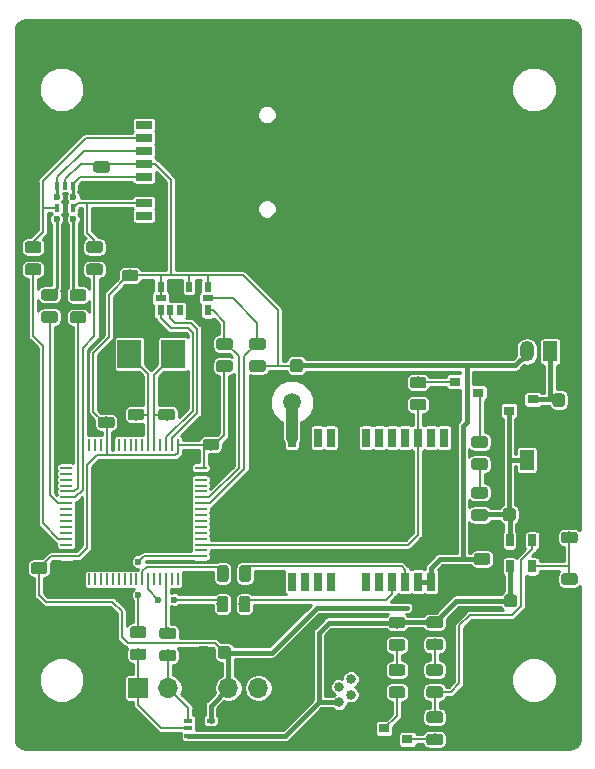
<source format=gbr>
G04 #@! TF.GenerationSoftware,KiCad,Pcbnew,5.0.0+dfsg1-2*
G04 #@! TF.CreationDate,2018-10-30T23:18:40+03:00*
G04 #@! TF.ProjectId,SD_Track,53445F547261636B2E6B696361645F70,2*
G04 #@! TF.SameCoordinates,PX68e7780PY3938700*
G04 #@! TF.FileFunction,Copper,L1,Top,Signal*
G04 #@! TF.FilePolarity,Positive*
%FSLAX46Y46*%
G04 Gerber Fmt 4.6, Leading zero omitted, Abs format (unit mm)*
G04 Created by KiCad (PCBNEW 5.0.0+dfsg1-2) date Tue Oct 30 23:18:40 2018*
%MOMM*%
%LPD*%
G01*
G04 APERTURE LIST*
G04 #@! TA.AperFunction,Conductor*
%ADD10C,0.100000*%
G04 #@! TD*
G04 #@! TA.AperFunction,SMDPad,CuDef*
%ADD11C,0.975000*%
G04 #@! TD*
G04 #@! TA.AperFunction,SMDPad,CuDef*
%ADD12R,0.250000X1.000000*%
G04 #@! TD*
G04 #@! TA.AperFunction,SMDPad,CuDef*
%ADD13R,1.000000X0.250000*%
G04 #@! TD*
G04 #@! TA.AperFunction,ComponentPad*
%ADD14R,1.200000X1.750000*%
G04 #@! TD*
G04 #@! TA.AperFunction,ComponentPad*
%ADD15O,1.200000X1.750000*%
G04 #@! TD*
G04 #@! TA.AperFunction,SMDPad,CuDef*
%ADD16C,1.050000*%
G04 #@! TD*
G04 #@! TA.AperFunction,ComponentPad*
%ADD17R,1.700000X1.700000*%
G04 #@! TD*
G04 #@! TA.AperFunction,ComponentPad*
%ADD18O,1.700000X1.700000*%
G04 #@! TD*
G04 #@! TA.AperFunction,ComponentPad*
%ADD19C,0.840000*%
G04 #@! TD*
G04 #@! TA.AperFunction,ComponentPad*
%ADD20O,1.850000X0.850000*%
G04 #@! TD*
G04 #@! TA.AperFunction,SMDPad,CuDef*
%ADD21R,1.400000X0.700000*%
G04 #@! TD*
G04 #@! TA.AperFunction,SMDPad,CuDef*
%ADD22R,1.400000X1.600000*%
G04 #@! TD*
G04 #@! TA.AperFunction,SMDPad,CuDef*
%ADD23R,1.400000X1.200000*%
G04 #@! TD*
G04 #@! TA.AperFunction,SMDPad,CuDef*
%ADD24R,2.200000X1.200000*%
G04 #@! TD*
G04 #@! TA.AperFunction,SMDPad,CuDef*
%ADD25R,0.900000X0.800000*%
G04 #@! TD*
G04 #@! TA.AperFunction,SMDPad,CuDef*
%ADD26R,0.650000X1.060000*%
G04 #@! TD*
G04 #@! TA.AperFunction,SMDPad,CuDef*
%ADD27R,0.400000X0.650000*%
G04 #@! TD*
G04 #@! TA.AperFunction,SMDPad,CuDef*
%ADD28R,0.700000X1.600000*%
G04 #@! TD*
G04 #@! TA.AperFunction,SMDPad,CuDef*
%ADD29R,0.650000X0.400000*%
G04 #@! TD*
G04 #@! TA.AperFunction,SMDPad,CuDef*
%ADD30R,0.600000X0.950000*%
G04 #@! TD*
G04 #@! TA.AperFunction,SMDPad,CuDef*
%ADD31R,0.950000X0.600000*%
G04 #@! TD*
G04 #@! TA.AperFunction,SMDPad,CuDef*
%ADD32R,2.000000X2.400000*%
G04 #@! TD*
G04 #@! TA.AperFunction,ComponentPad*
%ADD33C,1.500000*%
G04 #@! TD*
G04 #@! TA.AperFunction,ViaPad*
%ADD34C,0.600000*%
G04 #@! TD*
G04 #@! TA.AperFunction,Conductor*
%ADD35C,1.000000*%
G04 #@! TD*
G04 #@! TA.AperFunction,Conductor*
%ADD36C,0.400000*%
G04 #@! TD*
G04 #@! TA.AperFunction,Conductor*
%ADD37C,0.250000*%
G04 #@! TD*
G04 #@! TA.AperFunction,Conductor*
%ADD38C,0.200000*%
G04 #@! TD*
G04 APERTURE END LIST*
D10*
G04 #@! TO.N,3.3V*
G04 #@! TO.C,C7*
G36*
X18130142Y-36601174D02*
X18153803Y-36604684D01*
X18177007Y-36610496D01*
X18199529Y-36618554D01*
X18221153Y-36628782D01*
X18241670Y-36641079D01*
X18260883Y-36655329D01*
X18278607Y-36671393D01*
X18294671Y-36689117D01*
X18308921Y-36708330D01*
X18321218Y-36728847D01*
X18331446Y-36750471D01*
X18339504Y-36772993D01*
X18345316Y-36796197D01*
X18348826Y-36819858D01*
X18350000Y-36843750D01*
X18350000Y-37331250D01*
X18348826Y-37355142D01*
X18345316Y-37378803D01*
X18339504Y-37402007D01*
X18331446Y-37424529D01*
X18321218Y-37446153D01*
X18308921Y-37466670D01*
X18294671Y-37485883D01*
X18278607Y-37503607D01*
X18260883Y-37519671D01*
X18241670Y-37533921D01*
X18221153Y-37546218D01*
X18199529Y-37556446D01*
X18177007Y-37564504D01*
X18153803Y-37570316D01*
X18130142Y-37573826D01*
X18106250Y-37575000D01*
X17193750Y-37575000D01*
X17169858Y-37573826D01*
X17146197Y-37570316D01*
X17122993Y-37564504D01*
X17100471Y-37556446D01*
X17078847Y-37546218D01*
X17058330Y-37533921D01*
X17039117Y-37519671D01*
X17021393Y-37503607D01*
X17005329Y-37485883D01*
X16991079Y-37466670D01*
X16978782Y-37446153D01*
X16968554Y-37424529D01*
X16960496Y-37402007D01*
X16954684Y-37378803D01*
X16951174Y-37355142D01*
X16950000Y-37331250D01*
X16950000Y-36843750D01*
X16951174Y-36819858D01*
X16954684Y-36796197D01*
X16960496Y-36772993D01*
X16968554Y-36750471D01*
X16978782Y-36728847D01*
X16991079Y-36708330D01*
X17005329Y-36689117D01*
X17021393Y-36671393D01*
X17039117Y-36655329D01*
X17058330Y-36641079D01*
X17078847Y-36628782D01*
X17100471Y-36618554D01*
X17122993Y-36610496D01*
X17146197Y-36604684D01*
X17169858Y-36601174D01*
X17193750Y-36600000D01*
X18106250Y-36600000D01*
X18130142Y-36601174D01*
X18130142Y-36601174D01*
G37*
D11*
G04 #@! TD*
G04 #@! TO.P,C7,1*
G04 #@! TO.N,3.3V*
X17650000Y-37087500D03*
D10*
G04 #@! TO.N,GND*
G04 #@! TO.C,C7*
G36*
X18130142Y-34726174D02*
X18153803Y-34729684D01*
X18177007Y-34735496D01*
X18199529Y-34743554D01*
X18221153Y-34753782D01*
X18241670Y-34766079D01*
X18260883Y-34780329D01*
X18278607Y-34796393D01*
X18294671Y-34814117D01*
X18308921Y-34833330D01*
X18321218Y-34853847D01*
X18331446Y-34875471D01*
X18339504Y-34897993D01*
X18345316Y-34921197D01*
X18348826Y-34944858D01*
X18350000Y-34968750D01*
X18350000Y-35456250D01*
X18348826Y-35480142D01*
X18345316Y-35503803D01*
X18339504Y-35527007D01*
X18331446Y-35549529D01*
X18321218Y-35571153D01*
X18308921Y-35591670D01*
X18294671Y-35610883D01*
X18278607Y-35628607D01*
X18260883Y-35644671D01*
X18241670Y-35658921D01*
X18221153Y-35671218D01*
X18199529Y-35681446D01*
X18177007Y-35689504D01*
X18153803Y-35695316D01*
X18130142Y-35698826D01*
X18106250Y-35700000D01*
X17193750Y-35700000D01*
X17169858Y-35698826D01*
X17146197Y-35695316D01*
X17122993Y-35689504D01*
X17100471Y-35681446D01*
X17078847Y-35671218D01*
X17058330Y-35658921D01*
X17039117Y-35644671D01*
X17021393Y-35628607D01*
X17005329Y-35610883D01*
X16991079Y-35591670D01*
X16978782Y-35571153D01*
X16968554Y-35549529D01*
X16960496Y-35527007D01*
X16954684Y-35503803D01*
X16951174Y-35480142D01*
X16950000Y-35456250D01*
X16950000Y-34968750D01*
X16951174Y-34944858D01*
X16954684Y-34921197D01*
X16960496Y-34897993D01*
X16968554Y-34875471D01*
X16978782Y-34853847D01*
X16991079Y-34833330D01*
X17005329Y-34814117D01*
X17021393Y-34796393D01*
X17039117Y-34780329D01*
X17058330Y-34766079D01*
X17078847Y-34753782D01*
X17100471Y-34743554D01*
X17122993Y-34735496D01*
X17146197Y-34729684D01*
X17169858Y-34726174D01*
X17193750Y-34725000D01*
X18106250Y-34725000D01*
X18130142Y-34726174D01*
X18130142Y-34726174D01*
G37*
D11*
G04 #@! TD*
G04 #@! TO.P,C7,2*
G04 #@! TO.N,GND*
X17650000Y-35212500D03*
D12*
G04 #@! TO.P,U4,1*
G04 #@! TO.N,3.3V*
X14850000Y-37100000D03*
G04 #@! TO.P,U4,2*
G04 #@! TO.N,Net-(U4-Pad2)*
X14350000Y-37100000D03*
G04 #@! TO.P,U4,3*
G04 #@! TO.N,Net-(U4-Pad3)*
X13850000Y-37100000D03*
G04 #@! TO.P,U4,4*
G04 #@! TO.N,Net-(U4-Pad4)*
X13350000Y-37100000D03*
G04 #@! TO.P,U4,5*
G04 #@! TO.N,Net-(C9-Pad1)*
X12850000Y-37100000D03*
G04 #@! TO.P,U4,6*
G04 #@! TO.N,Net-(C10-Pad1)*
X12350000Y-37100000D03*
G04 #@! TO.P,U4,7*
G04 #@! TO.N,Net-(U4-Pad7)*
X11850000Y-37100000D03*
G04 #@! TO.P,U4,8*
G04 #@! TO.N,Net-(U4-Pad8)*
X11350000Y-37100000D03*
G04 #@! TO.P,U4,9*
G04 #@! TO.N,Net-(U4-Pad9)*
X10850000Y-37100000D03*
G04 #@! TO.P,U4,10*
G04 #@! TO.N,Net-(U4-Pad10)*
X10350000Y-37100000D03*
G04 #@! TO.P,U4,11*
G04 #@! TO.N,Net-(U4-Pad11)*
X9850000Y-37100000D03*
G04 #@! TO.P,U4,12*
G04 #@! TO.N,GND*
X9350000Y-37100000D03*
G04 #@! TO.P,U4,13*
G04 #@! TO.N,3.3V*
X8850000Y-37100000D03*
G04 #@! TO.P,U4,14*
G04 #@! TO.N,Net-(U4-Pad14)*
X8350000Y-37100000D03*
G04 #@! TO.P,U4,15*
G04 #@! TO.N,Net-(U4-Pad15)*
X7850000Y-37100000D03*
G04 #@! TO.P,U4,16*
G04 #@! TO.N,Net-(U4-Pad16)*
X7350000Y-37100000D03*
D13*
G04 #@! TO.P,U4,17*
G04 #@! TO.N,Net-(U4-Pad17)*
X5400000Y-39050000D03*
G04 #@! TO.P,U4,18*
G04 #@! TO.N,Net-(U4-Pad18)*
X5400000Y-39550000D03*
G04 #@! TO.P,U4,19*
G04 #@! TO.N,Net-(U4-Pad19)*
X5400000Y-40050000D03*
G04 #@! TO.P,U4,20*
G04 #@! TO.N,Net-(U4-Pad20)*
X5400000Y-40550000D03*
G04 #@! TO.P,U4,21*
G04 #@! TO.N,sck*
X5400000Y-41050000D03*
G04 #@! TO.P,U4,22*
G04 #@! TO.N,miso*
X5400000Y-41550000D03*
G04 #@! TO.P,U4,23*
G04 #@! TO.N,mosi*
X5400000Y-42050000D03*
G04 #@! TO.P,U4,24*
G04 #@! TO.N,Net-(U4-Pad24)*
X5400000Y-42550000D03*
G04 #@! TO.P,U4,25*
G04 #@! TO.N,Net-(U4-Pad25)*
X5400000Y-43050000D03*
G04 #@! TO.P,U4,26*
G04 #@! TO.N,Net-(U4-Pad26)*
X5400000Y-43550000D03*
G04 #@! TO.P,U4,27*
G04 #@! TO.N,Net-(U4-Pad27)*
X5400000Y-44050000D03*
G04 #@! TO.P,U4,28*
G04 #@! TO.N,Net-(U4-Pad28)*
X5400000Y-44550000D03*
G04 #@! TO.P,U4,29*
G04 #@! TO.N,ss*
X5400000Y-45050000D03*
G04 #@! TO.P,U4,30*
G04 #@! TO.N,Net-(U4-Pad30)*
X5400000Y-45550000D03*
G04 #@! TO.P,U4,31*
G04 #@! TO.N,GND*
X5400000Y-46050000D03*
G04 #@! TO.P,U4,32*
G04 #@! TO.N,3.3V*
X5400000Y-46550000D03*
D12*
G04 #@! TO.P,U4,33*
G04 #@! TO.N,Net-(U4-Pad33)*
X7350000Y-48500000D03*
G04 #@! TO.P,U4,34*
G04 #@! TO.N,Net-(U4-Pad34)*
X7850000Y-48500000D03*
G04 #@! TO.P,U4,35*
G04 #@! TO.N,Net-(U4-Pad35)*
X8350000Y-48500000D03*
G04 #@! TO.P,U4,36*
G04 #@! TO.N,Net-(U4-Pad36)*
X8850000Y-48500000D03*
G04 #@! TO.P,U4,37*
G04 #@! TO.N,Net-(U4-Pad37)*
X9350000Y-48500000D03*
G04 #@! TO.P,U4,38*
G04 #@! TO.N,Net-(U4-Pad38)*
X9850000Y-48500000D03*
G04 #@! TO.P,U4,39*
G04 #@! TO.N,Net-(U4-Pad39)*
X10350000Y-48500000D03*
G04 #@! TO.P,U4,40*
G04 #@! TO.N,Net-(U4-Pad40)*
X10850000Y-48500000D03*
G04 #@! TO.P,U4,41*
G04 #@! TO.N,Net-(U4-Pad41)*
X11350000Y-48500000D03*
G04 #@! TO.P,U4,42*
G04 #@! TO.N,Net-(R10-Pad2)*
X11850000Y-48500000D03*
G04 #@! TO.P,U4,43*
G04 #@! TO.N,Net-(R11-Pad2)*
X12350000Y-48500000D03*
G04 #@! TO.P,U4,44*
G04 #@! TO.N,Net-(U4-Pad44)*
X12850000Y-48500000D03*
G04 #@! TO.P,U4,45*
G04 #@! TO.N,Net-(U4-Pad45)*
X13350000Y-48500000D03*
G04 #@! TO.P,U4,46*
G04 #@! TO.N,Net-(R14-Pad2)*
X13850000Y-48500000D03*
G04 #@! TO.P,U4,47*
G04 #@! TO.N,Net-(U4-Pad47)*
X14350000Y-48500000D03*
G04 #@! TO.P,U4,48*
G04 #@! TO.N,Net-(U4-Pad48)*
X14850000Y-48500000D03*
D13*
G04 #@! TO.P,U4,49*
G04 #@! TO.N,Net-(R15-Pad2)*
X16800000Y-46550000D03*
G04 #@! TO.P,U4,50*
G04 #@! TO.N,Net-(U4-Pad50)*
X16800000Y-46050000D03*
G04 #@! TO.P,U4,51*
G04 #@! TO.N,ledstat*
X16800000Y-45550000D03*
G04 #@! TO.P,U4,52*
G04 #@! TO.N,Net-(U4-Pad52)*
X16800000Y-45050000D03*
G04 #@! TO.P,U4,53*
G04 #@! TO.N,Net-(U4-Pad53)*
X16800000Y-44550000D03*
G04 #@! TO.P,U4,54*
G04 #@! TO.N,Net-(U4-Pad54)*
X16800000Y-44050000D03*
G04 #@! TO.P,U4,55*
G04 #@! TO.N,Net-(U4-Pad55)*
X16800000Y-43550000D03*
G04 #@! TO.P,U4,56*
G04 #@! TO.N,Net-(U4-Pad56)*
X16800000Y-43050000D03*
G04 #@! TO.P,U4,57*
G04 #@! TO.N,Net-(U4-Pad57)*
X16800000Y-42550000D03*
G04 #@! TO.P,U4,58*
G04 #@! TO.N,scl*
X16800000Y-42050000D03*
G04 #@! TO.P,U4,59*
G04 #@! TO.N,sda*
X16800000Y-41550000D03*
G04 #@! TO.P,U4,60*
G04 #@! TO.N,Net-(U4-Pad60)*
X16800000Y-41050000D03*
G04 #@! TO.P,U4,61*
G04 #@! TO.N,Net-(U4-Pad61)*
X16800000Y-40550000D03*
G04 #@! TO.P,U4,62*
G04 #@! TO.N,Net-(U4-Pad62)*
X16800000Y-40050000D03*
G04 #@! TO.P,U4,63*
G04 #@! TO.N,GND*
X16800000Y-39550000D03*
G04 #@! TO.P,U4,64*
G04 #@! TO.N,3.3V*
X16800000Y-39050000D03*
G04 #@! TD*
D14*
G04 #@! TO.P,BT1,1*
G04 #@! TO.N,4.2V*
X44400000Y-38400000D03*
D15*
G04 #@! TO.P,BT1,2*
G04 #@! TO.N,GND*
X46400000Y-38400000D03*
G04 #@! TD*
D10*
G04 #@! TO.N,GND*
G04 #@! TO.C,C1*
G36*
X45124505Y-49776204D02*
X45148773Y-49779804D01*
X45172572Y-49785765D01*
X45195671Y-49794030D01*
X45217850Y-49804520D01*
X45238893Y-49817132D01*
X45258599Y-49831747D01*
X45276777Y-49848223D01*
X45293253Y-49866401D01*
X45307868Y-49886107D01*
X45320480Y-49907150D01*
X45330970Y-49929329D01*
X45339235Y-49952428D01*
X45345196Y-49976227D01*
X45348796Y-50000495D01*
X45350000Y-50024999D01*
X45350000Y-50575001D01*
X45348796Y-50599505D01*
X45345196Y-50623773D01*
X45339235Y-50647572D01*
X45330970Y-50670671D01*
X45320480Y-50692850D01*
X45307868Y-50713893D01*
X45293253Y-50733599D01*
X45276777Y-50751777D01*
X45258599Y-50768253D01*
X45238893Y-50782868D01*
X45217850Y-50795480D01*
X45195671Y-50805970D01*
X45172572Y-50814235D01*
X45148773Y-50820196D01*
X45124505Y-50823796D01*
X45100001Y-50825000D01*
X44474999Y-50825000D01*
X44450495Y-50823796D01*
X44426227Y-50820196D01*
X44402428Y-50814235D01*
X44379329Y-50805970D01*
X44357150Y-50795480D01*
X44336107Y-50782868D01*
X44316401Y-50768253D01*
X44298223Y-50751777D01*
X44281747Y-50733599D01*
X44267132Y-50713893D01*
X44254520Y-50692850D01*
X44244030Y-50670671D01*
X44235765Y-50647572D01*
X44229804Y-50623773D01*
X44226204Y-50599505D01*
X44225000Y-50575001D01*
X44225000Y-50024999D01*
X44226204Y-50000495D01*
X44229804Y-49976227D01*
X44235765Y-49952428D01*
X44244030Y-49929329D01*
X44254520Y-49907150D01*
X44267132Y-49886107D01*
X44281747Y-49866401D01*
X44298223Y-49848223D01*
X44316401Y-49831747D01*
X44336107Y-49817132D01*
X44357150Y-49804520D01*
X44379329Y-49794030D01*
X44402428Y-49785765D01*
X44426227Y-49779804D01*
X44450495Y-49776204D01*
X44474999Y-49775000D01*
X45100001Y-49775000D01*
X45124505Y-49776204D01*
X45124505Y-49776204D01*
G37*
D16*
G04 #@! TD*
G04 #@! TO.P,C1,2*
G04 #@! TO.N,GND*
X44787500Y-50300000D03*
D10*
G04 #@! TO.N,5V*
G04 #@! TO.C,C1*
G36*
X43349505Y-49776204D02*
X43373773Y-49779804D01*
X43397572Y-49785765D01*
X43420671Y-49794030D01*
X43442850Y-49804520D01*
X43463893Y-49817132D01*
X43483599Y-49831747D01*
X43501777Y-49848223D01*
X43518253Y-49866401D01*
X43532868Y-49886107D01*
X43545480Y-49907150D01*
X43555970Y-49929329D01*
X43564235Y-49952428D01*
X43570196Y-49976227D01*
X43573796Y-50000495D01*
X43575000Y-50024999D01*
X43575000Y-50575001D01*
X43573796Y-50599505D01*
X43570196Y-50623773D01*
X43564235Y-50647572D01*
X43555970Y-50670671D01*
X43545480Y-50692850D01*
X43532868Y-50713893D01*
X43518253Y-50733599D01*
X43501777Y-50751777D01*
X43483599Y-50768253D01*
X43463893Y-50782868D01*
X43442850Y-50795480D01*
X43420671Y-50805970D01*
X43397572Y-50814235D01*
X43373773Y-50820196D01*
X43349505Y-50823796D01*
X43325001Y-50825000D01*
X42699999Y-50825000D01*
X42675495Y-50823796D01*
X42651227Y-50820196D01*
X42627428Y-50814235D01*
X42604329Y-50805970D01*
X42582150Y-50795480D01*
X42561107Y-50782868D01*
X42541401Y-50768253D01*
X42523223Y-50751777D01*
X42506747Y-50733599D01*
X42492132Y-50713893D01*
X42479520Y-50692850D01*
X42469030Y-50670671D01*
X42460765Y-50647572D01*
X42454804Y-50623773D01*
X42451204Y-50599505D01*
X42450000Y-50575001D01*
X42450000Y-50024999D01*
X42451204Y-50000495D01*
X42454804Y-49976227D01*
X42460765Y-49952428D01*
X42469030Y-49929329D01*
X42479520Y-49907150D01*
X42492132Y-49886107D01*
X42506747Y-49866401D01*
X42523223Y-49848223D01*
X42541401Y-49831747D01*
X42561107Y-49817132D01*
X42582150Y-49804520D01*
X42604329Y-49794030D01*
X42627428Y-49785765D01*
X42651227Y-49779804D01*
X42675495Y-49776204D01*
X42699999Y-49775000D01*
X43325001Y-49775000D01*
X43349505Y-49776204D01*
X43349505Y-49776204D01*
G37*
D16*
G04 #@! TD*
G04 #@! TO.P,C1,1*
G04 #@! TO.N,5V*
X43012500Y-50300000D03*
D10*
G04 #@! TO.N,3.3V*
G04 #@! TO.C,C2*
G36*
X8880142Y-13076174D02*
X8903803Y-13079684D01*
X8927007Y-13085496D01*
X8949529Y-13093554D01*
X8971153Y-13103782D01*
X8991670Y-13116079D01*
X9010883Y-13130329D01*
X9028607Y-13146393D01*
X9044671Y-13164117D01*
X9058921Y-13183330D01*
X9071218Y-13203847D01*
X9081446Y-13225471D01*
X9089504Y-13247993D01*
X9095316Y-13271197D01*
X9098826Y-13294858D01*
X9100000Y-13318750D01*
X9100000Y-13806250D01*
X9098826Y-13830142D01*
X9095316Y-13853803D01*
X9089504Y-13877007D01*
X9081446Y-13899529D01*
X9071218Y-13921153D01*
X9058921Y-13941670D01*
X9044671Y-13960883D01*
X9028607Y-13978607D01*
X9010883Y-13994671D01*
X8991670Y-14008921D01*
X8971153Y-14021218D01*
X8949529Y-14031446D01*
X8927007Y-14039504D01*
X8903803Y-14045316D01*
X8880142Y-14048826D01*
X8856250Y-14050000D01*
X7943750Y-14050000D01*
X7919858Y-14048826D01*
X7896197Y-14045316D01*
X7872993Y-14039504D01*
X7850471Y-14031446D01*
X7828847Y-14021218D01*
X7808330Y-14008921D01*
X7789117Y-13994671D01*
X7771393Y-13978607D01*
X7755329Y-13960883D01*
X7741079Y-13941670D01*
X7728782Y-13921153D01*
X7718554Y-13899529D01*
X7710496Y-13877007D01*
X7704684Y-13853803D01*
X7701174Y-13830142D01*
X7700000Y-13806250D01*
X7700000Y-13318750D01*
X7701174Y-13294858D01*
X7704684Y-13271197D01*
X7710496Y-13247993D01*
X7718554Y-13225471D01*
X7728782Y-13203847D01*
X7741079Y-13183330D01*
X7755329Y-13164117D01*
X7771393Y-13146393D01*
X7789117Y-13130329D01*
X7808330Y-13116079D01*
X7828847Y-13103782D01*
X7850471Y-13093554D01*
X7872993Y-13085496D01*
X7896197Y-13079684D01*
X7919858Y-13076174D01*
X7943750Y-13075000D01*
X8856250Y-13075000D01*
X8880142Y-13076174D01*
X8880142Y-13076174D01*
G37*
D11*
G04 #@! TD*
G04 #@! TO.P,C2,1*
G04 #@! TO.N,3.3V*
X8400000Y-13562500D03*
D10*
G04 #@! TO.N,GND*
G04 #@! TO.C,C2*
G36*
X8880142Y-14951174D02*
X8903803Y-14954684D01*
X8927007Y-14960496D01*
X8949529Y-14968554D01*
X8971153Y-14978782D01*
X8991670Y-14991079D01*
X9010883Y-15005329D01*
X9028607Y-15021393D01*
X9044671Y-15039117D01*
X9058921Y-15058330D01*
X9071218Y-15078847D01*
X9081446Y-15100471D01*
X9089504Y-15122993D01*
X9095316Y-15146197D01*
X9098826Y-15169858D01*
X9100000Y-15193750D01*
X9100000Y-15681250D01*
X9098826Y-15705142D01*
X9095316Y-15728803D01*
X9089504Y-15752007D01*
X9081446Y-15774529D01*
X9071218Y-15796153D01*
X9058921Y-15816670D01*
X9044671Y-15835883D01*
X9028607Y-15853607D01*
X9010883Y-15869671D01*
X8991670Y-15883921D01*
X8971153Y-15896218D01*
X8949529Y-15906446D01*
X8927007Y-15914504D01*
X8903803Y-15920316D01*
X8880142Y-15923826D01*
X8856250Y-15925000D01*
X7943750Y-15925000D01*
X7919858Y-15923826D01*
X7896197Y-15920316D01*
X7872993Y-15914504D01*
X7850471Y-15906446D01*
X7828847Y-15896218D01*
X7808330Y-15883921D01*
X7789117Y-15869671D01*
X7771393Y-15853607D01*
X7755329Y-15835883D01*
X7741079Y-15816670D01*
X7728782Y-15796153D01*
X7718554Y-15774529D01*
X7710496Y-15752007D01*
X7704684Y-15728803D01*
X7701174Y-15705142D01*
X7700000Y-15681250D01*
X7700000Y-15193750D01*
X7701174Y-15169858D01*
X7704684Y-15146197D01*
X7710496Y-15122993D01*
X7718554Y-15100471D01*
X7728782Y-15078847D01*
X7741079Y-15058330D01*
X7755329Y-15039117D01*
X7771393Y-15021393D01*
X7789117Y-15005329D01*
X7808330Y-14991079D01*
X7828847Y-14978782D01*
X7850471Y-14968554D01*
X7872993Y-14960496D01*
X7896197Y-14954684D01*
X7919858Y-14951174D01*
X7943750Y-14950000D01*
X8856250Y-14950000D01*
X8880142Y-14951174D01*
X8880142Y-14951174D01*
G37*
D11*
G04 #@! TD*
G04 #@! TO.P,C2,2*
G04 #@! TO.N,GND*
X8400000Y-15437500D03*
D10*
G04 #@! TO.N,GND*
G04 #@! TO.C,C3*
G36*
X45024505Y-42476204D02*
X45048773Y-42479804D01*
X45072572Y-42485765D01*
X45095671Y-42494030D01*
X45117850Y-42504520D01*
X45138893Y-42517132D01*
X45158599Y-42531747D01*
X45176777Y-42548223D01*
X45193253Y-42566401D01*
X45207868Y-42586107D01*
X45220480Y-42607150D01*
X45230970Y-42629329D01*
X45239235Y-42652428D01*
X45245196Y-42676227D01*
X45248796Y-42700495D01*
X45250000Y-42724999D01*
X45250000Y-43275001D01*
X45248796Y-43299505D01*
X45245196Y-43323773D01*
X45239235Y-43347572D01*
X45230970Y-43370671D01*
X45220480Y-43392850D01*
X45207868Y-43413893D01*
X45193253Y-43433599D01*
X45176777Y-43451777D01*
X45158599Y-43468253D01*
X45138893Y-43482868D01*
X45117850Y-43495480D01*
X45095671Y-43505970D01*
X45072572Y-43514235D01*
X45048773Y-43520196D01*
X45024505Y-43523796D01*
X45000001Y-43525000D01*
X44374999Y-43525000D01*
X44350495Y-43523796D01*
X44326227Y-43520196D01*
X44302428Y-43514235D01*
X44279329Y-43505970D01*
X44257150Y-43495480D01*
X44236107Y-43482868D01*
X44216401Y-43468253D01*
X44198223Y-43451777D01*
X44181747Y-43433599D01*
X44167132Y-43413893D01*
X44154520Y-43392850D01*
X44144030Y-43370671D01*
X44135765Y-43347572D01*
X44129804Y-43323773D01*
X44126204Y-43299505D01*
X44125000Y-43275001D01*
X44125000Y-42724999D01*
X44126204Y-42700495D01*
X44129804Y-42676227D01*
X44135765Y-42652428D01*
X44144030Y-42629329D01*
X44154520Y-42607150D01*
X44167132Y-42586107D01*
X44181747Y-42566401D01*
X44198223Y-42548223D01*
X44216401Y-42531747D01*
X44236107Y-42517132D01*
X44257150Y-42504520D01*
X44279329Y-42494030D01*
X44302428Y-42485765D01*
X44326227Y-42479804D01*
X44350495Y-42476204D01*
X44374999Y-42475000D01*
X45000001Y-42475000D01*
X45024505Y-42476204D01*
X45024505Y-42476204D01*
G37*
D16*
G04 #@! TD*
G04 #@! TO.P,C3,2*
G04 #@! TO.N,GND*
X44687500Y-43000000D03*
D10*
G04 #@! TO.N,4.2V*
G04 #@! TO.C,C3*
G36*
X43249505Y-42476204D02*
X43273773Y-42479804D01*
X43297572Y-42485765D01*
X43320671Y-42494030D01*
X43342850Y-42504520D01*
X43363893Y-42517132D01*
X43383599Y-42531747D01*
X43401777Y-42548223D01*
X43418253Y-42566401D01*
X43432868Y-42586107D01*
X43445480Y-42607150D01*
X43455970Y-42629329D01*
X43464235Y-42652428D01*
X43470196Y-42676227D01*
X43473796Y-42700495D01*
X43475000Y-42724999D01*
X43475000Y-43275001D01*
X43473796Y-43299505D01*
X43470196Y-43323773D01*
X43464235Y-43347572D01*
X43455970Y-43370671D01*
X43445480Y-43392850D01*
X43432868Y-43413893D01*
X43418253Y-43433599D01*
X43401777Y-43451777D01*
X43383599Y-43468253D01*
X43363893Y-43482868D01*
X43342850Y-43495480D01*
X43320671Y-43505970D01*
X43297572Y-43514235D01*
X43273773Y-43520196D01*
X43249505Y-43523796D01*
X43225001Y-43525000D01*
X42599999Y-43525000D01*
X42575495Y-43523796D01*
X42551227Y-43520196D01*
X42527428Y-43514235D01*
X42504329Y-43505970D01*
X42482150Y-43495480D01*
X42461107Y-43482868D01*
X42441401Y-43468253D01*
X42423223Y-43451777D01*
X42406747Y-43433599D01*
X42392132Y-43413893D01*
X42379520Y-43392850D01*
X42369030Y-43370671D01*
X42360765Y-43347572D01*
X42354804Y-43323773D01*
X42351204Y-43299505D01*
X42350000Y-43275001D01*
X42350000Y-42724999D01*
X42351204Y-42700495D01*
X42354804Y-42676227D01*
X42360765Y-42652428D01*
X42369030Y-42629329D01*
X42379520Y-42607150D01*
X42392132Y-42586107D01*
X42406747Y-42566401D01*
X42423223Y-42548223D01*
X42441401Y-42531747D01*
X42461107Y-42517132D01*
X42482150Y-42504520D01*
X42504329Y-42494030D01*
X42527428Y-42485765D01*
X42551227Y-42479804D01*
X42575495Y-42476204D01*
X42599999Y-42475000D01*
X43225001Y-42475000D01*
X43249505Y-42476204D01*
X43249505Y-42476204D01*
G37*
D16*
G04 #@! TD*
G04 #@! TO.P,C3,1*
G04 #@! TO.N,4.2V*
X42912500Y-43000000D03*
D10*
G04 #@! TO.N,Net-(C4-Pad1)*
G04 #@! TO.C,C4*
G36*
X47399505Y-32751204D02*
X47423773Y-32754804D01*
X47447572Y-32760765D01*
X47470671Y-32769030D01*
X47492850Y-32779520D01*
X47513893Y-32792132D01*
X47533599Y-32806747D01*
X47551777Y-32823223D01*
X47568253Y-32841401D01*
X47582868Y-32861107D01*
X47595480Y-32882150D01*
X47605970Y-32904329D01*
X47614235Y-32927428D01*
X47620196Y-32951227D01*
X47623796Y-32975495D01*
X47625000Y-32999999D01*
X47625000Y-33625001D01*
X47623796Y-33649505D01*
X47620196Y-33673773D01*
X47614235Y-33697572D01*
X47605970Y-33720671D01*
X47595480Y-33742850D01*
X47582868Y-33763893D01*
X47568253Y-33783599D01*
X47551777Y-33801777D01*
X47533599Y-33818253D01*
X47513893Y-33832868D01*
X47492850Y-33845480D01*
X47470671Y-33855970D01*
X47447572Y-33864235D01*
X47423773Y-33870196D01*
X47399505Y-33873796D01*
X47375001Y-33875000D01*
X46824999Y-33875000D01*
X46800495Y-33873796D01*
X46776227Y-33870196D01*
X46752428Y-33864235D01*
X46729329Y-33855970D01*
X46707150Y-33845480D01*
X46686107Y-33832868D01*
X46666401Y-33818253D01*
X46648223Y-33801777D01*
X46631747Y-33783599D01*
X46617132Y-33763893D01*
X46604520Y-33742850D01*
X46594030Y-33720671D01*
X46585765Y-33697572D01*
X46579804Y-33673773D01*
X46576204Y-33649505D01*
X46575000Y-33625001D01*
X46575000Y-32999999D01*
X46576204Y-32975495D01*
X46579804Y-32951227D01*
X46585765Y-32927428D01*
X46594030Y-32904329D01*
X46604520Y-32882150D01*
X46617132Y-32861107D01*
X46631747Y-32841401D01*
X46648223Y-32823223D01*
X46666401Y-32806747D01*
X46686107Y-32792132D01*
X46707150Y-32779520D01*
X46729329Y-32769030D01*
X46752428Y-32760765D01*
X46776227Y-32754804D01*
X46800495Y-32751204D01*
X46824999Y-32750000D01*
X47375001Y-32750000D01*
X47399505Y-32751204D01*
X47399505Y-32751204D01*
G37*
D16*
G04 #@! TD*
G04 #@! TO.P,C4,1*
G04 #@! TO.N,Net-(C4-Pad1)*
X47100000Y-33312500D03*
D10*
G04 #@! TO.N,GND*
G04 #@! TO.C,C4*
G36*
X47399505Y-34526204D02*
X47423773Y-34529804D01*
X47447572Y-34535765D01*
X47470671Y-34544030D01*
X47492850Y-34554520D01*
X47513893Y-34567132D01*
X47533599Y-34581747D01*
X47551777Y-34598223D01*
X47568253Y-34616401D01*
X47582868Y-34636107D01*
X47595480Y-34657150D01*
X47605970Y-34679329D01*
X47614235Y-34702428D01*
X47620196Y-34726227D01*
X47623796Y-34750495D01*
X47625000Y-34774999D01*
X47625000Y-35400001D01*
X47623796Y-35424505D01*
X47620196Y-35448773D01*
X47614235Y-35472572D01*
X47605970Y-35495671D01*
X47595480Y-35517850D01*
X47582868Y-35538893D01*
X47568253Y-35558599D01*
X47551777Y-35576777D01*
X47533599Y-35593253D01*
X47513893Y-35607868D01*
X47492850Y-35620480D01*
X47470671Y-35630970D01*
X47447572Y-35639235D01*
X47423773Y-35645196D01*
X47399505Y-35648796D01*
X47375001Y-35650000D01*
X46824999Y-35650000D01*
X46800495Y-35648796D01*
X46776227Y-35645196D01*
X46752428Y-35639235D01*
X46729329Y-35630970D01*
X46707150Y-35620480D01*
X46686107Y-35607868D01*
X46666401Y-35593253D01*
X46648223Y-35576777D01*
X46631747Y-35558599D01*
X46617132Y-35538893D01*
X46604520Y-35517850D01*
X46594030Y-35495671D01*
X46585765Y-35472572D01*
X46579804Y-35448773D01*
X46576204Y-35424505D01*
X46575000Y-35400001D01*
X46575000Y-34774999D01*
X46576204Y-34750495D01*
X46579804Y-34726227D01*
X46585765Y-34702428D01*
X46594030Y-34679329D01*
X46604520Y-34657150D01*
X46617132Y-34636107D01*
X46631747Y-34616401D01*
X46648223Y-34598223D01*
X46666401Y-34581747D01*
X46686107Y-34567132D01*
X46707150Y-34554520D01*
X46729329Y-34544030D01*
X46752428Y-34535765D01*
X46776227Y-34529804D01*
X46800495Y-34526204D01*
X46824999Y-34525000D01*
X47375001Y-34525000D01*
X47399505Y-34526204D01*
X47399505Y-34526204D01*
G37*
D16*
G04 #@! TD*
G04 #@! TO.P,C4,2*
G04 #@! TO.N,GND*
X47100000Y-35087500D03*
D10*
G04 #@! TO.N,3.3V*
G04 #@! TO.C,C5*
G36*
X25199505Y-29826204D02*
X25223773Y-29829804D01*
X25247572Y-29835765D01*
X25270671Y-29844030D01*
X25292850Y-29854520D01*
X25313893Y-29867132D01*
X25333599Y-29881747D01*
X25351777Y-29898223D01*
X25368253Y-29916401D01*
X25382868Y-29936107D01*
X25395480Y-29957150D01*
X25405970Y-29979329D01*
X25414235Y-30002428D01*
X25420196Y-30026227D01*
X25423796Y-30050495D01*
X25425000Y-30074999D01*
X25425000Y-30700001D01*
X25423796Y-30724505D01*
X25420196Y-30748773D01*
X25414235Y-30772572D01*
X25405970Y-30795671D01*
X25395480Y-30817850D01*
X25382868Y-30838893D01*
X25368253Y-30858599D01*
X25351777Y-30876777D01*
X25333599Y-30893253D01*
X25313893Y-30907868D01*
X25292850Y-30920480D01*
X25270671Y-30930970D01*
X25247572Y-30939235D01*
X25223773Y-30945196D01*
X25199505Y-30948796D01*
X25175001Y-30950000D01*
X24624999Y-30950000D01*
X24600495Y-30948796D01*
X24576227Y-30945196D01*
X24552428Y-30939235D01*
X24529329Y-30930970D01*
X24507150Y-30920480D01*
X24486107Y-30907868D01*
X24466401Y-30893253D01*
X24448223Y-30876777D01*
X24431747Y-30858599D01*
X24417132Y-30838893D01*
X24404520Y-30817850D01*
X24394030Y-30795671D01*
X24385765Y-30772572D01*
X24379804Y-30748773D01*
X24376204Y-30724505D01*
X24375000Y-30700001D01*
X24375000Y-30074999D01*
X24376204Y-30050495D01*
X24379804Y-30026227D01*
X24385765Y-30002428D01*
X24394030Y-29979329D01*
X24404520Y-29957150D01*
X24417132Y-29936107D01*
X24431747Y-29916401D01*
X24448223Y-29898223D01*
X24466401Y-29881747D01*
X24486107Y-29867132D01*
X24507150Y-29854520D01*
X24529329Y-29844030D01*
X24552428Y-29835765D01*
X24576227Y-29829804D01*
X24600495Y-29826204D01*
X24624999Y-29825000D01*
X25175001Y-29825000D01*
X25199505Y-29826204D01*
X25199505Y-29826204D01*
G37*
D16*
G04 #@! TD*
G04 #@! TO.P,C5,1*
G04 #@! TO.N,3.3V*
X24900000Y-30387500D03*
D10*
G04 #@! TO.N,GND*
G04 #@! TO.C,C5*
G36*
X25199505Y-28051204D02*
X25223773Y-28054804D01*
X25247572Y-28060765D01*
X25270671Y-28069030D01*
X25292850Y-28079520D01*
X25313893Y-28092132D01*
X25333599Y-28106747D01*
X25351777Y-28123223D01*
X25368253Y-28141401D01*
X25382868Y-28161107D01*
X25395480Y-28182150D01*
X25405970Y-28204329D01*
X25414235Y-28227428D01*
X25420196Y-28251227D01*
X25423796Y-28275495D01*
X25425000Y-28299999D01*
X25425000Y-28925001D01*
X25423796Y-28949505D01*
X25420196Y-28973773D01*
X25414235Y-28997572D01*
X25405970Y-29020671D01*
X25395480Y-29042850D01*
X25382868Y-29063893D01*
X25368253Y-29083599D01*
X25351777Y-29101777D01*
X25333599Y-29118253D01*
X25313893Y-29132868D01*
X25292850Y-29145480D01*
X25270671Y-29155970D01*
X25247572Y-29164235D01*
X25223773Y-29170196D01*
X25199505Y-29173796D01*
X25175001Y-29175000D01*
X24624999Y-29175000D01*
X24600495Y-29173796D01*
X24576227Y-29170196D01*
X24552428Y-29164235D01*
X24529329Y-29155970D01*
X24507150Y-29145480D01*
X24486107Y-29132868D01*
X24466401Y-29118253D01*
X24448223Y-29101777D01*
X24431747Y-29083599D01*
X24417132Y-29063893D01*
X24404520Y-29042850D01*
X24394030Y-29020671D01*
X24385765Y-28997572D01*
X24379804Y-28973773D01*
X24376204Y-28949505D01*
X24375000Y-28925001D01*
X24375000Y-28299999D01*
X24376204Y-28275495D01*
X24379804Y-28251227D01*
X24385765Y-28227428D01*
X24394030Y-28204329D01*
X24404520Y-28182150D01*
X24417132Y-28161107D01*
X24431747Y-28141401D01*
X24448223Y-28123223D01*
X24466401Y-28106747D01*
X24486107Y-28092132D01*
X24507150Y-28079520D01*
X24529329Y-28069030D01*
X24552428Y-28060765D01*
X24576227Y-28054804D01*
X24600495Y-28051204D01*
X24624999Y-28050000D01*
X25175001Y-28050000D01*
X25199505Y-28051204D01*
X25199505Y-28051204D01*
G37*
D16*
G04 #@! TD*
G04 #@! TO.P,C5,2*
G04 #@! TO.N,GND*
X24900000Y-28612500D03*
D10*
G04 #@! TO.N,GND*
G04 #@! TO.C,C6*
G36*
X9280142Y-32838674D02*
X9303803Y-32842184D01*
X9327007Y-32847996D01*
X9349529Y-32856054D01*
X9371153Y-32866282D01*
X9391670Y-32878579D01*
X9410883Y-32892829D01*
X9428607Y-32908893D01*
X9444671Y-32926617D01*
X9458921Y-32945830D01*
X9471218Y-32966347D01*
X9481446Y-32987971D01*
X9489504Y-33010493D01*
X9495316Y-33033697D01*
X9498826Y-33057358D01*
X9500000Y-33081250D01*
X9500000Y-33568750D01*
X9498826Y-33592642D01*
X9495316Y-33616303D01*
X9489504Y-33639507D01*
X9481446Y-33662029D01*
X9471218Y-33683653D01*
X9458921Y-33704170D01*
X9444671Y-33723383D01*
X9428607Y-33741107D01*
X9410883Y-33757171D01*
X9391670Y-33771421D01*
X9371153Y-33783718D01*
X9349529Y-33793946D01*
X9327007Y-33802004D01*
X9303803Y-33807816D01*
X9280142Y-33811326D01*
X9256250Y-33812500D01*
X8343750Y-33812500D01*
X8319858Y-33811326D01*
X8296197Y-33807816D01*
X8272993Y-33802004D01*
X8250471Y-33793946D01*
X8228847Y-33783718D01*
X8208330Y-33771421D01*
X8189117Y-33757171D01*
X8171393Y-33741107D01*
X8155329Y-33723383D01*
X8141079Y-33704170D01*
X8128782Y-33683653D01*
X8118554Y-33662029D01*
X8110496Y-33639507D01*
X8104684Y-33616303D01*
X8101174Y-33592642D01*
X8100000Y-33568750D01*
X8100000Y-33081250D01*
X8101174Y-33057358D01*
X8104684Y-33033697D01*
X8110496Y-33010493D01*
X8118554Y-32987971D01*
X8128782Y-32966347D01*
X8141079Y-32945830D01*
X8155329Y-32926617D01*
X8171393Y-32908893D01*
X8189117Y-32892829D01*
X8208330Y-32878579D01*
X8228847Y-32866282D01*
X8250471Y-32856054D01*
X8272993Y-32847996D01*
X8296197Y-32842184D01*
X8319858Y-32838674D01*
X8343750Y-32837500D01*
X9256250Y-32837500D01*
X9280142Y-32838674D01*
X9280142Y-32838674D01*
G37*
D11*
G04 #@! TD*
G04 #@! TO.P,C6,2*
G04 #@! TO.N,GND*
X8800000Y-33325000D03*
D10*
G04 #@! TO.N,3.3V*
G04 #@! TO.C,C6*
G36*
X9280142Y-34713674D02*
X9303803Y-34717184D01*
X9327007Y-34722996D01*
X9349529Y-34731054D01*
X9371153Y-34741282D01*
X9391670Y-34753579D01*
X9410883Y-34767829D01*
X9428607Y-34783893D01*
X9444671Y-34801617D01*
X9458921Y-34820830D01*
X9471218Y-34841347D01*
X9481446Y-34862971D01*
X9489504Y-34885493D01*
X9495316Y-34908697D01*
X9498826Y-34932358D01*
X9500000Y-34956250D01*
X9500000Y-35443750D01*
X9498826Y-35467642D01*
X9495316Y-35491303D01*
X9489504Y-35514507D01*
X9481446Y-35537029D01*
X9471218Y-35558653D01*
X9458921Y-35579170D01*
X9444671Y-35598383D01*
X9428607Y-35616107D01*
X9410883Y-35632171D01*
X9391670Y-35646421D01*
X9371153Y-35658718D01*
X9349529Y-35668946D01*
X9327007Y-35677004D01*
X9303803Y-35682816D01*
X9280142Y-35686326D01*
X9256250Y-35687500D01*
X8343750Y-35687500D01*
X8319858Y-35686326D01*
X8296197Y-35682816D01*
X8272993Y-35677004D01*
X8250471Y-35668946D01*
X8228847Y-35658718D01*
X8208330Y-35646421D01*
X8189117Y-35632171D01*
X8171393Y-35616107D01*
X8155329Y-35598383D01*
X8141079Y-35579170D01*
X8128782Y-35558653D01*
X8118554Y-35537029D01*
X8110496Y-35514507D01*
X8104684Y-35491303D01*
X8101174Y-35467642D01*
X8100000Y-35443750D01*
X8100000Y-34956250D01*
X8101174Y-34932358D01*
X8104684Y-34908697D01*
X8110496Y-34885493D01*
X8118554Y-34862971D01*
X8128782Y-34841347D01*
X8141079Y-34820830D01*
X8155329Y-34801617D01*
X8171393Y-34783893D01*
X8189117Y-34767829D01*
X8208330Y-34753579D01*
X8228847Y-34741282D01*
X8250471Y-34731054D01*
X8272993Y-34722996D01*
X8296197Y-34717184D01*
X8319858Y-34713674D01*
X8343750Y-34712500D01*
X9256250Y-34712500D01*
X9280142Y-34713674D01*
X9280142Y-34713674D01*
G37*
D11*
G04 #@! TD*
G04 #@! TO.P,C6,1*
G04 #@! TO.N,3.3V*
X8800000Y-35200000D03*
D10*
G04 #@! TO.N,GND*
G04 #@! TO.C,C8*
G36*
X3580142Y-45176174D02*
X3603803Y-45179684D01*
X3627007Y-45185496D01*
X3649529Y-45193554D01*
X3671153Y-45203782D01*
X3691670Y-45216079D01*
X3710883Y-45230329D01*
X3728607Y-45246393D01*
X3744671Y-45264117D01*
X3758921Y-45283330D01*
X3771218Y-45303847D01*
X3781446Y-45325471D01*
X3789504Y-45347993D01*
X3795316Y-45371197D01*
X3798826Y-45394858D01*
X3800000Y-45418750D01*
X3800000Y-45906250D01*
X3798826Y-45930142D01*
X3795316Y-45953803D01*
X3789504Y-45977007D01*
X3781446Y-45999529D01*
X3771218Y-46021153D01*
X3758921Y-46041670D01*
X3744671Y-46060883D01*
X3728607Y-46078607D01*
X3710883Y-46094671D01*
X3691670Y-46108921D01*
X3671153Y-46121218D01*
X3649529Y-46131446D01*
X3627007Y-46139504D01*
X3603803Y-46145316D01*
X3580142Y-46148826D01*
X3556250Y-46150000D01*
X2643750Y-46150000D01*
X2619858Y-46148826D01*
X2596197Y-46145316D01*
X2572993Y-46139504D01*
X2550471Y-46131446D01*
X2528847Y-46121218D01*
X2508330Y-46108921D01*
X2489117Y-46094671D01*
X2471393Y-46078607D01*
X2455329Y-46060883D01*
X2441079Y-46041670D01*
X2428782Y-46021153D01*
X2418554Y-45999529D01*
X2410496Y-45977007D01*
X2404684Y-45953803D01*
X2401174Y-45930142D01*
X2400000Y-45906250D01*
X2400000Y-45418750D01*
X2401174Y-45394858D01*
X2404684Y-45371197D01*
X2410496Y-45347993D01*
X2418554Y-45325471D01*
X2428782Y-45303847D01*
X2441079Y-45283330D01*
X2455329Y-45264117D01*
X2471393Y-45246393D01*
X2489117Y-45230329D01*
X2508330Y-45216079D01*
X2528847Y-45203782D01*
X2550471Y-45193554D01*
X2572993Y-45185496D01*
X2596197Y-45179684D01*
X2619858Y-45176174D01*
X2643750Y-45175000D01*
X3556250Y-45175000D01*
X3580142Y-45176174D01*
X3580142Y-45176174D01*
G37*
D11*
G04 #@! TD*
G04 #@! TO.P,C8,2*
G04 #@! TO.N,GND*
X3100000Y-45662500D03*
D10*
G04 #@! TO.N,3.3V*
G04 #@! TO.C,C8*
G36*
X3580142Y-47051174D02*
X3603803Y-47054684D01*
X3627007Y-47060496D01*
X3649529Y-47068554D01*
X3671153Y-47078782D01*
X3691670Y-47091079D01*
X3710883Y-47105329D01*
X3728607Y-47121393D01*
X3744671Y-47139117D01*
X3758921Y-47158330D01*
X3771218Y-47178847D01*
X3781446Y-47200471D01*
X3789504Y-47222993D01*
X3795316Y-47246197D01*
X3798826Y-47269858D01*
X3800000Y-47293750D01*
X3800000Y-47781250D01*
X3798826Y-47805142D01*
X3795316Y-47828803D01*
X3789504Y-47852007D01*
X3781446Y-47874529D01*
X3771218Y-47896153D01*
X3758921Y-47916670D01*
X3744671Y-47935883D01*
X3728607Y-47953607D01*
X3710883Y-47969671D01*
X3691670Y-47983921D01*
X3671153Y-47996218D01*
X3649529Y-48006446D01*
X3627007Y-48014504D01*
X3603803Y-48020316D01*
X3580142Y-48023826D01*
X3556250Y-48025000D01*
X2643750Y-48025000D01*
X2619858Y-48023826D01*
X2596197Y-48020316D01*
X2572993Y-48014504D01*
X2550471Y-48006446D01*
X2528847Y-47996218D01*
X2508330Y-47983921D01*
X2489117Y-47969671D01*
X2471393Y-47953607D01*
X2455329Y-47935883D01*
X2441079Y-47916670D01*
X2428782Y-47896153D01*
X2418554Y-47874529D01*
X2410496Y-47852007D01*
X2404684Y-47828803D01*
X2401174Y-47805142D01*
X2400000Y-47781250D01*
X2400000Y-47293750D01*
X2401174Y-47269858D01*
X2404684Y-47246197D01*
X2410496Y-47222993D01*
X2418554Y-47200471D01*
X2428782Y-47178847D01*
X2441079Y-47158330D01*
X2455329Y-47139117D01*
X2471393Y-47121393D01*
X2489117Y-47105329D01*
X2508330Y-47091079D01*
X2528847Y-47078782D01*
X2550471Y-47068554D01*
X2572993Y-47060496D01*
X2596197Y-47054684D01*
X2619858Y-47051174D01*
X2643750Y-47050000D01*
X3556250Y-47050000D01*
X3580142Y-47051174D01*
X3580142Y-47051174D01*
G37*
D11*
G04 #@! TD*
G04 #@! TO.P,C8,1*
G04 #@! TO.N,3.3V*
X3100000Y-47537500D03*
D10*
G04 #@! TO.N,Net-(C9-Pad1)*
G04 #@! TO.C,C9*
G36*
X14380142Y-34051174D02*
X14403803Y-34054684D01*
X14427007Y-34060496D01*
X14449529Y-34068554D01*
X14471153Y-34078782D01*
X14491670Y-34091079D01*
X14510883Y-34105329D01*
X14528607Y-34121393D01*
X14544671Y-34139117D01*
X14558921Y-34158330D01*
X14571218Y-34178847D01*
X14581446Y-34200471D01*
X14589504Y-34222993D01*
X14595316Y-34246197D01*
X14598826Y-34269858D01*
X14600000Y-34293750D01*
X14600000Y-34781250D01*
X14598826Y-34805142D01*
X14595316Y-34828803D01*
X14589504Y-34852007D01*
X14581446Y-34874529D01*
X14571218Y-34896153D01*
X14558921Y-34916670D01*
X14544671Y-34935883D01*
X14528607Y-34953607D01*
X14510883Y-34969671D01*
X14491670Y-34983921D01*
X14471153Y-34996218D01*
X14449529Y-35006446D01*
X14427007Y-35014504D01*
X14403803Y-35020316D01*
X14380142Y-35023826D01*
X14356250Y-35025000D01*
X13443750Y-35025000D01*
X13419858Y-35023826D01*
X13396197Y-35020316D01*
X13372993Y-35014504D01*
X13350471Y-35006446D01*
X13328847Y-34996218D01*
X13308330Y-34983921D01*
X13289117Y-34969671D01*
X13271393Y-34953607D01*
X13255329Y-34935883D01*
X13241079Y-34916670D01*
X13228782Y-34896153D01*
X13218554Y-34874529D01*
X13210496Y-34852007D01*
X13204684Y-34828803D01*
X13201174Y-34805142D01*
X13200000Y-34781250D01*
X13200000Y-34293750D01*
X13201174Y-34269858D01*
X13204684Y-34246197D01*
X13210496Y-34222993D01*
X13218554Y-34200471D01*
X13228782Y-34178847D01*
X13241079Y-34158330D01*
X13255329Y-34139117D01*
X13271393Y-34121393D01*
X13289117Y-34105329D01*
X13308330Y-34091079D01*
X13328847Y-34078782D01*
X13350471Y-34068554D01*
X13372993Y-34060496D01*
X13396197Y-34054684D01*
X13419858Y-34051174D01*
X13443750Y-34050000D01*
X14356250Y-34050000D01*
X14380142Y-34051174D01*
X14380142Y-34051174D01*
G37*
D11*
G04 #@! TD*
G04 #@! TO.P,C9,1*
G04 #@! TO.N,Net-(C9-Pad1)*
X13900000Y-34537500D03*
D10*
G04 #@! TO.N,GND*
G04 #@! TO.C,C9*
G36*
X14380142Y-32176174D02*
X14403803Y-32179684D01*
X14427007Y-32185496D01*
X14449529Y-32193554D01*
X14471153Y-32203782D01*
X14491670Y-32216079D01*
X14510883Y-32230329D01*
X14528607Y-32246393D01*
X14544671Y-32264117D01*
X14558921Y-32283330D01*
X14571218Y-32303847D01*
X14581446Y-32325471D01*
X14589504Y-32347993D01*
X14595316Y-32371197D01*
X14598826Y-32394858D01*
X14600000Y-32418750D01*
X14600000Y-32906250D01*
X14598826Y-32930142D01*
X14595316Y-32953803D01*
X14589504Y-32977007D01*
X14581446Y-32999529D01*
X14571218Y-33021153D01*
X14558921Y-33041670D01*
X14544671Y-33060883D01*
X14528607Y-33078607D01*
X14510883Y-33094671D01*
X14491670Y-33108921D01*
X14471153Y-33121218D01*
X14449529Y-33131446D01*
X14427007Y-33139504D01*
X14403803Y-33145316D01*
X14380142Y-33148826D01*
X14356250Y-33150000D01*
X13443750Y-33150000D01*
X13419858Y-33148826D01*
X13396197Y-33145316D01*
X13372993Y-33139504D01*
X13350471Y-33131446D01*
X13328847Y-33121218D01*
X13308330Y-33108921D01*
X13289117Y-33094671D01*
X13271393Y-33078607D01*
X13255329Y-33060883D01*
X13241079Y-33041670D01*
X13228782Y-33021153D01*
X13218554Y-32999529D01*
X13210496Y-32977007D01*
X13204684Y-32953803D01*
X13201174Y-32930142D01*
X13200000Y-32906250D01*
X13200000Y-32418750D01*
X13201174Y-32394858D01*
X13204684Y-32371197D01*
X13210496Y-32347993D01*
X13218554Y-32325471D01*
X13228782Y-32303847D01*
X13241079Y-32283330D01*
X13255329Y-32264117D01*
X13271393Y-32246393D01*
X13289117Y-32230329D01*
X13308330Y-32216079D01*
X13328847Y-32203782D01*
X13350471Y-32193554D01*
X13372993Y-32185496D01*
X13396197Y-32179684D01*
X13419858Y-32176174D01*
X13443750Y-32175000D01*
X14356250Y-32175000D01*
X14380142Y-32176174D01*
X14380142Y-32176174D01*
G37*
D11*
G04 #@! TD*
G04 #@! TO.P,C9,2*
G04 #@! TO.N,GND*
X13900000Y-32662500D03*
D10*
G04 #@! TO.N,GND*
G04 #@! TO.C,C10*
G36*
X11780142Y-32176174D02*
X11803803Y-32179684D01*
X11827007Y-32185496D01*
X11849529Y-32193554D01*
X11871153Y-32203782D01*
X11891670Y-32216079D01*
X11910883Y-32230329D01*
X11928607Y-32246393D01*
X11944671Y-32264117D01*
X11958921Y-32283330D01*
X11971218Y-32303847D01*
X11981446Y-32325471D01*
X11989504Y-32347993D01*
X11995316Y-32371197D01*
X11998826Y-32394858D01*
X12000000Y-32418750D01*
X12000000Y-32906250D01*
X11998826Y-32930142D01*
X11995316Y-32953803D01*
X11989504Y-32977007D01*
X11981446Y-32999529D01*
X11971218Y-33021153D01*
X11958921Y-33041670D01*
X11944671Y-33060883D01*
X11928607Y-33078607D01*
X11910883Y-33094671D01*
X11891670Y-33108921D01*
X11871153Y-33121218D01*
X11849529Y-33131446D01*
X11827007Y-33139504D01*
X11803803Y-33145316D01*
X11780142Y-33148826D01*
X11756250Y-33150000D01*
X10843750Y-33150000D01*
X10819858Y-33148826D01*
X10796197Y-33145316D01*
X10772993Y-33139504D01*
X10750471Y-33131446D01*
X10728847Y-33121218D01*
X10708330Y-33108921D01*
X10689117Y-33094671D01*
X10671393Y-33078607D01*
X10655329Y-33060883D01*
X10641079Y-33041670D01*
X10628782Y-33021153D01*
X10618554Y-32999529D01*
X10610496Y-32977007D01*
X10604684Y-32953803D01*
X10601174Y-32930142D01*
X10600000Y-32906250D01*
X10600000Y-32418750D01*
X10601174Y-32394858D01*
X10604684Y-32371197D01*
X10610496Y-32347993D01*
X10618554Y-32325471D01*
X10628782Y-32303847D01*
X10641079Y-32283330D01*
X10655329Y-32264117D01*
X10671393Y-32246393D01*
X10689117Y-32230329D01*
X10708330Y-32216079D01*
X10728847Y-32203782D01*
X10750471Y-32193554D01*
X10772993Y-32185496D01*
X10796197Y-32179684D01*
X10819858Y-32176174D01*
X10843750Y-32175000D01*
X11756250Y-32175000D01*
X11780142Y-32176174D01*
X11780142Y-32176174D01*
G37*
D11*
G04 #@! TD*
G04 #@! TO.P,C10,2*
G04 #@! TO.N,GND*
X11300000Y-32662500D03*
D10*
G04 #@! TO.N,Net-(C10-Pad1)*
G04 #@! TO.C,C10*
G36*
X11780142Y-34051174D02*
X11803803Y-34054684D01*
X11827007Y-34060496D01*
X11849529Y-34068554D01*
X11871153Y-34078782D01*
X11891670Y-34091079D01*
X11910883Y-34105329D01*
X11928607Y-34121393D01*
X11944671Y-34139117D01*
X11958921Y-34158330D01*
X11971218Y-34178847D01*
X11981446Y-34200471D01*
X11989504Y-34222993D01*
X11995316Y-34246197D01*
X11998826Y-34269858D01*
X12000000Y-34293750D01*
X12000000Y-34781250D01*
X11998826Y-34805142D01*
X11995316Y-34828803D01*
X11989504Y-34852007D01*
X11981446Y-34874529D01*
X11971218Y-34896153D01*
X11958921Y-34916670D01*
X11944671Y-34935883D01*
X11928607Y-34953607D01*
X11910883Y-34969671D01*
X11891670Y-34983921D01*
X11871153Y-34996218D01*
X11849529Y-35006446D01*
X11827007Y-35014504D01*
X11803803Y-35020316D01*
X11780142Y-35023826D01*
X11756250Y-35025000D01*
X10843750Y-35025000D01*
X10819858Y-35023826D01*
X10796197Y-35020316D01*
X10772993Y-35014504D01*
X10750471Y-35006446D01*
X10728847Y-34996218D01*
X10708330Y-34983921D01*
X10689117Y-34969671D01*
X10671393Y-34953607D01*
X10655329Y-34935883D01*
X10641079Y-34916670D01*
X10628782Y-34896153D01*
X10618554Y-34874529D01*
X10610496Y-34852007D01*
X10604684Y-34828803D01*
X10601174Y-34805142D01*
X10600000Y-34781250D01*
X10600000Y-34293750D01*
X10601174Y-34269858D01*
X10604684Y-34246197D01*
X10610496Y-34222993D01*
X10618554Y-34200471D01*
X10628782Y-34178847D01*
X10641079Y-34158330D01*
X10655329Y-34139117D01*
X10671393Y-34121393D01*
X10689117Y-34105329D01*
X10708330Y-34091079D01*
X10728847Y-34078782D01*
X10750471Y-34068554D01*
X10772993Y-34060496D01*
X10796197Y-34054684D01*
X10819858Y-34051174D01*
X10843750Y-34050000D01*
X11756250Y-34050000D01*
X11780142Y-34051174D01*
X11780142Y-34051174D01*
G37*
D11*
G04 #@! TD*
G04 #@! TO.P,C10,1*
G04 #@! TO.N,Net-(C10-Pad1)*
X11300000Y-34537500D03*
D10*
G04 #@! TO.N,3.3V*
G04 #@! TO.C,C11*
G36*
X19137005Y-54163704D02*
X19161273Y-54167304D01*
X19185072Y-54173265D01*
X19208171Y-54181530D01*
X19230350Y-54192020D01*
X19251393Y-54204632D01*
X19271099Y-54219247D01*
X19289277Y-54235723D01*
X19305753Y-54253901D01*
X19320368Y-54273607D01*
X19332980Y-54294650D01*
X19343470Y-54316829D01*
X19351735Y-54339928D01*
X19357696Y-54363727D01*
X19361296Y-54387995D01*
X19362500Y-54412499D01*
X19362500Y-54962501D01*
X19361296Y-54987005D01*
X19357696Y-55011273D01*
X19351735Y-55035072D01*
X19343470Y-55058171D01*
X19332980Y-55080350D01*
X19320368Y-55101393D01*
X19305753Y-55121099D01*
X19289277Y-55139277D01*
X19271099Y-55155753D01*
X19251393Y-55170368D01*
X19230350Y-55182980D01*
X19208171Y-55193470D01*
X19185072Y-55201735D01*
X19161273Y-55207696D01*
X19137005Y-55211296D01*
X19112501Y-55212500D01*
X18487499Y-55212500D01*
X18462995Y-55211296D01*
X18438727Y-55207696D01*
X18414928Y-55201735D01*
X18391829Y-55193470D01*
X18369650Y-55182980D01*
X18348607Y-55170368D01*
X18328901Y-55155753D01*
X18310723Y-55139277D01*
X18294247Y-55121099D01*
X18279632Y-55101393D01*
X18267020Y-55080350D01*
X18256530Y-55058171D01*
X18248265Y-55035072D01*
X18242304Y-55011273D01*
X18238704Y-54987005D01*
X18237500Y-54962501D01*
X18237500Y-54412499D01*
X18238704Y-54387995D01*
X18242304Y-54363727D01*
X18248265Y-54339928D01*
X18256530Y-54316829D01*
X18267020Y-54294650D01*
X18279632Y-54273607D01*
X18294247Y-54253901D01*
X18310723Y-54235723D01*
X18328901Y-54219247D01*
X18348607Y-54204632D01*
X18369650Y-54192020D01*
X18391829Y-54181530D01*
X18414928Y-54173265D01*
X18438727Y-54167304D01*
X18462995Y-54163704D01*
X18487499Y-54162500D01*
X19112501Y-54162500D01*
X19137005Y-54163704D01*
X19137005Y-54163704D01*
G37*
D16*
G04 #@! TD*
G04 #@! TO.P,C11,1*
G04 #@! TO.N,3.3V*
X18800000Y-54687500D03*
D10*
G04 #@! TO.N,GND*
G04 #@! TO.C,C11*
G36*
X17362005Y-54163704D02*
X17386273Y-54167304D01*
X17410072Y-54173265D01*
X17433171Y-54181530D01*
X17455350Y-54192020D01*
X17476393Y-54204632D01*
X17496099Y-54219247D01*
X17514277Y-54235723D01*
X17530753Y-54253901D01*
X17545368Y-54273607D01*
X17557980Y-54294650D01*
X17568470Y-54316829D01*
X17576735Y-54339928D01*
X17582696Y-54363727D01*
X17586296Y-54387995D01*
X17587500Y-54412499D01*
X17587500Y-54962501D01*
X17586296Y-54987005D01*
X17582696Y-55011273D01*
X17576735Y-55035072D01*
X17568470Y-55058171D01*
X17557980Y-55080350D01*
X17545368Y-55101393D01*
X17530753Y-55121099D01*
X17514277Y-55139277D01*
X17496099Y-55155753D01*
X17476393Y-55170368D01*
X17455350Y-55182980D01*
X17433171Y-55193470D01*
X17410072Y-55201735D01*
X17386273Y-55207696D01*
X17362005Y-55211296D01*
X17337501Y-55212500D01*
X16712499Y-55212500D01*
X16687995Y-55211296D01*
X16663727Y-55207696D01*
X16639928Y-55201735D01*
X16616829Y-55193470D01*
X16594650Y-55182980D01*
X16573607Y-55170368D01*
X16553901Y-55155753D01*
X16535723Y-55139277D01*
X16519247Y-55121099D01*
X16504632Y-55101393D01*
X16492020Y-55080350D01*
X16481530Y-55058171D01*
X16473265Y-55035072D01*
X16467304Y-55011273D01*
X16463704Y-54987005D01*
X16462500Y-54962501D01*
X16462500Y-54412499D01*
X16463704Y-54387995D01*
X16467304Y-54363727D01*
X16473265Y-54339928D01*
X16481530Y-54316829D01*
X16492020Y-54294650D01*
X16504632Y-54273607D01*
X16519247Y-54253901D01*
X16535723Y-54235723D01*
X16553901Y-54219247D01*
X16573607Y-54204632D01*
X16594650Y-54192020D01*
X16616829Y-54181530D01*
X16639928Y-54173265D01*
X16663727Y-54167304D01*
X16687995Y-54163704D01*
X16712499Y-54162500D01*
X17337501Y-54162500D01*
X17362005Y-54163704D01*
X17362005Y-54163704D01*
G37*
D16*
G04 #@! TD*
G04 #@! TO.P,C11,2*
G04 #@! TO.N,GND*
X17025000Y-54687500D03*
D10*
G04 #@! TO.N,GND*
G04 #@! TO.C,C12*
G36*
X41080142Y-48151174D02*
X41103803Y-48154684D01*
X41127007Y-48160496D01*
X41149529Y-48168554D01*
X41171153Y-48178782D01*
X41191670Y-48191079D01*
X41210883Y-48205329D01*
X41228607Y-48221393D01*
X41244671Y-48239117D01*
X41258921Y-48258330D01*
X41271218Y-48278847D01*
X41281446Y-48300471D01*
X41289504Y-48322993D01*
X41295316Y-48346197D01*
X41298826Y-48369858D01*
X41300000Y-48393750D01*
X41300000Y-48881250D01*
X41298826Y-48905142D01*
X41295316Y-48928803D01*
X41289504Y-48952007D01*
X41281446Y-48974529D01*
X41271218Y-48996153D01*
X41258921Y-49016670D01*
X41244671Y-49035883D01*
X41228607Y-49053607D01*
X41210883Y-49069671D01*
X41191670Y-49083921D01*
X41171153Y-49096218D01*
X41149529Y-49106446D01*
X41127007Y-49114504D01*
X41103803Y-49120316D01*
X41080142Y-49123826D01*
X41056250Y-49125000D01*
X40143750Y-49125000D01*
X40119858Y-49123826D01*
X40096197Y-49120316D01*
X40072993Y-49114504D01*
X40050471Y-49106446D01*
X40028847Y-49096218D01*
X40008330Y-49083921D01*
X39989117Y-49069671D01*
X39971393Y-49053607D01*
X39955329Y-49035883D01*
X39941079Y-49016670D01*
X39928782Y-48996153D01*
X39918554Y-48974529D01*
X39910496Y-48952007D01*
X39904684Y-48928803D01*
X39901174Y-48905142D01*
X39900000Y-48881250D01*
X39900000Y-48393750D01*
X39901174Y-48369858D01*
X39904684Y-48346197D01*
X39910496Y-48322993D01*
X39918554Y-48300471D01*
X39928782Y-48278847D01*
X39941079Y-48258330D01*
X39955329Y-48239117D01*
X39971393Y-48221393D01*
X39989117Y-48205329D01*
X40008330Y-48191079D01*
X40028847Y-48178782D01*
X40050471Y-48168554D01*
X40072993Y-48160496D01*
X40096197Y-48154684D01*
X40119858Y-48151174D01*
X40143750Y-48150000D01*
X41056250Y-48150000D01*
X41080142Y-48151174D01*
X41080142Y-48151174D01*
G37*
D11*
G04 #@! TD*
G04 #@! TO.P,C12,2*
G04 #@! TO.N,GND*
X40600000Y-48637500D03*
D10*
G04 #@! TO.N,3.3V*
G04 #@! TO.C,C12*
G36*
X41080142Y-46276174D02*
X41103803Y-46279684D01*
X41127007Y-46285496D01*
X41149529Y-46293554D01*
X41171153Y-46303782D01*
X41191670Y-46316079D01*
X41210883Y-46330329D01*
X41228607Y-46346393D01*
X41244671Y-46364117D01*
X41258921Y-46383330D01*
X41271218Y-46403847D01*
X41281446Y-46425471D01*
X41289504Y-46447993D01*
X41295316Y-46471197D01*
X41298826Y-46494858D01*
X41300000Y-46518750D01*
X41300000Y-47006250D01*
X41298826Y-47030142D01*
X41295316Y-47053803D01*
X41289504Y-47077007D01*
X41281446Y-47099529D01*
X41271218Y-47121153D01*
X41258921Y-47141670D01*
X41244671Y-47160883D01*
X41228607Y-47178607D01*
X41210883Y-47194671D01*
X41191670Y-47208921D01*
X41171153Y-47221218D01*
X41149529Y-47231446D01*
X41127007Y-47239504D01*
X41103803Y-47245316D01*
X41080142Y-47248826D01*
X41056250Y-47250000D01*
X40143750Y-47250000D01*
X40119858Y-47248826D01*
X40096197Y-47245316D01*
X40072993Y-47239504D01*
X40050471Y-47231446D01*
X40028847Y-47221218D01*
X40008330Y-47208921D01*
X39989117Y-47194671D01*
X39971393Y-47178607D01*
X39955329Y-47160883D01*
X39941079Y-47141670D01*
X39928782Y-47121153D01*
X39918554Y-47099529D01*
X39910496Y-47077007D01*
X39904684Y-47053803D01*
X39901174Y-47030142D01*
X39900000Y-47006250D01*
X39900000Y-46518750D01*
X39901174Y-46494858D01*
X39904684Y-46471197D01*
X39910496Y-46447993D01*
X39918554Y-46425471D01*
X39928782Y-46403847D01*
X39941079Y-46383330D01*
X39955329Y-46364117D01*
X39971393Y-46346393D01*
X39989117Y-46330329D01*
X40008330Y-46316079D01*
X40028847Y-46303782D01*
X40050471Y-46293554D01*
X40072993Y-46285496D01*
X40096197Y-46279684D01*
X40119858Y-46276174D01*
X40143750Y-46275000D01*
X41056250Y-46275000D01*
X41080142Y-46276174D01*
X41080142Y-46276174D01*
G37*
D11*
G04 #@! TD*
G04 #@! TO.P,C12,1*
G04 #@! TO.N,3.3V*
X40600000Y-46762500D03*
D10*
G04 #@! TO.N,3.3V*
G04 #@! TO.C,C13*
G36*
X11280142Y-22276174D02*
X11303803Y-22279684D01*
X11327007Y-22285496D01*
X11349529Y-22293554D01*
X11371153Y-22303782D01*
X11391670Y-22316079D01*
X11410883Y-22330329D01*
X11428607Y-22346393D01*
X11444671Y-22364117D01*
X11458921Y-22383330D01*
X11471218Y-22403847D01*
X11481446Y-22425471D01*
X11489504Y-22447993D01*
X11495316Y-22471197D01*
X11498826Y-22494858D01*
X11500000Y-22518750D01*
X11500000Y-23006250D01*
X11498826Y-23030142D01*
X11495316Y-23053803D01*
X11489504Y-23077007D01*
X11481446Y-23099529D01*
X11471218Y-23121153D01*
X11458921Y-23141670D01*
X11444671Y-23160883D01*
X11428607Y-23178607D01*
X11410883Y-23194671D01*
X11391670Y-23208921D01*
X11371153Y-23221218D01*
X11349529Y-23231446D01*
X11327007Y-23239504D01*
X11303803Y-23245316D01*
X11280142Y-23248826D01*
X11256250Y-23250000D01*
X10343750Y-23250000D01*
X10319858Y-23248826D01*
X10296197Y-23245316D01*
X10272993Y-23239504D01*
X10250471Y-23231446D01*
X10228847Y-23221218D01*
X10208330Y-23208921D01*
X10189117Y-23194671D01*
X10171393Y-23178607D01*
X10155329Y-23160883D01*
X10141079Y-23141670D01*
X10128782Y-23121153D01*
X10118554Y-23099529D01*
X10110496Y-23077007D01*
X10104684Y-23053803D01*
X10101174Y-23030142D01*
X10100000Y-23006250D01*
X10100000Y-22518750D01*
X10101174Y-22494858D01*
X10104684Y-22471197D01*
X10110496Y-22447993D01*
X10118554Y-22425471D01*
X10128782Y-22403847D01*
X10141079Y-22383330D01*
X10155329Y-22364117D01*
X10171393Y-22346393D01*
X10189117Y-22330329D01*
X10208330Y-22316079D01*
X10228847Y-22303782D01*
X10250471Y-22293554D01*
X10272993Y-22285496D01*
X10296197Y-22279684D01*
X10319858Y-22276174D01*
X10343750Y-22275000D01*
X11256250Y-22275000D01*
X11280142Y-22276174D01*
X11280142Y-22276174D01*
G37*
D11*
G04 #@! TD*
G04 #@! TO.P,C13,1*
G04 #@! TO.N,3.3V*
X10800000Y-22762500D03*
D10*
G04 #@! TO.N,GND*
G04 #@! TO.C,C13*
G36*
X11280142Y-24151174D02*
X11303803Y-24154684D01*
X11327007Y-24160496D01*
X11349529Y-24168554D01*
X11371153Y-24178782D01*
X11391670Y-24191079D01*
X11410883Y-24205329D01*
X11428607Y-24221393D01*
X11444671Y-24239117D01*
X11458921Y-24258330D01*
X11471218Y-24278847D01*
X11481446Y-24300471D01*
X11489504Y-24322993D01*
X11495316Y-24346197D01*
X11498826Y-24369858D01*
X11500000Y-24393750D01*
X11500000Y-24881250D01*
X11498826Y-24905142D01*
X11495316Y-24928803D01*
X11489504Y-24952007D01*
X11481446Y-24974529D01*
X11471218Y-24996153D01*
X11458921Y-25016670D01*
X11444671Y-25035883D01*
X11428607Y-25053607D01*
X11410883Y-25069671D01*
X11391670Y-25083921D01*
X11371153Y-25096218D01*
X11349529Y-25106446D01*
X11327007Y-25114504D01*
X11303803Y-25120316D01*
X11280142Y-25123826D01*
X11256250Y-25125000D01*
X10343750Y-25125000D01*
X10319858Y-25123826D01*
X10296197Y-25120316D01*
X10272993Y-25114504D01*
X10250471Y-25106446D01*
X10228847Y-25096218D01*
X10208330Y-25083921D01*
X10189117Y-25069671D01*
X10171393Y-25053607D01*
X10155329Y-25035883D01*
X10141079Y-25016670D01*
X10128782Y-24996153D01*
X10118554Y-24974529D01*
X10110496Y-24952007D01*
X10104684Y-24928803D01*
X10101174Y-24905142D01*
X10100000Y-24881250D01*
X10100000Y-24393750D01*
X10101174Y-24369858D01*
X10104684Y-24346197D01*
X10110496Y-24322993D01*
X10118554Y-24300471D01*
X10128782Y-24278847D01*
X10141079Y-24258330D01*
X10155329Y-24239117D01*
X10171393Y-24221393D01*
X10189117Y-24205329D01*
X10208330Y-24191079D01*
X10228847Y-24178782D01*
X10250471Y-24168554D01*
X10272993Y-24160496D01*
X10296197Y-24154684D01*
X10319858Y-24151174D01*
X10343750Y-24150000D01*
X11256250Y-24150000D01*
X11280142Y-24151174D01*
X11280142Y-24151174D01*
G37*
D11*
G04 #@! TD*
G04 #@! TO.P,C13,2*
G04 #@! TO.N,GND*
X10800000Y-24637500D03*
D17*
G04 #@! TO.P,CON1,1*
G04 #@! TO.N,swclk*
X11520000Y-57700000D03*
D18*
G04 #@! TO.P,CON1,2*
G04 #@! TO.N,swdio*
X14060000Y-57700000D03*
G04 #@! TO.P,CON1,3*
G04 #@! TO.N,GND*
X16600000Y-57700000D03*
G04 #@! TO.P,CON1,4*
G04 #@! TO.N,3.3V*
X19140000Y-57700000D03*
G04 #@! TO.P,CON1,5*
G04 #@! TO.N,Net-(CON1-Pad5)*
X21680000Y-57700000D03*
G04 #@! TD*
D10*
G04 #@! TO.N,5V*
G04 #@! TO.C,D1*
G36*
X33880142Y-51676174D02*
X33903803Y-51679684D01*
X33927007Y-51685496D01*
X33949529Y-51693554D01*
X33971153Y-51703782D01*
X33991670Y-51716079D01*
X34010883Y-51730329D01*
X34028607Y-51746393D01*
X34044671Y-51764117D01*
X34058921Y-51783330D01*
X34071218Y-51803847D01*
X34081446Y-51825471D01*
X34089504Y-51847993D01*
X34095316Y-51871197D01*
X34098826Y-51894858D01*
X34100000Y-51918750D01*
X34100000Y-52406250D01*
X34098826Y-52430142D01*
X34095316Y-52453803D01*
X34089504Y-52477007D01*
X34081446Y-52499529D01*
X34071218Y-52521153D01*
X34058921Y-52541670D01*
X34044671Y-52560883D01*
X34028607Y-52578607D01*
X34010883Y-52594671D01*
X33991670Y-52608921D01*
X33971153Y-52621218D01*
X33949529Y-52631446D01*
X33927007Y-52639504D01*
X33903803Y-52645316D01*
X33880142Y-52648826D01*
X33856250Y-52650000D01*
X32943750Y-52650000D01*
X32919858Y-52648826D01*
X32896197Y-52645316D01*
X32872993Y-52639504D01*
X32850471Y-52631446D01*
X32828847Y-52621218D01*
X32808330Y-52608921D01*
X32789117Y-52594671D01*
X32771393Y-52578607D01*
X32755329Y-52560883D01*
X32741079Y-52541670D01*
X32728782Y-52521153D01*
X32718554Y-52499529D01*
X32710496Y-52477007D01*
X32704684Y-52453803D01*
X32701174Y-52430142D01*
X32700000Y-52406250D01*
X32700000Y-51918750D01*
X32701174Y-51894858D01*
X32704684Y-51871197D01*
X32710496Y-51847993D01*
X32718554Y-51825471D01*
X32728782Y-51803847D01*
X32741079Y-51783330D01*
X32755329Y-51764117D01*
X32771393Y-51746393D01*
X32789117Y-51730329D01*
X32808330Y-51716079D01*
X32828847Y-51703782D01*
X32850471Y-51693554D01*
X32872993Y-51685496D01*
X32896197Y-51679684D01*
X32919858Y-51676174D01*
X32943750Y-51675000D01*
X33856250Y-51675000D01*
X33880142Y-51676174D01*
X33880142Y-51676174D01*
G37*
D11*
G04 #@! TD*
G04 #@! TO.P,D1,2*
G04 #@! TO.N,5V*
X33400000Y-52162500D03*
D10*
G04 #@! TO.N,Net-(D1-Pad1)*
G04 #@! TO.C,D1*
G36*
X33880142Y-53551174D02*
X33903803Y-53554684D01*
X33927007Y-53560496D01*
X33949529Y-53568554D01*
X33971153Y-53578782D01*
X33991670Y-53591079D01*
X34010883Y-53605329D01*
X34028607Y-53621393D01*
X34044671Y-53639117D01*
X34058921Y-53658330D01*
X34071218Y-53678847D01*
X34081446Y-53700471D01*
X34089504Y-53722993D01*
X34095316Y-53746197D01*
X34098826Y-53769858D01*
X34100000Y-53793750D01*
X34100000Y-54281250D01*
X34098826Y-54305142D01*
X34095316Y-54328803D01*
X34089504Y-54352007D01*
X34081446Y-54374529D01*
X34071218Y-54396153D01*
X34058921Y-54416670D01*
X34044671Y-54435883D01*
X34028607Y-54453607D01*
X34010883Y-54469671D01*
X33991670Y-54483921D01*
X33971153Y-54496218D01*
X33949529Y-54506446D01*
X33927007Y-54514504D01*
X33903803Y-54520316D01*
X33880142Y-54523826D01*
X33856250Y-54525000D01*
X32943750Y-54525000D01*
X32919858Y-54523826D01*
X32896197Y-54520316D01*
X32872993Y-54514504D01*
X32850471Y-54506446D01*
X32828847Y-54496218D01*
X32808330Y-54483921D01*
X32789117Y-54469671D01*
X32771393Y-54453607D01*
X32755329Y-54435883D01*
X32741079Y-54416670D01*
X32728782Y-54396153D01*
X32718554Y-54374529D01*
X32710496Y-54352007D01*
X32704684Y-54328803D01*
X32701174Y-54305142D01*
X32700000Y-54281250D01*
X32700000Y-53793750D01*
X32701174Y-53769858D01*
X32704684Y-53746197D01*
X32710496Y-53722993D01*
X32718554Y-53700471D01*
X32728782Y-53678847D01*
X32741079Y-53658330D01*
X32755329Y-53639117D01*
X32771393Y-53621393D01*
X32789117Y-53605329D01*
X32808330Y-53591079D01*
X32828847Y-53578782D01*
X32850471Y-53568554D01*
X32872993Y-53560496D01*
X32896197Y-53554684D01*
X32919858Y-53551174D01*
X32943750Y-53550000D01*
X33856250Y-53550000D01*
X33880142Y-53551174D01*
X33880142Y-53551174D01*
G37*
D11*
G04 #@! TD*
G04 #@! TO.P,D1,1*
G04 #@! TO.N,Net-(D1-Pad1)*
X33400000Y-54037500D03*
D10*
G04 #@! TO.N,Net-(D2-Pad1)*
G04 #@! TO.C,D2*
G36*
X37080142Y-53513674D02*
X37103803Y-53517184D01*
X37127007Y-53522996D01*
X37149529Y-53531054D01*
X37171153Y-53541282D01*
X37191670Y-53553579D01*
X37210883Y-53567829D01*
X37228607Y-53583893D01*
X37244671Y-53601617D01*
X37258921Y-53620830D01*
X37271218Y-53641347D01*
X37281446Y-53662971D01*
X37289504Y-53685493D01*
X37295316Y-53708697D01*
X37298826Y-53732358D01*
X37300000Y-53756250D01*
X37300000Y-54243750D01*
X37298826Y-54267642D01*
X37295316Y-54291303D01*
X37289504Y-54314507D01*
X37281446Y-54337029D01*
X37271218Y-54358653D01*
X37258921Y-54379170D01*
X37244671Y-54398383D01*
X37228607Y-54416107D01*
X37210883Y-54432171D01*
X37191670Y-54446421D01*
X37171153Y-54458718D01*
X37149529Y-54468946D01*
X37127007Y-54477004D01*
X37103803Y-54482816D01*
X37080142Y-54486326D01*
X37056250Y-54487500D01*
X36143750Y-54487500D01*
X36119858Y-54486326D01*
X36096197Y-54482816D01*
X36072993Y-54477004D01*
X36050471Y-54468946D01*
X36028847Y-54458718D01*
X36008330Y-54446421D01*
X35989117Y-54432171D01*
X35971393Y-54416107D01*
X35955329Y-54398383D01*
X35941079Y-54379170D01*
X35928782Y-54358653D01*
X35918554Y-54337029D01*
X35910496Y-54314507D01*
X35904684Y-54291303D01*
X35901174Y-54267642D01*
X35900000Y-54243750D01*
X35900000Y-53756250D01*
X35901174Y-53732358D01*
X35904684Y-53708697D01*
X35910496Y-53685493D01*
X35918554Y-53662971D01*
X35928782Y-53641347D01*
X35941079Y-53620830D01*
X35955329Y-53601617D01*
X35971393Y-53583893D01*
X35989117Y-53567829D01*
X36008330Y-53553579D01*
X36028847Y-53541282D01*
X36050471Y-53531054D01*
X36072993Y-53522996D01*
X36096197Y-53517184D01*
X36119858Y-53513674D01*
X36143750Y-53512500D01*
X37056250Y-53512500D01*
X37080142Y-53513674D01*
X37080142Y-53513674D01*
G37*
D11*
G04 #@! TD*
G04 #@! TO.P,D2,1*
G04 #@! TO.N,Net-(D2-Pad1)*
X36600000Y-54000000D03*
D10*
G04 #@! TO.N,5V*
G04 #@! TO.C,D2*
G36*
X37080142Y-51638674D02*
X37103803Y-51642184D01*
X37127007Y-51647996D01*
X37149529Y-51656054D01*
X37171153Y-51666282D01*
X37191670Y-51678579D01*
X37210883Y-51692829D01*
X37228607Y-51708893D01*
X37244671Y-51726617D01*
X37258921Y-51745830D01*
X37271218Y-51766347D01*
X37281446Y-51787971D01*
X37289504Y-51810493D01*
X37295316Y-51833697D01*
X37298826Y-51857358D01*
X37300000Y-51881250D01*
X37300000Y-52368750D01*
X37298826Y-52392642D01*
X37295316Y-52416303D01*
X37289504Y-52439507D01*
X37281446Y-52462029D01*
X37271218Y-52483653D01*
X37258921Y-52504170D01*
X37244671Y-52523383D01*
X37228607Y-52541107D01*
X37210883Y-52557171D01*
X37191670Y-52571421D01*
X37171153Y-52583718D01*
X37149529Y-52593946D01*
X37127007Y-52602004D01*
X37103803Y-52607816D01*
X37080142Y-52611326D01*
X37056250Y-52612500D01*
X36143750Y-52612500D01*
X36119858Y-52611326D01*
X36096197Y-52607816D01*
X36072993Y-52602004D01*
X36050471Y-52593946D01*
X36028847Y-52583718D01*
X36008330Y-52571421D01*
X35989117Y-52557171D01*
X35971393Y-52541107D01*
X35955329Y-52523383D01*
X35941079Y-52504170D01*
X35928782Y-52483653D01*
X35918554Y-52462029D01*
X35910496Y-52439507D01*
X35904684Y-52416303D01*
X35901174Y-52392642D01*
X35900000Y-52368750D01*
X35900000Y-51881250D01*
X35901174Y-51857358D01*
X35904684Y-51833697D01*
X35910496Y-51810493D01*
X35918554Y-51787971D01*
X35928782Y-51766347D01*
X35941079Y-51745830D01*
X35955329Y-51726617D01*
X35971393Y-51708893D01*
X35989117Y-51692829D01*
X36008330Y-51678579D01*
X36028847Y-51666282D01*
X36050471Y-51656054D01*
X36072993Y-51647996D01*
X36096197Y-51642184D01*
X36119858Y-51638674D01*
X36143750Y-51637500D01*
X37056250Y-51637500D01*
X37080142Y-51638674D01*
X37080142Y-51638674D01*
G37*
D11*
G04 #@! TD*
G04 #@! TO.P,D2,2*
G04 #@! TO.N,5V*
X36600000Y-52125000D03*
D10*
G04 #@! TO.N,Net-(D3-Pad1)*
G04 #@! TO.C,D3*
G36*
X40880142Y-40676174D02*
X40903803Y-40679684D01*
X40927007Y-40685496D01*
X40949529Y-40693554D01*
X40971153Y-40703782D01*
X40991670Y-40716079D01*
X41010883Y-40730329D01*
X41028607Y-40746393D01*
X41044671Y-40764117D01*
X41058921Y-40783330D01*
X41071218Y-40803847D01*
X41081446Y-40825471D01*
X41089504Y-40847993D01*
X41095316Y-40871197D01*
X41098826Y-40894858D01*
X41100000Y-40918750D01*
X41100000Y-41406250D01*
X41098826Y-41430142D01*
X41095316Y-41453803D01*
X41089504Y-41477007D01*
X41081446Y-41499529D01*
X41071218Y-41521153D01*
X41058921Y-41541670D01*
X41044671Y-41560883D01*
X41028607Y-41578607D01*
X41010883Y-41594671D01*
X40991670Y-41608921D01*
X40971153Y-41621218D01*
X40949529Y-41631446D01*
X40927007Y-41639504D01*
X40903803Y-41645316D01*
X40880142Y-41648826D01*
X40856250Y-41650000D01*
X39943750Y-41650000D01*
X39919858Y-41648826D01*
X39896197Y-41645316D01*
X39872993Y-41639504D01*
X39850471Y-41631446D01*
X39828847Y-41621218D01*
X39808330Y-41608921D01*
X39789117Y-41594671D01*
X39771393Y-41578607D01*
X39755329Y-41560883D01*
X39741079Y-41541670D01*
X39728782Y-41521153D01*
X39718554Y-41499529D01*
X39710496Y-41477007D01*
X39704684Y-41453803D01*
X39701174Y-41430142D01*
X39700000Y-41406250D01*
X39700000Y-40918750D01*
X39701174Y-40894858D01*
X39704684Y-40871197D01*
X39710496Y-40847993D01*
X39718554Y-40825471D01*
X39728782Y-40803847D01*
X39741079Y-40783330D01*
X39755329Y-40764117D01*
X39771393Y-40746393D01*
X39789117Y-40730329D01*
X39808330Y-40716079D01*
X39828847Y-40703782D01*
X39850471Y-40693554D01*
X39872993Y-40685496D01*
X39896197Y-40679684D01*
X39919858Y-40676174D01*
X39943750Y-40675000D01*
X40856250Y-40675000D01*
X40880142Y-40676174D01*
X40880142Y-40676174D01*
G37*
D11*
G04 #@! TD*
G04 #@! TO.P,D3,1*
G04 #@! TO.N,Net-(D3-Pad1)*
X40400000Y-41162500D03*
D10*
G04 #@! TO.N,4.2V*
G04 #@! TO.C,D3*
G36*
X40880142Y-42551174D02*
X40903803Y-42554684D01*
X40927007Y-42560496D01*
X40949529Y-42568554D01*
X40971153Y-42578782D01*
X40991670Y-42591079D01*
X41010883Y-42605329D01*
X41028607Y-42621393D01*
X41044671Y-42639117D01*
X41058921Y-42658330D01*
X41071218Y-42678847D01*
X41081446Y-42700471D01*
X41089504Y-42722993D01*
X41095316Y-42746197D01*
X41098826Y-42769858D01*
X41100000Y-42793750D01*
X41100000Y-43281250D01*
X41098826Y-43305142D01*
X41095316Y-43328803D01*
X41089504Y-43352007D01*
X41081446Y-43374529D01*
X41071218Y-43396153D01*
X41058921Y-43416670D01*
X41044671Y-43435883D01*
X41028607Y-43453607D01*
X41010883Y-43469671D01*
X40991670Y-43483921D01*
X40971153Y-43496218D01*
X40949529Y-43506446D01*
X40927007Y-43514504D01*
X40903803Y-43520316D01*
X40880142Y-43523826D01*
X40856250Y-43525000D01*
X39943750Y-43525000D01*
X39919858Y-43523826D01*
X39896197Y-43520316D01*
X39872993Y-43514504D01*
X39850471Y-43506446D01*
X39828847Y-43496218D01*
X39808330Y-43483921D01*
X39789117Y-43469671D01*
X39771393Y-43453607D01*
X39755329Y-43435883D01*
X39741079Y-43416670D01*
X39728782Y-43396153D01*
X39718554Y-43374529D01*
X39710496Y-43352007D01*
X39704684Y-43328803D01*
X39701174Y-43305142D01*
X39700000Y-43281250D01*
X39700000Y-42793750D01*
X39701174Y-42769858D01*
X39704684Y-42746197D01*
X39710496Y-42722993D01*
X39718554Y-42700471D01*
X39728782Y-42678847D01*
X39741079Y-42658330D01*
X39755329Y-42639117D01*
X39771393Y-42621393D01*
X39789117Y-42605329D01*
X39808330Y-42591079D01*
X39828847Y-42578782D01*
X39850471Y-42568554D01*
X39872993Y-42560496D01*
X39896197Y-42554684D01*
X39919858Y-42551174D01*
X39943750Y-42550000D01*
X40856250Y-42550000D01*
X40880142Y-42551174D01*
X40880142Y-42551174D01*
G37*
D11*
G04 #@! TD*
G04 #@! TO.P,D3,2*
G04 #@! TO.N,4.2V*
X40400000Y-43037500D03*
D19*
G04 #@! TO.P,J1,1*
G04 #@! TO.N,5V*
X28500000Y-58900000D03*
G04 #@! TO.P,J1,2*
G04 #@! TO.N,Net-(J1-Pad2)*
X29500000Y-58250000D03*
G04 #@! TO.P,J1,3*
G04 #@! TO.N,Net-(J1-Pad3)*
X28500000Y-57600000D03*
G04 #@! TO.P,J1,4*
G04 #@! TO.N,Net-(J1-Pad4)*
X29500000Y-56950000D03*
G04 #@! TO.P,J1,5*
G04 #@! TO.N,GND*
X28500000Y-56300000D03*
D20*
G04 #@! TO.P,J1,6*
X28720000Y-61175000D03*
X28720000Y-54025000D03*
G04 #@! TD*
D21*
G04 #@! TO.P,J2,1*
G04 #@! TO.N,Net-(J2-Pad1)*
X12000000Y-10000000D03*
G04 #@! TO.P,J2,2*
G04 #@! TO.N,Net-(J2-Pad2)*
X12000000Y-11100000D03*
G04 #@! TO.P,J2,3*
G04 #@! TO.N,Net-(J2-Pad3)*
X12000000Y-12200000D03*
G04 #@! TO.P,J2,4*
G04 #@! TO.N,3.3V*
X12000000Y-13300000D03*
G04 #@! TO.P,J2,5*
G04 #@! TO.N,Net-(J2-Pad5)*
X12000000Y-14400000D03*
G04 #@! TO.P,J2,6*
G04 #@! TO.N,GND*
X12000000Y-15500000D03*
G04 #@! TO.P,J2,7*
G04 #@! TO.N,Net-(J2-Pad7)*
X12000000Y-16600000D03*
G04 #@! TO.P,J2,8*
G04 #@! TO.N,Net-(J2-Pad8)*
X12000000Y-17700000D03*
D22*
G04 #@! TO.P,J2,9*
G04 #@! TO.N,GND*
X12400000Y-5350000D03*
D23*
X12400000Y-19950000D03*
D24*
X22000000Y-19950000D03*
X22000000Y-4450000D03*
G04 #@! TD*
D25*
G04 #@! TO.P,Q1,3*
G04 #@! TO.N,Net-(Q1-Pad3)*
X32300000Y-61100000D03*
G04 #@! TO.P,Q1,2*
G04 #@! TO.N,GND*
X34300000Y-60150000D03*
G04 #@! TO.P,Q1,1*
G04 #@! TO.N,Net-(Q1-Pad1)*
X34300000Y-62050000D03*
G04 #@! TD*
G04 #@! TO.P,Q2,1*
G04 #@! TO.N,Net-(Q2-Pad1)*
X38300000Y-31750000D03*
G04 #@! TO.P,Q2,2*
G04 #@! TO.N,GND*
X38300000Y-33650000D03*
G04 #@! TO.P,Q2,3*
G04 #@! TO.N,Net-(Q2-Pad3)*
X40300000Y-32700000D03*
G04 #@! TD*
D10*
G04 #@! TO.N,Net-(D1-Pad1)*
G04 #@! TO.C,R1*
G36*
X33880142Y-55676174D02*
X33903803Y-55679684D01*
X33927007Y-55685496D01*
X33949529Y-55693554D01*
X33971153Y-55703782D01*
X33991670Y-55716079D01*
X34010883Y-55730329D01*
X34028607Y-55746393D01*
X34044671Y-55764117D01*
X34058921Y-55783330D01*
X34071218Y-55803847D01*
X34081446Y-55825471D01*
X34089504Y-55847993D01*
X34095316Y-55871197D01*
X34098826Y-55894858D01*
X34100000Y-55918750D01*
X34100000Y-56406250D01*
X34098826Y-56430142D01*
X34095316Y-56453803D01*
X34089504Y-56477007D01*
X34081446Y-56499529D01*
X34071218Y-56521153D01*
X34058921Y-56541670D01*
X34044671Y-56560883D01*
X34028607Y-56578607D01*
X34010883Y-56594671D01*
X33991670Y-56608921D01*
X33971153Y-56621218D01*
X33949529Y-56631446D01*
X33927007Y-56639504D01*
X33903803Y-56645316D01*
X33880142Y-56648826D01*
X33856250Y-56650000D01*
X32943750Y-56650000D01*
X32919858Y-56648826D01*
X32896197Y-56645316D01*
X32872993Y-56639504D01*
X32850471Y-56631446D01*
X32828847Y-56621218D01*
X32808330Y-56608921D01*
X32789117Y-56594671D01*
X32771393Y-56578607D01*
X32755329Y-56560883D01*
X32741079Y-56541670D01*
X32728782Y-56521153D01*
X32718554Y-56499529D01*
X32710496Y-56477007D01*
X32704684Y-56453803D01*
X32701174Y-56430142D01*
X32700000Y-56406250D01*
X32700000Y-55918750D01*
X32701174Y-55894858D01*
X32704684Y-55871197D01*
X32710496Y-55847993D01*
X32718554Y-55825471D01*
X32728782Y-55803847D01*
X32741079Y-55783330D01*
X32755329Y-55764117D01*
X32771393Y-55746393D01*
X32789117Y-55730329D01*
X32808330Y-55716079D01*
X32828847Y-55703782D01*
X32850471Y-55693554D01*
X32872993Y-55685496D01*
X32896197Y-55679684D01*
X32919858Y-55676174D01*
X32943750Y-55675000D01*
X33856250Y-55675000D01*
X33880142Y-55676174D01*
X33880142Y-55676174D01*
G37*
D11*
G04 #@! TD*
G04 #@! TO.P,R1,2*
G04 #@! TO.N,Net-(D1-Pad1)*
X33400000Y-56162500D03*
D10*
G04 #@! TO.N,Net-(Q1-Pad3)*
G04 #@! TO.C,R1*
G36*
X33880142Y-57551174D02*
X33903803Y-57554684D01*
X33927007Y-57560496D01*
X33949529Y-57568554D01*
X33971153Y-57578782D01*
X33991670Y-57591079D01*
X34010883Y-57605329D01*
X34028607Y-57621393D01*
X34044671Y-57639117D01*
X34058921Y-57658330D01*
X34071218Y-57678847D01*
X34081446Y-57700471D01*
X34089504Y-57722993D01*
X34095316Y-57746197D01*
X34098826Y-57769858D01*
X34100000Y-57793750D01*
X34100000Y-58281250D01*
X34098826Y-58305142D01*
X34095316Y-58328803D01*
X34089504Y-58352007D01*
X34081446Y-58374529D01*
X34071218Y-58396153D01*
X34058921Y-58416670D01*
X34044671Y-58435883D01*
X34028607Y-58453607D01*
X34010883Y-58469671D01*
X33991670Y-58483921D01*
X33971153Y-58496218D01*
X33949529Y-58506446D01*
X33927007Y-58514504D01*
X33903803Y-58520316D01*
X33880142Y-58523826D01*
X33856250Y-58525000D01*
X32943750Y-58525000D01*
X32919858Y-58523826D01*
X32896197Y-58520316D01*
X32872993Y-58514504D01*
X32850471Y-58506446D01*
X32828847Y-58496218D01*
X32808330Y-58483921D01*
X32789117Y-58469671D01*
X32771393Y-58453607D01*
X32755329Y-58435883D01*
X32741079Y-58416670D01*
X32728782Y-58396153D01*
X32718554Y-58374529D01*
X32710496Y-58352007D01*
X32704684Y-58328803D01*
X32701174Y-58305142D01*
X32700000Y-58281250D01*
X32700000Y-57793750D01*
X32701174Y-57769858D01*
X32704684Y-57746197D01*
X32710496Y-57722993D01*
X32718554Y-57700471D01*
X32728782Y-57678847D01*
X32741079Y-57658330D01*
X32755329Y-57639117D01*
X32771393Y-57621393D01*
X32789117Y-57605329D01*
X32808330Y-57591079D01*
X32828847Y-57578782D01*
X32850471Y-57568554D01*
X32872993Y-57560496D01*
X32896197Y-57554684D01*
X32919858Y-57551174D01*
X32943750Y-57550000D01*
X33856250Y-57550000D01*
X33880142Y-57551174D01*
X33880142Y-57551174D01*
G37*
D11*
G04 #@! TD*
G04 #@! TO.P,R1,1*
G04 #@! TO.N,Net-(Q1-Pad3)*
X33400000Y-58037500D03*
D10*
G04 #@! TO.N,charge_stat*
G04 #@! TO.C,R2*
G36*
X37080142Y-57551174D02*
X37103803Y-57554684D01*
X37127007Y-57560496D01*
X37149529Y-57568554D01*
X37171153Y-57578782D01*
X37191670Y-57591079D01*
X37210883Y-57605329D01*
X37228607Y-57621393D01*
X37244671Y-57639117D01*
X37258921Y-57658330D01*
X37271218Y-57678847D01*
X37281446Y-57700471D01*
X37289504Y-57722993D01*
X37295316Y-57746197D01*
X37298826Y-57769858D01*
X37300000Y-57793750D01*
X37300000Y-58281250D01*
X37298826Y-58305142D01*
X37295316Y-58328803D01*
X37289504Y-58352007D01*
X37281446Y-58374529D01*
X37271218Y-58396153D01*
X37258921Y-58416670D01*
X37244671Y-58435883D01*
X37228607Y-58453607D01*
X37210883Y-58469671D01*
X37191670Y-58483921D01*
X37171153Y-58496218D01*
X37149529Y-58506446D01*
X37127007Y-58514504D01*
X37103803Y-58520316D01*
X37080142Y-58523826D01*
X37056250Y-58525000D01*
X36143750Y-58525000D01*
X36119858Y-58523826D01*
X36096197Y-58520316D01*
X36072993Y-58514504D01*
X36050471Y-58506446D01*
X36028847Y-58496218D01*
X36008330Y-58483921D01*
X35989117Y-58469671D01*
X35971393Y-58453607D01*
X35955329Y-58435883D01*
X35941079Y-58416670D01*
X35928782Y-58396153D01*
X35918554Y-58374529D01*
X35910496Y-58352007D01*
X35904684Y-58328803D01*
X35901174Y-58305142D01*
X35900000Y-58281250D01*
X35900000Y-57793750D01*
X35901174Y-57769858D01*
X35904684Y-57746197D01*
X35910496Y-57722993D01*
X35918554Y-57700471D01*
X35928782Y-57678847D01*
X35941079Y-57658330D01*
X35955329Y-57639117D01*
X35971393Y-57621393D01*
X35989117Y-57605329D01*
X36008330Y-57591079D01*
X36028847Y-57578782D01*
X36050471Y-57568554D01*
X36072993Y-57560496D01*
X36096197Y-57554684D01*
X36119858Y-57551174D01*
X36143750Y-57550000D01*
X37056250Y-57550000D01*
X37080142Y-57551174D01*
X37080142Y-57551174D01*
G37*
D11*
G04 #@! TD*
G04 #@! TO.P,R2,1*
G04 #@! TO.N,charge_stat*
X36600000Y-58037500D03*
D10*
G04 #@! TO.N,Net-(D2-Pad1)*
G04 #@! TO.C,R2*
G36*
X37080142Y-55676174D02*
X37103803Y-55679684D01*
X37127007Y-55685496D01*
X37149529Y-55693554D01*
X37171153Y-55703782D01*
X37191670Y-55716079D01*
X37210883Y-55730329D01*
X37228607Y-55746393D01*
X37244671Y-55764117D01*
X37258921Y-55783330D01*
X37271218Y-55803847D01*
X37281446Y-55825471D01*
X37289504Y-55847993D01*
X37295316Y-55871197D01*
X37298826Y-55894858D01*
X37300000Y-55918750D01*
X37300000Y-56406250D01*
X37298826Y-56430142D01*
X37295316Y-56453803D01*
X37289504Y-56477007D01*
X37281446Y-56499529D01*
X37271218Y-56521153D01*
X37258921Y-56541670D01*
X37244671Y-56560883D01*
X37228607Y-56578607D01*
X37210883Y-56594671D01*
X37191670Y-56608921D01*
X37171153Y-56621218D01*
X37149529Y-56631446D01*
X37127007Y-56639504D01*
X37103803Y-56645316D01*
X37080142Y-56648826D01*
X37056250Y-56650000D01*
X36143750Y-56650000D01*
X36119858Y-56648826D01*
X36096197Y-56645316D01*
X36072993Y-56639504D01*
X36050471Y-56631446D01*
X36028847Y-56621218D01*
X36008330Y-56608921D01*
X35989117Y-56594671D01*
X35971393Y-56578607D01*
X35955329Y-56560883D01*
X35941079Y-56541670D01*
X35928782Y-56521153D01*
X35918554Y-56499529D01*
X35910496Y-56477007D01*
X35904684Y-56453803D01*
X35901174Y-56430142D01*
X35900000Y-56406250D01*
X35900000Y-55918750D01*
X35901174Y-55894858D01*
X35904684Y-55871197D01*
X35910496Y-55847993D01*
X35918554Y-55825471D01*
X35928782Y-55803847D01*
X35941079Y-55783330D01*
X35955329Y-55764117D01*
X35971393Y-55746393D01*
X35989117Y-55730329D01*
X36008330Y-55716079D01*
X36028847Y-55703782D01*
X36050471Y-55693554D01*
X36072993Y-55685496D01*
X36096197Y-55679684D01*
X36119858Y-55676174D01*
X36143750Y-55675000D01*
X37056250Y-55675000D01*
X37080142Y-55676174D01*
X37080142Y-55676174D01*
G37*
D11*
G04 #@! TD*
G04 #@! TO.P,R2,2*
G04 #@! TO.N,Net-(D2-Pad1)*
X36600000Y-56162500D03*
D10*
G04 #@! TO.N,Net-(R3-Pad2)*
G04 #@! TO.C,R3*
G36*
X48480142Y-47976174D02*
X48503803Y-47979684D01*
X48527007Y-47985496D01*
X48549529Y-47993554D01*
X48571153Y-48003782D01*
X48591670Y-48016079D01*
X48610883Y-48030329D01*
X48628607Y-48046393D01*
X48644671Y-48064117D01*
X48658921Y-48083330D01*
X48671218Y-48103847D01*
X48681446Y-48125471D01*
X48689504Y-48147993D01*
X48695316Y-48171197D01*
X48698826Y-48194858D01*
X48700000Y-48218750D01*
X48700000Y-48706250D01*
X48698826Y-48730142D01*
X48695316Y-48753803D01*
X48689504Y-48777007D01*
X48681446Y-48799529D01*
X48671218Y-48821153D01*
X48658921Y-48841670D01*
X48644671Y-48860883D01*
X48628607Y-48878607D01*
X48610883Y-48894671D01*
X48591670Y-48908921D01*
X48571153Y-48921218D01*
X48549529Y-48931446D01*
X48527007Y-48939504D01*
X48503803Y-48945316D01*
X48480142Y-48948826D01*
X48456250Y-48950000D01*
X47543750Y-48950000D01*
X47519858Y-48948826D01*
X47496197Y-48945316D01*
X47472993Y-48939504D01*
X47450471Y-48931446D01*
X47428847Y-48921218D01*
X47408330Y-48908921D01*
X47389117Y-48894671D01*
X47371393Y-48878607D01*
X47355329Y-48860883D01*
X47341079Y-48841670D01*
X47328782Y-48821153D01*
X47318554Y-48799529D01*
X47310496Y-48777007D01*
X47304684Y-48753803D01*
X47301174Y-48730142D01*
X47300000Y-48706250D01*
X47300000Y-48218750D01*
X47301174Y-48194858D01*
X47304684Y-48171197D01*
X47310496Y-48147993D01*
X47318554Y-48125471D01*
X47328782Y-48103847D01*
X47341079Y-48083330D01*
X47355329Y-48064117D01*
X47371393Y-48046393D01*
X47389117Y-48030329D01*
X47408330Y-48016079D01*
X47428847Y-48003782D01*
X47450471Y-47993554D01*
X47472993Y-47985496D01*
X47496197Y-47979684D01*
X47519858Y-47976174D01*
X47543750Y-47975000D01*
X48456250Y-47975000D01*
X48480142Y-47976174D01*
X48480142Y-47976174D01*
G37*
D11*
G04 #@! TD*
G04 #@! TO.P,R3,2*
G04 #@! TO.N,Net-(R3-Pad2)*
X48000000Y-48462500D03*
D10*
G04 #@! TO.N,GND*
G04 #@! TO.C,R3*
G36*
X48480142Y-49851174D02*
X48503803Y-49854684D01*
X48527007Y-49860496D01*
X48549529Y-49868554D01*
X48571153Y-49878782D01*
X48591670Y-49891079D01*
X48610883Y-49905329D01*
X48628607Y-49921393D01*
X48644671Y-49939117D01*
X48658921Y-49958330D01*
X48671218Y-49978847D01*
X48681446Y-50000471D01*
X48689504Y-50022993D01*
X48695316Y-50046197D01*
X48698826Y-50069858D01*
X48700000Y-50093750D01*
X48700000Y-50581250D01*
X48698826Y-50605142D01*
X48695316Y-50628803D01*
X48689504Y-50652007D01*
X48681446Y-50674529D01*
X48671218Y-50696153D01*
X48658921Y-50716670D01*
X48644671Y-50735883D01*
X48628607Y-50753607D01*
X48610883Y-50769671D01*
X48591670Y-50783921D01*
X48571153Y-50796218D01*
X48549529Y-50806446D01*
X48527007Y-50814504D01*
X48503803Y-50820316D01*
X48480142Y-50823826D01*
X48456250Y-50825000D01*
X47543750Y-50825000D01*
X47519858Y-50823826D01*
X47496197Y-50820316D01*
X47472993Y-50814504D01*
X47450471Y-50806446D01*
X47428847Y-50796218D01*
X47408330Y-50783921D01*
X47389117Y-50769671D01*
X47371393Y-50753607D01*
X47355329Y-50735883D01*
X47341079Y-50716670D01*
X47328782Y-50696153D01*
X47318554Y-50674529D01*
X47310496Y-50652007D01*
X47304684Y-50628803D01*
X47301174Y-50605142D01*
X47300000Y-50581250D01*
X47300000Y-50093750D01*
X47301174Y-50069858D01*
X47304684Y-50046197D01*
X47310496Y-50022993D01*
X47318554Y-50000471D01*
X47328782Y-49978847D01*
X47341079Y-49958330D01*
X47355329Y-49939117D01*
X47371393Y-49921393D01*
X47389117Y-49905329D01*
X47408330Y-49891079D01*
X47428847Y-49878782D01*
X47450471Y-49868554D01*
X47472993Y-49860496D01*
X47496197Y-49854684D01*
X47519858Y-49851174D01*
X47543750Y-49850000D01*
X48456250Y-49850000D01*
X48480142Y-49851174D01*
X48480142Y-49851174D01*
G37*
D11*
G04 #@! TD*
G04 #@! TO.P,R3,1*
G04 #@! TO.N,GND*
X48000000Y-50337500D03*
D10*
G04 #@! TO.N,GND*
G04 #@! TO.C,R4*
G36*
X48480142Y-42576174D02*
X48503803Y-42579684D01*
X48527007Y-42585496D01*
X48549529Y-42593554D01*
X48571153Y-42603782D01*
X48591670Y-42616079D01*
X48610883Y-42630329D01*
X48628607Y-42646393D01*
X48644671Y-42664117D01*
X48658921Y-42683330D01*
X48671218Y-42703847D01*
X48681446Y-42725471D01*
X48689504Y-42747993D01*
X48695316Y-42771197D01*
X48698826Y-42794858D01*
X48700000Y-42818750D01*
X48700000Y-43306250D01*
X48698826Y-43330142D01*
X48695316Y-43353803D01*
X48689504Y-43377007D01*
X48681446Y-43399529D01*
X48671218Y-43421153D01*
X48658921Y-43441670D01*
X48644671Y-43460883D01*
X48628607Y-43478607D01*
X48610883Y-43494671D01*
X48591670Y-43508921D01*
X48571153Y-43521218D01*
X48549529Y-43531446D01*
X48527007Y-43539504D01*
X48503803Y-43545316D01*
X48480142Y-43548826D01*
X48456250Y-43550000D01*
X47543750Y-43550000D01*
X47519858Y-43548826D01*
X47496197Y-43545316D01*
X47472993Y-43539504D01*
X47450471Y-43531446D01*
X47428847Y-43521218D01*
X47408330Y-43508921D01*
X47389117Y-43494671D01*
X47371393Y-43478607D01*
X47355329Y-43460883D01*
X47341079Y-43441670D01*
X47328782Y-43421153D01*
X47318554Y-43399529D01*
X47310496Y-43377007D01*
X47304684Y-43353803D01*
X47301174Y-43330142D01*
X47300000Y-43306250D01*
X47300000Y-42818750D01*
X47301174Y-42794858D01*
X47304684Y-42771197D01*
X47310496Y-42747993D01*
X47318554Y-42725471D01*
X47328782Y-42703847D01*
X47341079Y-42683330D01*
X47355329Y-42664117D01*
X47371393Y-42646393D01*
X47389117Y-42630329D01*
X47408330Y-42616079D01*
X47428847Y-42603782D01*
X47450471Y-42593554D01*
X47472993Y-42585496D01*
X47496197Y-42579684D01*
X47519858Y-42576174D01*
X47543750Y-42575000D01*
X48456250Y-42575000D01*
X48480142Y-42576174D01*
X48480142Y-42576174D01*
G37*
D11*
G04 #@! TD*
G04 #@! TO.P,R4,1*
G04 #@! TO.N,GND*
X48000000Y-43062500D03*
D10*
G04 #@! TO.N,Net-(R3-Pad2)*
G04 #@! TO.C,R4*
G36*
X48480142Y-44451174D02*
X48503803Y-44454684D01*
X48527007Y-44460496D01*
X48549529Y-44468554D01*
X48571153Y-44478782D01*
X48591670Y-44491079D01*
X48610883Y-44505329D01*
X48628607Y-44521393D01*
X48644671Y-44539117D01*
X48658921Y-44558330D01*
X48671218Y-44578847D01*
X48681446Y-44600471D01*
X48689504Y-44622993D01*
X48695316Y-44646197D01*
X48698826Y-44669858D01*
X48700000Y-44693750D01*
X48700000Y-45181250D01*
X48698826Y-45205142D01*
X48695316Y-45228803D01*
X48689504Y-45252007D01*
X48681446Y-45274529D01*
X48671218Y-45296153D01*
X48658921Y-45316670D01*
X48644671Y-45335883D01*
X48628607Y-45353607D01*
X48610883Y-45369671D01*
X48591670Y-45383921D01*
X48571153Y-45396218D01*
X48549529Y-45406446D01*
X48527007Y-45414504D01*
X48503803Y-45420316D01*
X48480142Y-45423826D01*
X48456250Y-45425000D01*
X47543750Y-45425000D01*
X47519858Y-45423826D01*
X47496197Y-45420316D01*
X47472993Y-45414504D01*
X47450471Y-45406446D01*
X47428847Y-45396218D01*
X47408330Y-45383921D01*
X47389117Y-45369671D01*
X47371393Y-45353607D01*
X47355329Y-45335883D01*
X47341079Y-45316670D01*
X47328782Y-45296153D01*
X47318554Y-45274529D01*
X47310496Y-45252007D01*
X47304684Y-45228803D01*
X47301174Y-45205142D01*
X47300000Y-45181250D01*
X47300000Y-44693750D01*
X47301174Y-44669858D01*
X47304684Y-44646197D01*
X47310496Y-44622993D01*
X47318554Y-44600471D01*
X47328782Y-44578847D01*
X47341079Y-44558330D01*
X47355329Y-44539117D01*
X47371393Y-44521393D01*
X47389117Y-44505329D01*
X47408330Y-44491079D01*
X47428847Y-44478782D01*
X47450471Y-44468554D01*
X47472993Y-44460496D01*
X47496197Y-44454684D01*
X47519858Y-44451174D01*
X47543750Y-44450000D01*
X48456250Y-44450000D01*
X48480142Y-44451174D01*
X48480142Y-44451174D01*
G37*
D11*
G04 #@! TD*
G04 #@! TO.P,R4,2*
G04 #@! TO.N,Net-(R3-Pad2)*
X48000000Y-44937500D03*
D10*
G04 #@! TO.N,charge_stat*
G04 #@! TO.C,R5*
G36*
X37080142Y-59676174D02*
X37103803Y-59679684D01*
X37127007Y-59685496D01*
X37149529Y-59693554D01*
X37171153Y-59703782D01*
X37191670Y-59716079D01*
X37210883Y-59730329D01*
X37228607Y-59746393D01*
X37244671Y-59764117D01*
X37258921Y-59783330D01*
X37271218Y-59803847D01*
X37281446Y-59825471D01*
X37289504Y-59847993D01*
X37295316Y-59871197D01*
X37298826Y-59894858D01*
X37300000Y-59918750D01*
X37300000Y-60406250D01*
X37298826Y-60430142D01*
X37295316Y-60453803D01*
X37289504Y-60477007D01*
X37281446Y-60499529D01*
X37271218Y-60521153D01*
X37258921Y-60541670D01*
X37244671Y-60560883D01*
X37228607Y-60578607D01*
X37210883Y-60594671D01*
X37191670Y-60608921D01*
X37171153Y-60621218D01*
X37149529Y-60631446D01*
X37127007Y-60639504D01*
X37103803Y-60645316D01*
X37080142Y-60648826D01*
X37056250Y-60650000D01*
X36143750Y-60650000D01*
X36119858Y-60648826D01*
X36096197Y-60645316D01*
X36072993Y-60639504D01*
X36050471Y-60631446D01*
X36028847Y-60621218D01*
X36008330Y-60608921D01*
X35989117Y-60594671D01*
X35971393Y-60578607D01*
X35955329Y-60560883D01*
X35941079Y-60541670D01*
X35928782Y-60521153D01*
X35918554Y-60499529D01*
X35910496Y-60477007D01*
X35904684Y-60453803D01*
X35901174Y-60430142D01*
X35900000Y-60406250D01*
X35900000Y-59918750D01*
X35901174Y-59894858D01*
X35904684Y-59871197D01*
X35910496Y-59847993D01*
X35918554Y-59825471D01*
X35928782Y-59803847D01*
X35941079Y-59783330D01*
X35955329Y-59764117D01*
X35971393Y-59746393D01*
X35989117Y-59730329D01*
X36008330Y-59716079D01*
X36028847Y-59703782D01*
X36050471Y-59693554D01*
X36072993Y-59685496D01*
X36096197Y-59679684D01*
X36119858Y-59676174D01*
X36143750Y-59675000D01*
X37056250Y-59675000D01*
X37080142Y-59676174D01*
X37080142Y-59676174D01*
G37*
D11*
G04 #@! TD*
G04 #@! TO.P,R5,2*
G04 #@! TO.N,charge_stat*
X36600000Y-60162500D03*
D10*
G04 #@! TO.N,Net-(Q1-Pad1)*
G04 #@! TO.C,R5*
G36*
X37080142Y-61551174D02*
X37103803Y-61554684D01*
X37127007Y-61560496D01*
X37149529Y-61568554D01*
X37171153Y-61578782D01*
X37191670Y-61591079D01*
X37210883Y-61605329D01*
X37228607Y-61621393D01*
X37244671Y-61639117D01*
X37258921Y-61658330D01*
X37271218Y-61678847D01*
X37281446Y-61700471D01*
X37289504Y-61722993D01*
X37295316Y-61746197D01*
X37298826Y-61769858D01*
X37300000Y-61793750D01*
X37300000Y-62281250D01*
X37298826Y-62305142D01*
X37295316Y-62328803D01*
X37289504Y-62352007D01*
X37281446Y-62374529D01*
X37271218Y-62396153D01*
X37258921Y-62416670D01*
X37244671Y-62435883D01*
X37228607Y-62453607D01*
X37210883Y-62469671D01*
X37191670Y-62483921D01*
X37171153Y-62496218D01*
X37149529Y-62506446D01*
X37127007Y-62514504D01*
X37103803Y-62520316D01*
X37080142Y-62523826D01*
X37056250Y-62525000D01*
X36143750Y-62525000D01*
X36119858Y-62523826D01*
X36096197Y-62520316D01*
X36072993Y-62514504D01*
X36050471Y-62506446D01*
X36028847Y-62496218D01*
X36008330Y-62483921D01*
X35989117Y-62469671D01*
X35971393Y-62453607D01*
X35955329Y-62435883D01*
X35941079Y-62416670D01*
X35928782Y-62396153D01*
X35918554Y-62374529D01*
X35910496Y-62352007D01*
X35904684Y-62328803D01*
X35901174Y-62305142D01*
X35900000Y-62281250D01*
X35900000Y-61793750D01*
X35901174Y-61769858D01*
X35904684Y-61746197D01*
X35910496Y-61722993D01*
X35918554Y-61700471D01*
X35928782Y-61678847D01*
X35941079Y-61658330D01*
X35955329Y-61639117D01*
X35971393Y-61621393D01*
X35989117Y-61605329D01*
X36008330Y-61591079D01*
X36028847Y-61578782D01*
X36050471Y-61568554D01*
X36072993Y-61560496D01*
X36096197Y-61554684D01*
X36119858Y-61551174D01*
X36143750Y-61550000D01*
X37056250Y-61550000D01*
X37080142Y-61551174D01*
X37080142Y-61551174D01*
G37*
D11*
G04 #@! TD*
G04 #@! TO.P,R5,1*
G04 #@! TO.N,Net-(Q1-Pad1)*
X36600000Y-62037500D03*
D10*
G04 #@! TO.N,Net-(J2-Pad2)*
G04 #@! TO.C,R6*
G36*
X3080142Y-19876174D02*
X3103803Y-19879684D01*
X3127007Y-19885496D01*
X3149529Y-19893554D01*
X3171153Y-19903782D01*
X3191670Y-19916079D01*
X3210883Y-19930329D01*
X3228607Y-19946393D01*
X3244671Y-19964117D01*
X3258921Y-19983330D01*
X3271218Y-20003847D01*
X3281446Y-20025471D01*
X3289504Y-20047993D01*
X3295316Y-20071197D01*
X3298826Y-20094858D01*
X3300000Y-20118750D01*
X3300000Y-20606250D01*
X3298826Y-20630142D01*
X3295316Y-20653803D01*
X3289504Y-20677007D01*
X3281446Y-20699529D01*
X3271218Y-20721153D01*
X3258921Y-20741670D01*
X3244671Y-20760883D01*
X3228607Y-20778607D01*
X3210883Y-20794671D01*
X3191670Y-20808921D01*
X3171153Y-20821218D01*
X3149529Y-20831446D01*
X3127007Y-20839504D01*
X3103803Y-20845316D01*
X3080142Y-20848826D01*
X3056250Y-20850000D01*
X2143750Y-20850000D01*
X2119858Y-20848826D01*
X2096197Y-20845316D01*
X2072993Y-20839504D01*
X2050471Y-20831446D01*
X2028847Y-20821218D01*
X2008330Y-20808921D01*
X1989117Y-20794671D01*
X1971393Y-20778607D01*
X1955329Y-20760883D01*
X1941079Y-20741670D01*
X1928782Y-20721153D01*
X1918554Y-20699529D01*
X1910496Y-20677007D01*
X1904684Y-20653803D01*
X1901174Y-20630142D01*
X1900000Y-20606250D01*
X1900000Y-20118750D01*
X1901174Y-20094858D01*
X1904684Y-20071197D01*
X1910496Y-20047993D01*
X1918554Y-20025471D01*
X1928782Y-20003847D01*
X1941079Y-19983330D01*
X1955329Y-19964117D01*
X1971393Y-19946393D01*
X1989117Y-19930329D01*
X2008330Y-19916079D01*
X2028847Y-19903782D01*
X2050471Y-19893554D01*
X2072993Y-19885496D01*
X2096197Y-19879684D01*
X2119858Y-19876174D01*
X2143750Y-19875000D01*
X3056250Y-19875000D01*
X3080142Y-19876174D01*
X3080142Y-19876174D01*
G37*
D11*
G04 #@! TD*
G04 #@! TO.P,R6,1*
G04 #@! TO.N,Net-(J2-Pad2)*
X2600000Y-20362500D03*
D10*
G04 #@! TO.N,ss*
G04 #@! TO.C,R6*
G36*
X3080142Y-21751174D02*
X3103803Y-21754684D01*
X3127007Y-21760496D01*
X3149529Y-21768554D01*
X3171153Y-21778782D01*
X3191670Y-21791079D01*
X3210883Y-21805329D01*
X3228607Y-21821393D01*
X3244671Y-21839117D01*
X3258921Y-21858330D01*
X3271218Y-21878847D01*
X3281446Y-21900471D01*
X3289504Y-21922993D01*
X3295316Y-21946197D01*
X3298826Y-21969858D01*
X3300000Y-21993750D01*
X3300000Y-22481250D01*
X3298826Y-22505142D01*
X3295316Y-22528803D01*
X3289504Y-22552007D01*
X3281446Y-22574529D01*
X3271218Y-22596153D01*
X3258921Y-22616670D01*
X3244671Y-22635883D01*
X3228607Y-22653607D01*
X3210883Y-22669671D01*
X3191670Y-22683921D01*
X3171153Y-22696218D01*
X3149529Y-22706446D01*
X3127007Y-22714504D01*
X3103803Y-22720316D01*
X3080142Y-22723826D01*
X3056250Y-22725000D01*
X2143750Y-22725000D01*
X2119858Y-22723826D01*
X2096197Y-22720316D01*
X2072993Y-22714504D01*
X2050471Y-22706446D01*
X2028847Y-22696218D01*
X2008330Y-22683921D01*
X1989117Y-22669671D01*
X1971393Y-22653607D01*
X1955329Y-22635883D01*
X1941079Y-22616670D01*
X1928782Y-22596153D01*
X1918554Y-22574529D01*
X1910496Y-22552007D01*
X1904684Y-22528803D01*
X1901174Y-22505142D01*
X1900000Y-22481250D01*
X1900000Y-21993750D01*
X1901174Y-21969858D01*
X1904684Y-21946197D01*
X1910496Y-21922993D01*
X1918554Y-21900471D01*
X1928782Y-21878847D01*
X1941079Y-21858330D01*
X1955329Y-21839117D01*
X1971393Y-21821393D01*
X1989117Y-21805329D01*
X2008330Y-21791079D01*
X2028847Y-21778782D01*
X2050471Y-21768554D01*
X2072993Y-21760496D01*
X2096197Y-21754684D01*
X2119858Y-21751174D01*
X2143750Y-21750000D01*
X3056250Y-21750000D01*
X3080142Y-21751174D01*
X3080142Y-21751174D01*
G37*
D11*
G04 #@! TD*
G04 #@! TO.P,R6,2*
G04 #@! TO.N,ss*
X2600000Y-22237500D03*
D10*
G04 #@! TO.N,Net-(J2-Pad3)*
G04 #@! TO.C,R7*
G36*
X4480142Y-23913674D02*
X4503803Y-23917184D01*
X4527007Y-23922996D01*
X4549529Y-23931054D01*
X4571153Y-23941282D01*
X4591670Y-23953579D01*
X4610883Y-23967829D01*
X4628607Y-23983893D01*
X4644671Y-24001617D01*
X4658921Y-24020830D01*
X4671218Y-24041347D01*
X4681446Y-24062971D01*
X4689504Y-24085493D01*
X4695316Y-24108697D01*
X4698826Y-24132358D01*
X4700000Y-24156250D01*
X4700000Y-24643750D01*
X4698826Y-24667642D01*
X4695316Y-24691303D01*
X4689504Y-24714507D01*
X4681446Y-24737029D01*
X4671218Y-24758653D01*
X4658921Y-24779170D01*
X4644671Y-24798383D01*
X4628607Y-24816107D01*
X4610883Y-24832171D01*
X4591670Y-24846421D01*
X4571153Y-24858718D01*
X4549529Y-24868946D01*
X4527007Y-24877004D01*
X4503803Y-24882816D01*
X4480142Y-24886326D01*
X4456250Y-24887500D01*
X3543750Y-24887500D01*
X3519858Y-24886326D01*
X3496197Y-24882816D01*
X3472993Y-24877004D01*
X3450471Y-24868946D01*
X3428847Y-24858718D01*
X3408330Y-24846421D01*
X3389117Y-24832171D01*
X3371393Y-24816107D01*
X3355329Y-24798383D01*
X3341079Y-24779170D01*
X3328782Y-24758653D01*
X3318554Y-24737029D01*
X3310496Y-24714507D01*
X3304684Y-24691303D01*
X3301174Y-24667642D01*
X3300000Y-24643750D01*
X3300000Y-24156250D01*
X3301174Y-24132358D01*
X3304684Y-24108697D01*
X3310496Y-24085493D01*
X3318554Y-24062971D01*
X3328782Y-24041347D01*
X3341079Y-24020830D01*
X3355329Y-24001617D01*
X3371393Y-23983893D01*
X3389117Y-23967829D01*
X3408330Y-23953579D01*
X3428847Y-23941282D01*
X3450471Y-23931054D01*
X3472993Y-23922996D01*
X3496197Y-23917184D01*
X3519858Y-23913674D01*
X3543750Y-23912500D01*
X4456250Y-23912500D01*
X4480142Y-23913674D01*
X4480142Y-23913674D01*
G37*
D11*
G04 #@! TD*
G04 #@! TO.P,R7,1*
G04 #@! TO.N,Net-(J2-Pad3)*
X4000000Y-24400000D03*
D10*
G04 #@! TO.N,mosi*
G04 #@! TO.C,R7*
G36*
X4480142Y-25788674D02*
X4503803Y-25792184D01*
X4527007Y-25797996D01*
X4549529Y-25806054D01*
X4571153Y-25816282D01*
X4591670Y-25828579D01*
X4610883Y-25842829D01*
X4628607Y-25858893D01*
X4644671Y-25876617D01*
X4658921Y-25895830D01*
X4671218Y-25916347D01*
X4681446Y-25937971D01*
X4689504Y-25960493D01*
X4695316Y-25983697D01*
X4698826Y-26007358D01*
X4700000Y-26031250D01*
X4700000Y-26518750D01*
X4698826Y-26542642D01*
X4695316Y-26566303D01*
X4689504Y-26589507D01*
X4681446Y-26612029D01*
X4671218Y-26633653D01*
X4658921Y-26654170D01*
X4644671Y-26673383D01*
X4628607Y-26691107D01*
X4610883Y-26707171D01*
X4591670Y-26721421D01*
X4571153Y-26733718D01*
X4549529Y-26743946D01*
X4527007Y-26752004D01*
X4503803Y-26757816D01*
X4480142Y-26761326D01*
X4456250Y-26762500D01*
X3543750Y-26762500D01*
X3519858Y-26761326D01*
X3496197Y-26757816D01*
X3472993Y-26752004D01*
X3450471Y-26743946D01*
X3428847Y-26733718D01*
X3408330Y-26721421D01*
X3389117Y-26707171D01*
X3371393Y-26691107D01*
X3355329Y-26673383D01*
X3341079Y-26654170D01*
X3328782Y-26633653D01*
X3318554Y-26612029D01*
X3310496Y-26589507D01*
X3304684Y-26566303D01*
X3301174Y-26542642D01*
X3300000Y-26518750D01*
X3300000Y-26031250D01*
X3301174Y-26007358D01*
X3304684Y-25983697D01*
X3310496Y-25960493D01*
X3318554Y-25937971D01*
X3328782Y-25916347D01*
X3341079Y-25895830D01*
X3355329Y-25876617D01*
X3371393Y-25858893D01*
X3389117Y-25842829D01*
X3408330Y-25828579D01*
X3428847Y-25816282D01*
X3450471Y-25806054D01*
X3472993Y-25797996D01*
X3496197Y-25792184D01*
X3519858Y-25788674D01*
X3543750Y-25787500D01*
X4456250Y-25787500D01*
X4480142Y-25788674D01*
X4480142Y-25788674D01*
G37*
D11*
G04 #@! TD*
G04 #@! TO.P,R7,2*
G04 #@! TO.N,mosi*
X4000000Y-26275000D03*
D10*
G04 #@! TO.N,sck*
G04 #@! TO.C,R8*
G36*
X6880142Y-25813674D02*
X6903803Y-25817184D01*
X6927007Y-25822996D01*
X6949529Y-25831054D01*
X6971153Y-25841282D01*
X6991670Y-25853579D01*
X7010883Y-25867829D01*
X7028607Y-25883893D01*
X7044671Y-25901617D01*
X7058921Y-25920830D01*
X7071218Y-25941347D01*
X7081446Y-25962971D01*
X7089504Y-25985493D01*
X7095316Y-26008697D01*
X7098826Y-26032358D01*
X7100000Y-26056250D01*
X7100000Y-26543750D01*
X7098826Y-26567642D01*
X7095316Y-26591303D01*
X7089504Y-26614507D01*
X7081446Y-26637029D01*
X7071218Y-26658653D01*
X7058921Y-26679170D01*
X7044671Y-26698383D01*
X7028607Y-26716107D01*
X7010883Y-26732171D01*
X6991670Y-26746421D01*
X6971153Y-26758718D01*
X6949529Y-26768946D01*
X6927007Y-26777004D01*
X6903803Y-26782816D01*
X6880142Y-26786326D01*
X6856250Y-26787500D01*
X5943750Y-26787500D01*
X5919858Y-26786326D01*
X5896197Y-26782816D01*
X5872993Y-26777004D01*
X5850471Y-26768946D01*
X5828847Y-26758718D01*
X5808330Y-26746421D01*
X5789117Y-26732171D01*
X5771393Y-26716107D01*
X5755329Y-26698383D01*
X5741079Y-26679170D01*
X5728782Y-26658653D01*
X5718554Y-26637029D01*
X5710496Y-26614507D01*
X5704684Y-26591303D01*
X5701174Y-26567642D01*
X5700000Y-26543750D01*
X5700000Y-26056250D01*
X5701174Y-26032358D01*
X5704684Y-26008697D01*
X5710496Y-25985493D01*
X5718554Y-25962971D01*
X5728782Y-25941347D01*
X5741079Y-25920830D01*
X5755329Y-25901617D01*
X5771393Y-25883893D01*
X5789117Y-25867829D01*
X5808330Y-25853579D01*
X5828847Y-25841282D01*
X5850471Y-25831054D01*
X5872993Y-25822996D01*
X5896197Y-25817184D01*
X5919858Y-25813674D01*
X5943750Y-25812500D01*
X6856250Y-25812500D01*
X6880142Y-25813674D01*
X6880142Y-25813674D01*
G37*
D11*
G04 #@! TD*
G04 #@! TO.P,R8,2*
G04 #@! TO.N,sck*
X6400000Y-26300000D03*
D10*
G04 #@! TO.N,Net-(J2-Pad5)*
G04 #@! TO.C,R8*
G36*
X6880142Y-23938674D02*
X6903803Y-23942184D01*
X6927007Y-23947996D01*
X6949529Y-23956054D01*
X6971153Y-23966282D01*
X6991670Y-23978579D01*
X7010883Y-23992829D01*
X7028607Y-24008893D01*
X7044671Y-24026617D01*
X7058921Y-24045830D01*
X7071218Y-24066347D01*
X7081446Y-24087971D01*
X7089504Y-24110493D01*
X7095316Y-24133697D01*
X7098826Y-24157358D01*
X7100000Y-24181250D01*
X7100000Y-24668750D01*
X7098826Y-24692642D01*
X7095316Y-24716303D01*
X7089504Y-24739507D01*
X7081446Y-24762029D01*
X7071218Y-24783653D01*
X7058921Y-24804170D01*
X7044671Y-24823383D01*
X7028607Y-24841107D01*
X7010883Y-24857171D01*
X6991670Y-24871421D01*
X6971153Y-24883718D01*
X6949529Y-24893946D01*
X6927007Y-24902004D01*
X6903803Y-24907816D01*
X6880142Y-24911326D01*
X6856250Y-24912500D01*
X5943750Y-24912500D01*
X5919858Y-24911326D01*
X5896197Y-24907816D01*
X5872993Y-24902004D01*
X5850471Y-24893946D01*
X5828847Y-24883718D01*
X5808330Y-24871421D01*
X5789117Y-24857171D01*
X5771393Y-24841107D01*
X5755329Y-24823383D01*
X5741079Y-24804170D01*
X5728782Y-24783653D01*
X5718554Y-24762029D01*
X5710496Y-24739507D01*
X5704684Y-24716303D01*
X5701174Y-24692642D01*
X5700000Y-24668750D01*
X5700000Y-24181250D01*
X5701174Y-24157358D01*
X5704684Y-24133697D01*
X5710496Y-24110493D01*
X5718554Y-24087971D01*
X5728782Y-24066347D01*
X5741079Y-24045830D01*
X5755329Y-24026617D01*
X5771393Y-24008893D01*
X5789117Y-23992829D01*
X5808330Y-23978579D01*
X5828847Y-23966282D01*
X5850471Y-23956054D01*
X5872993Y-23947996D01*
X5896197Y-23942184D01*
X5919858Y-23938674D01*
X5943750Y-23937500D01*
X6856250Y-23937500D01*
X6880142Y-23938674D01*
X6880142Y-23938674D01*
G37*
D11*
G04 #@! TD*
G04 #@! TO.P,R8,1*
G04 #@! TO.N,Net-(J2-Pad5)*
X6400000Y-24425000D03*
D10*
G04 #@! TO.N,Net-(J2-Pad7)*
G04 #@! TO.C,R9*
G36*
X8280142Y-19876174D02*
X8303803Y-19879684D01*
X8327007Y-19885496D01*
X8349529Y-19893554D01*
X8371153Y-19903782D01*
X8391670Y-19916079D01*
X8410883Y-19930329D01*
X8428607Y-19946393D01*
X8444671Y-19964117D01*
X8458921Y-19983330D01*
X8471218Y-20003847D01*
X8481446Y-20025471D01*
X8489504Y-20047993D01*
X8495316Y-20071197D01*
X8498826Y-20094858D01*
X8500000Y-20118750D01*
X8500000Y-20606250D01*
X8498826Y-20630142D01*
X8495316Y-20653803D01*
X8489504Y-20677007D01*
X8481446Y-20699529D01*
X8471218Y-20721153D01*
X8458921Y-20741670D01*
X8444671Y-20760883D01*
X8428607Y-20778607D01*
X8410883Y-20794671D01*
X8391670Y-20808921D01*
X8371153Y-20821218D01*
X8349529Y-20831446D01*
X8327007Y-20839504D01*
X8303803Y-20845316D01*
X8280142Y-20848826D01*
X8256250Y-20850000D01*
X7343750Y-20850000D01*
X7319858Y-20848826D01*
X7296197Y-20845316D01*
X7272993Y-20839504D01*
X7250471Y-20831446D01*
X7228847Y-20821218D01*
X7208330Y-20808921D01*
X7189117Y-20794671D01*
X7171393Y-20778607D01*
X7155329Y-20760883D01*
X7141079Y-20741670D01*
X7128782Y-20721153D01*
X7118554Y-20699529D01*
X7110496Y-20677007D01*
X7104684Y-20653803D01*
X7101174Y-20630142D01*
X7100000Y-20606250D01*
X7100000Y-20118750D01*
X7101174Y-20094858D01*
X7104684Y-20071197D01*
X7110496Y-20047993D01*
X7118554Y-20025471D01*
X7128782Y-20003847D01*
X7141079Y-19983330D01*
X7155329Y-19964117D01*
X7171393Y-19946393D01*
X7189117Y-19930329D01*
X7208330Y-19916079D01*
X7228847Y-19903782D01*
X7250471Y-19893554D01*
X7272993Y-19885496D01*
X7296197Y-19879684D01*
X7319858Y-19876174D01*
X7343750Y-19875000D01*
X8256250Y-19875000D01*
X8280142Y-19876174D01*
X8280142Y-19876174D01*
G37*
D11*
G04 #@! TD*
G04 #@! TO.P,R9,1*
G04 #@! TO.N,Net-(J2-Pad7)*
X7800000Y-20362500D03*
D10*
G04 #@! TO.N,miso*
G04 #@! TO.C,R9*
G36*
X8280142Y-21751174D02*
X8303803Y-21754684D01*
X8327007Y-21760496D01*
X8349529Y-21768554D01*
X8371153Y-21778782D01*
X8391670Y-21791079D01*
X8410883Y-21805329D01*
X8428607Y-21821393D01*
X8444671Y-21839117D01*
X8458921Y-21858330D01*
X8471218Y-21878847D01*
X8481446Y-21900471D01*
X8489504Y-21922993D01*
X8495316Y-21946197D01*
X8498826Y-21969858D01*
X8500000Y-21993750D01*
X8500000Y-22481250D01*
X8498826Y-22505142D01*
X8495316Y-22528803D01*
X8489504Y-22552007D01*
X8481446Y-22574529D01*
X8471218Y-22596153D01*
X8458921Y-22616670D01*
X8444671Y-22635883D01*
X8428607Y-22653607D01*
X8410883Y-22669671D01*
X8391670Y-22683921D01*
X8371153Y-22696218D01*
X8349529Y-22706446D01*
X8327007Y-22714504D01*
X8303803Y-22720316D01*
X8280142Y-22723826D01*
X8256250Y-22725000D01*
X7343750Y-22725000D01*
X7319858Y-22723826D01*
X7296197Y-22720316D01*
X7272993Y-22714504D01*
X7250471Y-22706446D01*
X7228847Y-22696218D01*
X7208330Y-22683921D01*
X7189117Y-22669671D01*
X7171393Y-22653607D01*
X7155329Y-22635883D01*
X7141079Y-22616670D01*
X7128782Y-22596153D01*
X7118554Y-22574529D01*
X7110496Y-22552007D01*
X7104684Y-22528803D01*
X7101174Y-22505142D01*
X7100000Y-22481250D01*
X7100000Y-21993750D01*
X7101174Y-21969858D01*
X7104684Y-21946197D01*
X7110496Y-21922993D01*
X7118554Y-21900471D01*
X7128782Y-21878847D01*
X7141079Y-21858330D01*
X7155329Y-21839117D01*
X7171393Y-21821393D01*
X7189117Y-21805329D01*
X7208330Y-21791079D01*
X7228847Y-21778782D01*
X7250471Y-21768554D01*
X7272993Y-21760496D01*
X7296197Y-21754684D01*
X7319858Y-21751174D01*
X7343750Y-21750000D01*
X8256250Y-21750000D01*
X8280142Y-21751174D01*
X8280142Y-21751174D01*
G37*
D11*
G04 #@! TD*
G04 #@! TO.P,R9,2*
G04 #@! TO.N,miso*
X7800000Y-22237500D03*
D10*
G04 #@! TO.N,Net-(R10-Pad2)*
G04 #@! TO.C,R10*
G36*
X18930142Y-47301174D02*
X18953803Y-47304684D01*
X18977007Y-47310496D01*
X18999529Y-47318554D01*
X19021153Y-47328782D01*
X19041670Y-47341079D01*
X19060883Y-47355329D01*
X19078607Y-47371393D01*
X19094671Y-47389117D01*
X19108921Y-47408330D01*
X19121218Y-47428847D01*
X19131446Y-47450471D01*
X19139504Y-47472993D01*
X19145316Y-47496197D01*
X19148826Y-47519858D01*
X19150000Y-47543750D01*
X19150000Y-48456250D01*
X19148826Y-48480142D01*
X19145316Y-48503803D01*
X19139504Y-48527007D01*
X19131446Y-48549529D01*
X19121218Y-48571153D01*
X19108921Y-48591670D01*
X19094671Y-48610883D01*
X19078607Y-48628607D01*
X19060883Y-48644671D01*
X19041670Y-48658921D01*
X19021153Y-48671218D01*
X18999529Y-48681446D01*
X18977007Y-48689504D01*
X18953803Y-48695316D01*
X18930142Y-48698826D01*
X18906250Y-48700000D01*
X18418750Y-48700000D01*
X18394858Y-48698826D01*
X18371197Y-48695316D01*
X18347993Y-48689504D01*
X18325471Y-48681446D01*
X18303847Y-48671218D01*
X18283330Y-48658921D01*
X18264117Y-48644671D01*
X18246393Y-48628607D01*
X18230329Y-48610883D01*
X18216079Y-48591670D01*
X18203782Y-48571153D01*
X18193554Y-48549529D01*
X18185496Y-48527007D01*
X18179684Y-48503803D01*
X18176174Y-48480142D01*
X18175000Y-48456250D01*
X18175000Y-47543750D01*
X18176174Y-47519858D01*
X18179684Y-47496197D01*
X18185496Y-47472993D01*
X18193554Y-47450471D01*
X18203782Y-47428847D01*
X18216079Y-47408330D01*
X18230329Y-47389117D01*
X18246393Y-47371393D01*
X18264117Y-47355329D01*
X18283330Y-47341079D01*
X18303847Y-47328782D01*
X18325471Y-47318554D01*
X18347993Y-47310496D01*
X18371197Y-47304684D01*
X18394858Y-47301174D01*
X18418750Y-47300000D01*
X18906250Y-47300000D01*
X18930142Y-47301174D01*
X18930142Y-47301174D01*
G37*
D11*
G04 #@! TD*
G04 #@! TO.P,R10,2*
G04 #@! TO.N,Net-(R10-Pad2)*
X18662500Y-48000000D03*
D10*
G04 #@! TO.N,sim28_rx*
G04 #@! TO.C,R10*
G36*
X20805142Y-47301174D02*
X20828803Y-47304684D01*
X20852007Y-47310496D01*
X20874529Y-47318554D01*
X20896153Y-47328782D01*
X20916670Y-47341079D01*
X20935883Y-47355329D01*
X20953607Y-47371393D01*
X20969671Y-47389117D01*
X20983921Y-47408330D01*
X20996218Y-47428847D01*
X21006446Y-47450471D01*
X21014504Y-47472993D01*
X21020316Y-47496197D01*
X21023826Y-47519858D01*
X21025000Y-47543750D01*
X21025000Y-48456250D01*
X21023826Y-48480142D01*
X21020316Y-48503803D01*
X21014504Y-48527007D01*
X21006446Y-48549529D01*
X20996218Y-48571153D01*
X20983921Y-48591670D01*
X20969671Y-48610883D01*
X20953607Y-48628607D01*
X20935883Y-48644671D01*
X20916670Y-48658921D01*
X20896153Y-48671218D01*
X20874529Y-48681446D01*
X20852007Y-48689504D01*
X20828803Y-48695316D01*
X20805142Y-48698826D01*
X20781250Y-48700000D01*
X20293750Y-48700000D01*
X20269858Y-48698826D01*
X20246197Y-48695316D01*
X20222993Y-48689504D01*
X20200471Y-48681446D01*
X20178847Y-48671218D01*
X20158330Y-48658921D01*
X20139117Y-48644671D01*
X20121393Y-48628607D01*
X20105329Y-48610883D01*
X20091079Y-48591670D01*
X20078782Y-48571153D01*
X20068554Y-48549529D01*
X20060496Y-48527007D01*
X20054684Y-48503803D01*
X20051174Y-48480142D01*
X20050000Y-48456250D01*
X20050000Y-47543750D01*
X20051174Y-47519858D01*
X20054684Y-47496197D01*
X20060496Y-47472993D01*
X20068554Y-47450471D01*
X20078782Y-47428847D01*
X20091079Y-47408330D01*
X20105329Y-47389117D01*
X20121393Y-47371393D01*
X20139117Y-47355329D01*
X20158330Y-47341079D01*
X20178847Y-47328782D01*
X20200471Y-47318554D01*
X20222993Y-47310496D01*
X20246197Y-47304684D01*
X20269858Y-47301174D01*
X20293750Y-47300000D01*
X20781250Y-47300000D01*
X20805142Y-47301174D01*
X20805142Y-47301174D01*
G37*
D11*
G04 #@! TD*
G04 #@! TO.P,R10,1*
G04 #@! TO.N,sim28_rx*
X20537500Y-48000000D03*
D10*
G04 #@! TO.N,sim28_tx*
G04 #@! TO.C,R11*
G36*
X20767642Y-49901174D02*
X20791303Y-49904684D01*
X20814507Y-49910496D01*
X20837029Y-49918554D01*
X20858653Y-49928782D01*
X20879170Y-49941079D01*
X20898383Y-49955329D01*
X20916107Y-49971393D01*
X20932171Y-49989117D01*
X20946421Y-50008330D01*
X20958718Y-50028847D01*
X20968946Y-50050471D01*
X20977004Y-50072993D01*
X20982816Y-50096197D01*
X20986326Y-50119858D01*
X20987500Y-50143750D01*
X20987500Y-51056250D01*
X20986326Y-51080142D01*
X20982816Y-51103803D01*
X20977004Y-51127007D01*
X20968946Y-51149529D01*
X20958718Y-51171153D01*
X20946421Y-51191670D01*
X20932171Y-51210883D01*
X20916107Y-51228607D01*
X20898383Y-51244671D01*
X20879170Y-51258921D01*
X20858653Y-51271218D01*
X20837029Y-51281446D01*
X20814507Y-51289504D01*
X20791303Y-51295316D01*
X20767642Y-51298826D01*
X20743750Y-51300000D01*
X20256250Y-51300000D01*
X20232358Y-51298826D01*
X20208697Y-51295316D01*
X20185493Y-51289504D01*
X20162971Y-51281446D01*
X20141347Y-51271218D01*
X20120830Y-51258921D01*
X20101617Y-51244671D01*
X20083893Y-51228607D01*
X20067829Y-51210883D01*
X20053579Y-51191670D01*
X20041282Y-51171153D01*
X20031054Y-51149529D01*
X20022996Y-51127007D01*
X20017184Y-51103803D01*
X20013674Y-51080142D01*
X20012500Y-51056250D01*
X20012500Y-50143750D01*
X20013674Y-50119858D01*
X20017184Y-50096197D01*
X20022996Y-50072993D01*
X20031054Y-50050471D01*
X20041282Y-50028847D01*
X20053579Y-50008330D01*
X20067829Y-49989117D01*
X20083893Y-49971393D01*
X20101617Y-49955329D01*
X20120830Y-49941079D01*
X20141347Y-49928782D01*
X20162971Y-49918554D01*
X20185493Y-49910496D01*
X20208697Y-49904684D01*
X20232358Y-49901174D01*
X20256250Y-49900000D01*
X20743750Y-49900000D01*
X20767642Y-49901174D01*
X20767642Y-49901174D01*
G37*
D11*
G04 #@! TD*
G04 #@! TO.P,R11,1*
G04 #@! TO.N,sim28_tx*
X20500000Y-50600000D03*
D10*
G04 #@! TO.N,Net-(R11-Pad2)*
G04 #@! TO.C,R11*
G36*
X18892642Y-49901174D02*
X18916303Y-49904684D01*
X18939507Y-49910496D01*
X18962029Y-49918554D01*
X18983653Y-49928782D01*
X19004170Y-49941079D01*
X19023383Y-49955329D01*
X19041107Y-49971393D01*
X19057171Y-49989117D01*
X19071421Y-50008330D01*
X19083718Y-50028847D01*
X19093946Y-50050471D01*
X19102004Y-50072993D01*
X19107816Y-50096197D01*
X19111326Y-50119858D01*
X19112500Y-50143750D01*
X19112500Y-51056250D01*
X19111326Y-51080142D01*
X19107816Y-51103803D01*
X19102004Y-51127007D01*
X19093946Y-51149529D01*
X19083718Y-51171153D01*
X19071421Y-51191670D01*
X19057171Y-51210883D01*
X19041107Y-51228607D01*
X19023383Y-51244671D01*
X19004170Y-51258921D01*
X18983653Y-51271218D01*
X18962029Y-51281446D01*
X18939507Y-51289504D01*
X18916303Y-51295316D01*
X18892642Y-51298826D01*
X18868750Y-51300000D01*
X18381250Y-51300000D01*
X18357358Y-51298826D01*
X18333697Y-51295316D01*
X18310493Y-51289504D01*
X18287971Y-51281446D01*
X18266347Y-51271218D01*
X18245830Y-51258921D01*
X18226617Y-51244671D01*
X18208893Y-51228607D01*
X18192829Y-51210883D01*
X18178579Y-51191670D01*
X18166282Y-51171153D01*
X18156054Y-51149529D01*
X18147996Y-51127007D01*
X18142184Y-51103803D01*
X18138674Y-51080142D01*
X18137500Y-51056250D01*
X18137500Y-50143750D01*
X18138674Y-50119858D01*
X18142184Y-50096197D01*
X18147996Y-50072993D01*
X18156054Y-50050471D01*
X18166282Y-50028847D01*
X18178579Y-50008330D01*
X18192829Y-49989117D01*
X18208893Y-49971393D01*
X18226617Y-49955329D01*
X18245830Y-49941079D01*
X18266347Y-49928782D01*
X18287971Y-49918554D01*
X18310493Y-49910496D01*
X18333697Y-49904684D01*
X18357358Y-49901174D01*
X18381250Y-49900000D01*
X18868750Y-49900000D01*
X18892642Y-49901174D01*
X18892642Y-49901174D01*
G37*
D11*
G04 #@! TD*
G04 #@! TO.P,R11,2*
G04 #@! TO.N,Net-(R11-Pad2)*
X18625000Y-50600000D03*
D10*
G04 #@! TO.N,Net-(D3-Pad1)*
G04 #@! TO.C,R12*
G36*
X40880142Y-38251174D02*
X40903803Y-38254684D01*
X40927007Y-38260496D01*
X40949529Y-38268554D01*
X40971153Y-38278782D01*
X40991670Y-38291079D01*
X41010883Y-38305329D01*
X41028607Y-38321393D01*
X41044671Y-38339117D01*
X41058921Y-38358330D01*
X41071218Y-38378847D01*
X41081446Y-38400471D01*
X41089504Y-38422993D01*
X41095316Y-38446197D01*
X41098826Y-38469858D01*
X41100000Y-38493750D01*
X41100000Y-38981250D01*
X41098826Y-39005142D01*
X41095316Y-39028803D01*
X41089504Y-39052007D01*
X41081446Y-39074529D01*
X41071218Y-39096153D01*
X41058921Y-39116670D01*
X41044671Y-39135883D01*
X41028607Y-39153607D01*
X41010883Y-39169671D01*
X40991670Y-39183921D01*
X40971153Y-39196218D01*
X40949529Y-39206446D01*
X40927007Y-39214504D01*
X40903803Y-39220316D01*
X40880142Y-39223826D01*
X40856250Y-39225000D01*
X39943750Y-39225000D01*
X39919858Y-39223826D01*
X39896197Y-39220316D01*
X39872993Y-39214504D01*
X39850471Y-39206446D01*
X39828847Y-39196218D01*
X39808330Y-39183921D01*
X39789117Y-39169671D01*
X39771393Y-39153607D01*
X39755329Y-39135883D01*
X39741079Y-39116670D01*
X39728782Y-39096153D01*
X39718554Y-39074529D01*
X39710496Y-39052007D01*
X39704684Y-39028803D01*
X39701174Y-39005142D01*
X39700000Y-38981250D01*
X39700000Y-38493750D01*
X39701174Y-38469858D01*
X39704684Y-38446197D01*
X39710496Y-38422993D01*
X39718554Y-38400471D01*
X39728782Y-38378847D01*
X39741079Y-38358330D01*
X39755329Y-38339117D01*
X39771393Y-38321393D01*
X39789117Y-38305329D01*
X39808330Y-38291079D01*
X39828847Y-38278782D01*
X39850471Y-38268554D01*
X39872993Y-38260496D01*
X39896197Y-38254684D01*
X39919858Y-38251174D01*
X39943750Y-38250000D01*
X40856250Y-38250000D01*
X40880142Y-38251174D01*
X40880142Y-38251174D01*
G37*
D11*
G04 #@! TD*
G04 #@! TO.P,R12,2*
G04 #@! TO.N,Net-(D3-Pad1)*
X40400000Y-38737500D03*
D10*
G04 #@! TO.N,Net-(Q2-Pad3)*
G04 #@! TO.C,R12*
G36*
X40880142Y-36376174D02*
X40903803Y-36379684D01*
X40927007Y-36385496D01*
X40949529Y-36393554D01*
X40971153Y-36403782D01*
X40991670Y-36416079D01*
X41010883Y-36430329D01*
X41028607Y-36446393D01*
X41044671Y-36464117D01*
X41058921Y-36483330D01*
X41071218Y-36503847D01*
X41081446Y-36525471D01*
X41089504Y-36547993D01*
X41095316Y-36571197D01*
X41098826Y-36594858D01*
X41100000Y-36618750D01*
X41100000Y-37106250D01*
X41098826Y-37130142D01*
X41095316Y-37153803D01*
X41089504Y-37177007D01*
X41081446Y-37199529D01*
X41071218Y-37221153D01*
X41058921Y-37241670D01*
X41044671Y-37260883D01*
X41028607Y-37278607D01*
X41010883Y-37294671D01*
X40991670Y-37308921D01*
X40971153Y-37321218D01*
X40949529Y-37331446D01*
X40927007Y-37339504D01*
X40903803Y-37345316D01*
X40880142Y-37348826D01*
X40856250Y-37350000D01*
X39943750Y-37350000D01*
X39919858Y-37348826D01*
X39896197Y-37345316D01*
X39872993Y-37339504D01*
X39850471Y-37331446D01*
X39828847Y-37321218D01*
X39808330Y-37308921D01*
X39789117Y-37294671D01*
X39771393Y-37278607D01*
X39755329Y-37260883D01*
X39741079Y-37241670D01*
X39728782Y-37221153D01*
X39718554Y-37199529D01*
X39710496Y-37177007D01*
X39704684Y-37153803D01*
X39701174Y-37130142D01*
X39700000Y-37106250D01*
X39700000Y-36618750D01*
X39701174Y-36594858D01*
X39704684Y-36571197D01*
X39710496Y-36547993D01*
X39718554Y-36525471D01*
X39728782Y-36503847D01*
X39741079Y-36483330D01*
X39755329Y-36464117D01*
X39771393Y-36446393D01*
X39789117Y-36430329D01*
X39808330Y-36416079D01*
X39828847Y-36403782D01*
X39850471Y-36393554D01*
X39872993Y-36385496D01*
X39896197Y-36379684D01*
X39919858Y-36376174D01*
X39943750Y-36375000D01*
X40856250Y-36375000D01*
X40880142Y-36376174D01*
X40880142Y-36376174D01*
G37*
D11*
G04 #@! TD*
G04 #@! TO.P,R12,1*
G04 #@! TO.N,Net-(Q2-Pad3)*
X40400000Y-36862500D03*
D10*
G04 #@! TO.N,swdio*
G04 #@! TO.C,R14*
G36*
X14480142Y-54451174D02*
X14503803Y-54454684D01*
X14527007Y-54460496D01*
X14549529Y-54468554D01*
X14571153Y-54478782D01*
X14591670Y-54491079D01*
X14610883Y-54505329D01*
X14628607Y-54521393D01*
X14644671Y-54539117D01*
X14658921Y-54558330D01*
X14671218Y-54578847D01*
X14681446Y-54600471D01*
X14689504Y-54622993D01*
X14695316Y-54646197D01*
X14698826Y-54669858D01*
X14700000Y-54693750D01*
X14700000Y-55181250D01*
X14698826Y-55205142D01*
X14695316Y-55228803D01*
X14689504Y-55252007D01*
X14681446Y-55274529D01*
X14671218Y-55296153D01*
X14658921Y-55316670D01*
X14644671Y-55335883D01*
X14628607Y-55353607D01*
X14610883Y-55369671D01*
X14591670Y-55383921D01*
X14571153Y-55396218D01*
X14549529Y-55406446D01*
X14527007Y-55414504D01*
X14503803Y-55420316D01*
X14480142Y-55423826D01*
X14456250Y-55425000D01*
X13543750Y-55425000D01*
X13519858Y-55423826D01*
X13496197Y-55420316D01*
X13472993Y-55414504D01*
X13450471Y-55406446D01*
X13428847Y-55396218D01*
X13408330Y-55383921D01*
X13389117Y-55369671D01*
X13371393Y-55353607D01*
X13355329Y-55335883D01*
X13341079Y-55316670D01*
X13328782Y-55296153D01*
X13318554Y-55274529D01*
X13310496Y-55252007D01*
X13304684Y-55228803D01*
X13301174Y-55205142D01*
X13300000Y-55181250D01*
X13300000Y-54693750D01*
X13301174Y-54669858D01*
X13304684Y-54646197D01*
X13310496Y-54622993D01*
X13318554Y-54600471D01*
X13328782Y-54578847D01*
X13341079Y-54558330D01*
X13355329Y-54539117D01*
X13371393Y-54521393D01*
X13389117Y-54505329D01*
X13408330Y-54491079D01*
X13428847Y-54478782D01*
X13450471Y-54468554D01*
X13472993Y-54460496D01*
X13496197Y-54454684D01*
X13519858Y-54451174D01*
X13543750Y-54450000D01*
X14456250Y-54450000D01*
X14480142Y-54451174D01*
X14480142Y-54451174D01*
G37*
D11*
G04 #@! TD*
G04 #@! TO.P,R14,1*
G04 #@! TO.N,swdio*
X14000000Y-54937500D03*
D10*
G04 #@! TO.N,Net-(R14-Pad2)*
G04 #@! TO.C,R14*
G36*
X14480142Y-52576174D02*
X14503803Y-52579684D01*
X14527007Y-52585496D01*
X14549529Y-52593554D01*
X14571153Y-52603782D01*
X14591670Y-52616079D01*
X14610883Y-52630329D01*
X14628607Y-52646393D01*
X14644671Y-52664117D01*
X14658921Y-52683330D01*
X14671218Y-52703847D01*
X14681446Y-52725471D01*
X14689504Y-52747993D01*
X14695316Y-52771197D01*
X14698826Y-52794858D01*
X14700000Y-52818750D01*
X14700000Y-53306250D01*
X14698826Y-53330142D01*
X14695316Y-53353803D01*
X14689504Y-53377007D01*
X14681446Y-53399529D01*
X14671218Y-53421153D01*
X14658921Y-53441670D01*
X14644671Y-53460883D01*
X14628607Y-53478607D01*
X14610883Y-53494671D01*
X14591670Y-53508921D01*
X14571153Y-53521218D01*
X14549529Y-53531446D01*
X14527007Y-53539504D01*
X14503803Y-53545316D01*
X14480142Y-53548826D01*
X14456250Y-53550000D01*
X13543750Y-53550000D01*
X13519858Y-53548826D01*
X13496197Y-53545316D01*
X13472993Y-53539504D01*
X13450471Y-53531446D01*
X13428847Y-53521218D01*
X13408330Y-53508921D01*
X13389117Y-53494671D01*
X13371393Y-53478607D01*
X13355329Y-53460883D01*
X13341079Y-53441670D01*
X13328782Y-53421153D01*
X13318554Y-53399529D01*
X13310496Y-53377007D01*
X13304684Y-53353803D01*
X13301174Y-53330142D01*
X13300000Y-53306250D01*
X13300000Y-52818750D01*
X13301174Y-52794858D01*
X13304684Y-52771197D01*
X13310496Y-52747993D01*
X13318554Y-52725471D01*
X13328782Y-52703847D01*
X13341079Y-52683330D01*
X13355329Y-52664117D01*
X13371393Y-52646393D01*
X13389117Y-52630329D01*
X13408330Y-52616079D01*
X13428847Y-52603782D01*
X13450471Y-52593554D01*
X13472993Y-52585496D01*
X13496197Y-52579684D01*
X13519858Y-52576174D01*
X13543750Y-52575000D01*
X14456250Y-52575000D01*
X14480142Y-52576174D01*
X14480142Y-52576174D01*
G37*
D11*
G04 #@! TD*
G04 #@! TO.P,R14,2*
G04 #@! TO.N,Net-(R14-Pad2)*
X14000000Y-53062500D03*
D10*
G04 #@! TO.N,Net-(R15-Pad2)*
G04 #@! TO.C,R15*
G36*
X11980142Y-52476174D02*
X12003803Y-52479684D01*
X12027007Y-52485496D01*
X12049529Y-52493554D01*
X12071153Y-52503782D01*
X12091670Y-52516079D01*
X12110883Y-52530329D01*
X12128607Y-52546393D01*
X12144671Y-52564117D01*
X12158921Y-52583330D01*
X12171218Y-52603847D01*
X12181446Y-52625471D01*
X12189504Y-52647993D01*
X12195316Y-52671197D01*
X12198826Y-52694858D01*
X12200000Y-52718750D01*
X12200000Y-53206250D01*
X12198826Y-53230142D01*
X12195316Y-53253803D01*
X12189504Y-53277007D01*
X12181446Y-53299529D01*
X12171218Y-53321153D01*
X12158921Y-53341670D01*
X12144671Y-53360883D01*
X12128607Y-53378607D01*
X12110883Y-53394671D01*
X12091670Y-53408921D01*
X12071153Y-53421218D01*
X12049529Y-53431446D01*
X12027007Y-53439504D01*
X12003803Y-53445316D01*
X11980142Y-53448826D01*
X11956250Y-53450000D01*
X11043750Y-53450000D01*
X11019858Y-53448826D01*
X10996197Y-53445316D01*
X10972993Y-53439504D01*
X10950471Y-53431446D01*
X10928847Y-53421218D01*
X10908330Y-53408921D01*
X10889117Y-53394671D01*
X10871393Y-53378607D01*
X10855329Y-53360883D01*
X10841079Y-53341670D01*
X10828782Y-53321153D01*
X10818554Y-53299529D01*
X10810496Y-53277007D01*
X10804684Y-53253803D01*
X10801174Y-53230142D01*
X10800000Y-53206250D01*
X10800000Y-52718750D01*
X10801174Y-52694858D01*
X10804684Y-52671197D01*
X10810496Y-52647993D01*
X10818554Y-52625471D01*
X10828782Y-52603847D01*
X10841079Y-52583330D01*
X10855329Y-52564117D01*
X10871393Y-52546393D01*
X10889117Y-52530329D01*
X10908330Y-52516079D01*
X10928847Y-52503782D01*
X10950471Y-52493554D01*
X10972993Y-52485496D01*
X10996197Y-52479684D01*
X11019858Y-52476174D01*
X11043750Y-52475000D01*
X11956250Y-52475000D01*
X11980142Y-52476174D01*
X11980142Y-52476174D01*
G37*
D11*
G04 #@! TD*
G04 #@! TO.P,R15,2*
G04 #@! TO.N,Net-(R15-Pad2)*
X11500000Y-52962500D03*
D10*
G04 #@! TO.N,swclk*
G04 #@! TO.C,R15*
G36*
X11980142Y-54351174D02*
X12003803Y-54354684D01*
X12027007Y-54360496D01*
X12049529Y-54368554D01*
X12071153Y-54378782D01*
X12091670Y-54391079D01*
X12110883Y-54405329D01*
X12128607Y-54421393D01*
X12144671Y-54439117D01*
X12158921Y-54458330D01*
X12171218Y-54478847D01*
X12181446Y-54500471D01*
X12189504Y-54522993D01*
X12195316Y-54546197D01*
X12198826Y-54569858D01*
X12200000Y-54593750D01*
X12200000Y-55081250D01*
X12198826Y-55105142D01*
X12195316Y-55128803D01*
X12189504Y-55152007D01*
X12181446Y-55174529D01*
X12171218Y-55196153D01*
X12158921Y-55216670D01*
X12144671Y-55235883D01*
X12128607Y-55253607D01*
X12110883Y-55269671D01*
X12091670Y-55283921D01*
X12071153Y-55296218D01*
X12049529Y-55306446D01*
X12027007Y-55314504D01*
X12003803Y-55320316D01*
X11980142Y-55323826D01*
X11956250Y-55325000D01*
X11043750Y-55325000D01*
X11019858Y-55323826D01*
X10996197Y-55320316D01*
X10972993Y-55314504D01*
X10950471Y-55306446D01*
X10928847Y-55296218D01*
X10908330Y-55283921D01*
X10889117Y-55269671D01*
X10871393Y-55253607D01*
X10855329Y-55235883D01*
X10841079Y-55216670D01*
X10828782Y-55196153D01*
X10818554Y-55174529D01*
X10810496Y-55152007D01*
X10804684Y-55128803D01*
X10801174Y-55105142D01*
X10800000Y-55081250D01*
X10800000Y-54593750D01*
X10801174Y-54569858D01*
X10804684Y-54546197D01*
X10810496Y-54522993D01*
X10818554Y-54500471D01*
X10828782Y-54478847D01*
X10841079Y-54458330D01*
X10855329Y-54439117D01*
X10871393Y-54421393D01*
X10889117Y-54405329D01*
X10908330Y-54391079D01*
X10928847Y-54378782D01*
X10950471Y-54368554D01*
X10972993Y-54360496D01*
X10996197Y-54354684D01*
X11019858Y-54351174D01*
X11043750Y-54350000D01*
X11956250Y-54350000D01*
X11980142Y-54351174D01*
X11980142Y-54351174D01*
G37*
D11*
G04 #@! TD*
G04 #@! TO.P,R15,1*
G04 #@! TO.N,swclk*
X11500000Y-54837500D03*
D10*
G04 #@! TO.N,ledstat*
G04 #@! TO.C,R16*
G36*
X35680142Y-33213674D02*
X35703803Y-33217184D01*
X35727007Y-33222996D01*
X35749529Y-33231054D01*
X35771153Y-33241282D01*
X35791670Y-33253579D01*
X35810883Y-33267829D01*
X35828607Y-33283893D01*
X35844671Y-33301617D01*
X35858921Y-33320830D01*
X35871218Y-33341347D01*
X35881446Y-33362971D01*
X35889504Y-33385493D01*
X35895316Y-33408697D01*
X35898826Y-33432358D01*
X35900000Y-33456250D01*
X35900000Y-33943750D01*
X35898826Y-33967642D01*
X35895316Y-33991303D01*
X35889504Y-34014507D01*
X35881446Y-34037029D01*
X35871218Y-34058653D01*
X35858921Y-34079170D01*
X35844671Y-34098383D01*
X35828607Y-34116107D01*
X35810883Y-34132171D01*
X35791670Y-34146421D01*
X35771153Y-34158718D01*
X35749529Y-34168946D01*
X35727007Y-34177004D01*
X35703803Y-34182816D01*
X35680142Y-34186326D01*
X35656250Y-34187500D01*
X34743750Y-34187500D01*
X34719858Y-34186326D01*
X34696197Y-34182816D01*
X34672993Y-34177004D01*
X34650471Y-34168946D01*
X34628847Y-34158718D01*
X34608330Y-34146421D01*
X34589117Y-34132171D01*
X34571393Y-34116107D01*
X34555329Y-34098383D01*
X34541079Y-34079170D01*
X34528782Y-34058653D01*
X34518554Y-34037029D01*
X34510496Y-34014507D01*
X34504684Y-33991303D01*
X34501174Y-33967642D01*
X34500000Y-33943750D01*
X34500000Y-33456250D01*
X34501174Y-33432358D01*
X34504684Y-33408697D01*
X34510496Y-33385493D01*
X34518554Y-33362971D01*
X34528782Y-33341347D01*
X34541079Y-33320830D01*
X34555329Y-33301617D01*
X34571393Y-33283893D01*
X34589117Y-33267829D01*
X34608330Y-33253579D01*
X34628847Y-33241282D01*
X34650471Y-33231054D01*
X34672993Y-33222996D01*
X34696197Y-33217184D01*
X34719858Y-33213674D01*
X34743750Y-33212500D01*
X35656250Y-33212500D01*
X35680142Y-33213674D01*
X35680142Y-33213674D01*
G37*
D11*
G04 #@! TD*
G04 #@! TO.P,R16,1*
G04 #@! TO.N,ledstat*
X35200000Y-33700000D03*
D10*
G04 #@! TO.N,Net-(Q2-Pad1)*
G04 #@! TO.C,R16*
G36*
X35680142Y-31338674D02*
X35703803Y-31342184D01*
X35727007Y-31347996D01*
X35749529Y-31356054D01*
X35771153Y-31366282D01*
X35791670Y-31378579D01*
X35810883Y-31392829D01*
X35828607Y-31408893D01*
X35844671Y-31426617D01*
X35858921Y-31445830D01*
X35871218Y-31466347D01*
X35881446Y-31487971D01*
X35889504Y-31510493D01*
X35895316Y-31533697D01*
X35898826Y-31557358D01*
X35900000Y-31581250D01*
X35900000Y-32068750D01*
X35898826Y-32092642D01*
X35895316Y-32116303D01*
X35889504Y-32139507D01*
X35881446Y-32162029D01*
X35871218Y-32183653D01*
X35858921Y-32204170D01*
X35844671Y-32223383D01*
X35828607Y-32241107D01*
X35810883Y-32257171D01*
X35791670Y-32271421D01*
X35771153Y-32283718D01*
X35749529Y-32293946D01*
X35727007Y-32302004D01*
X35703803Y-32307816D01*
X35680142Y-32311326D01*
X35656250Y-32312500D01*
X34743750Y-32312500D01*
X34719858Y-32311326D01*
X34696197Y-32307816D01*
X34672993Y-32302004D01*
X34650471Y-32293946D01*
X34628847Y-32283718D01*
X34608330Y-32271421D01*
X34589117Y-32257171D01*
X34571393Y-32241107D01*
X34555329Y-32223383D01*
X34541079Y-32204170D01*
X34528782Y-32183653D01*
X34518554Y-32162029D01*
X34510496Y-32139507D01*
X34504684Y-32116303D01*
X34501174Y-32092642D01*
X34500000Y-32068750D01*
X34500000Y-31581250D01*
X34501174Y-31557358D01*
X34504684Y-31533697D01*
X34510496Y-31510493D01*
X34518554Y-31487971D01*
X34528782Y-31466347D01*
X34541079Y-31445830D01*
X34555329Y-31426617D01*
X34571393Y-31408893D01*
X34589117Y-31392829D01*
X34608330Y-31378579D01*
X34628847Y-31366282D01*
X34650471Y-31356054D01*
X34672993Y-31347996D01*
X34696197Y-31342184D01*
X34719858Y-31338674D01*
X34743750Y-31337500D01*
X35656250Y-31337500D01*
X35680142Y-31338674D01*
X35680142Y-31338674D01*
G37*
D11*
G04 #@! TD*
G04 #@! TO.P,R16,2*
G04 #@! TO.N,Net-(Q2-Pad1)*
X35200000Y-31825000D03*
D10*
G04 #@! TO.N,3.3V*
G04 #@! TO.C,R17*
G36*
X22080142Y-29951174D02*
X22103803Y-29954684D01*
X22127007Y-29960496D01*
X22149529Y-29968554D01*
X22171153Y-29978782D01*
X22191670Y-29991079D01*
X22210883Y-30005329D01*
X22228607Y-30021393D01*
X22244671Y-30039117D01*
X22258921Y-30058330D01*
X22271218Y-30078847D01*
X22281446Y-30100471D01*
X22289504Y-30122993D01*
X22295316Y-30146197D01*
X22298826Y-30169858D01*
X22300000Y-30193750D01*
X22300000Y-30681250D01*
X22298826Y-30705142D01*
X22295316Y-30728803D01*
X22289504Y-30752007D01*
X22281446Y-30774529D01*
X22271218Y-30796153D01*
X22258921Y-30816670D01*
X22244671Y-30835883D01*
X22228607Y-30853607D01*
X22210883Y-30869671D01*
X22191670Y-30883921D01*
X22171153Y-30896218D01*
X22149529Y-30906446D01*
X22127007Y-30914504D01*
X22103803Y-30920316D01*
X22080142Y-30923826D01*
X22056250Y-30925000D01*
X21143750Y-30925000D01*
X21119858Y-30923826D01*
X21096197Y-30920316D01*
X21072993Y-30914504D01*
X21050471Y-30906446D01*
X21028847Y-30896218D01*
X21008330Y-30883921D01*
X20989117Y-30869671D01*
X20971393Y-30853607D01*
X20955329Y-30835883D01*
X20941079Y-30816670D01*
X20928782Y-30796153D01*
X20918554Y-30774529D01*
X20910496Y-30752007D01*
X20904684Y-30728803D01*
X20901174Y-30705142D01*
X20900000Y-30681250D01*
X20900000Y-30193750D01*
X20901174Y-30169858D01*
X20904684Y-30146197D01*
X20910496Y-30122993D01*
X20918554Y-30100471D01*
X20928782Y-30078847D01*
X20941079Y-30058330D01*
X20955329Y-30039117D01*
X20971393Y-30021393D01*
X20989117Y-30005329D01*
X21008330Y-29991079D01*
X21028847Y-29978782D01*
X21050471Y-29968554D01*
X21072993Y-29960496D01*
X21096197Y-29954684D01*
X21119858Y-29951174D01*
X21143750Y-29950000D01*
X22056250Y-29950000D01*
X22080142Y-29951174D01*
X22080142Y-29951174D01*
G37*
D11*
G04 #@! TD*
G04 #@! TO.P,R17,2*
G04 #@! TO.N,3.3V*
X21600000Y-30437500D03*
D10*
G04 #@! TO.N,scl*
G04 #@! TO.C,R17*
G36*
X22080142Y-28076174D02*
X22103803Y-28079684D01*
X22127007Y-28085496D01*
X22149529Y-28093554D01*
X22171153Y-28103782D01*
X22191670Y-28116079D01*
X22210883Y-28130329D01*
X22228607Y-28146393D01*
X22244671Y-28164117D01*
X22258921Y-28183330D01*
X22271218Y-28203847D01*
X22281446Y-28225471D01*
X22289504Y-28247993D01*
X22295316Y-28271197D01*
X22298826Y-28294858D01*
X22300000Y-28318750D01*
X22300000Y-28806250D01*
X22298826Y-28830142D01*
X22295316Y-28853803D01*
X22289504Y-28877007D01*
X22281446Y-28899529D01*
X22271218Y-28921153D01*
X22258921Y-28941670D01*
X22244671Y-28960883D01*
X22228607Y-28978607D01*
X22210883Y-28994671D01*
X22191670Y-29008921D01*
X22171153Y-29021218D01*
X22149529Y-29031446D01*
X22127007Y-29039504D01*
X22103803Y-29045316D01*
X22080142Y-29048826D01*
X22056250Y-29050000D01*
X21143750Y-29050000D01*
X21119858Y-29048826D01*
X21096197Y-29045316D01*
X21072993Y-29039504D01*
X21050471Y-29031446D01*
X21028847Y-29021218D01*
X21008330Y-29008921D01*
X20989117Y-28994671D01*
X20971393Y-28978607D01*
X20955329Y-28960883D01*
X20941079Y-28941670D01*
X20928782Y-28921153D01*
X20918554Y-28899529D01*
X20910496Y-28877007D01*
X20904684Y-28853803D01*
X20901174Y-28830142D01*
X20900000Y-28806250D01*
X20900000Y-28318750D01*
X20901174Y-28294858D01*
X20904684Y-28271197D01*
X20910496Y-28247993D01*
X20918554Y-28225471D01*
X20928782Y-28203847D01*
X20941079Y-28183330D01*
X20955329Y-28164117D01*
X20971393Y-28146393D01*
X20989117Y-28130329D01*
X21008330Y-28116079D01*
X21028847Y-28103782D01*
X21050471Y-28093554D01*
X21072993Y-28085496D01*
X21096197Y-28079684D01*
X21119858Y-28076174D01*
X21143750Y-28075000D01*
X22056250Y-28075000D01*
X22080142Y-28076174D01*
X22080142Y-28076174D01*
G37*
D11*
G04 #@! TD*
G04 #@! TO.P,R17,1*
G04 #@! TO.N,scl*
X21600000Y-28562500D03*
D10*
G04 #@! TO.N,sda*
G04 #@! TO.C,R18*
G36*
X19280142Y-28076174D02*
X19303803Y-28079684D01*
X19327007Y-28085496D01*
X19349529Y-28093554D01*
X19371153Y-28103782D01*
X19391670Y-28116079D01*
X19410883Y-28130329D01*
X19428607Y-28146393D01*
X19444671Y-28164117D01*
X19458921Y-28183330D01*
X19471218Y-28203847D01*
X19481446Y-28225471D01*
X19489504Y-28247993D01*
X19495316Y-28271197D01*
X19498826Y-28294858D01*
X19500000Y-28318750D01*
X19500000Y-28806250D01*
X19498826Y-28830142D01*
X19495316Y-28853803D01*
X19489504Y-28877007D01*
X19481446Y-28899529D01*
X19471218Y-28921153D01*
X19458921Y-28941670D01*
X19444671Y-28960883D01*
X19428607Y-28978607D01*
X19410883Y-28994671D01*
X19391670Y-29008921D01*
X19371153Y-29021218D01*
X19349529Y-29031446D01*
X19327007Y-29039504D01*
X19303803Y-29045316D01*
X19280142Y-29048826D01*
X19256250Y-29050000D01*
X18343750Y-29050000D01*
X18319858Y-29048826D01*
X18296197Y-29045316D01*
X18272993Y-29039504D01*
X18250471Y-29031446D01*
X18228847Y-29021218D01*
X18208330Y-29008921D01*
X18189117Y-28994671D01*
X18171393Y-28978607D01*
X18155329Y-28960883D01*
X18141079Y-28941670D01*
X18128782Y-28921153D01*
X18118554Y-28899529D01*
X18110496Y-28877007D01*
X18104684Y-28853803D01*
X18101174Y-28830142D01*
X18100000Y-28806250D01*
X18100000Y-28318750D01*
X18101174Y-28294858D01*
X18104684Y-28271197D01*
X18110496Y-28247993D01*
X18118554Y-28225471D01*
X18128782Y-28203847D01*
X18141079Y-28183330D01*
X18155329Y-28164117D01*
X18171393Y-28146393D01*
X18189117Y-28130329D01*
X18208330Y-28116079D01*
X18228847Y-28103782D01*
X18250471Y-28093554D01*
X18272993Y-28085496D01*
X18296197Y-28079684D01*
X18319858Y-28076174D01*
X18343750Y-28075000D01*
X19256250Y-28075000D01*
X19280142Y-28076174D01*
X19280142Y-28076174D01*
G37*
D11*
G04 #@! TD*
G04 #@! TO.P,R18,1*
G04 #@! TO.N,sda*
X18800000Y-28562500D03*
D10*
G04 #@! TO.N,3.3V*
G04 #@! TO.C,R18*
G36*
X19280142Y-29951174D02*
X19303803Y-29954684D01*
X19327007Y-29960496D01*
X19349529Y-29968554D01*
X19371153Y-29978782D01*
X19391670Y-29991079D01*
X19410883Y-30005329D01*
X19428607Y-30021393D01*
X19444671Y-30039117D01*
X19458921Y-30058330D01*
X19471218Y-30078847D01*
X19481446Y-30100471D01*
X19489504Y-30122993D01*
X19495316Y-30146197D01*
X19498826Y-30169858D01*
X19500000Y-30193750D01*
X19500000Y-30681250D01*
X19498826Y-30705142D01*
X19495316Y-30728803D01*
X19489504Y-30752007D01*
X19481446Y-30774529D01*
X19471218Y-30796153D01*
X19458921Y-30816670D01*
X19444671Y-30835883D01*
X19428607Y-30853607D01*
X19410883Y-30869671D01*
X19391670Y-30883921D01*
X19371153Y-30896218D01*
X19349529Y-30906446D01*
X19327007Y-30914504D01*
X19303803Y-30920316D01*
X19280142Y-30923826D01*
X19256250Y-30925000D01*
X18343750Y-30925000D01*
X18319858Y-30923826D01*
X18296197Y-30920316D01*
X18272993Y-30914504D01*
X18250471Y-30906446D01*
X18228847Y-30896218D01*
X18208330Y-30883921D01*
X18189117Y-30869671D01*
X18171393Y-30853607D01*
X18155329Y-30835883D01*
X18141079Y-30816670D01*
X18128782Y-30796153D01*
X18118554Y-30774529D01*
X18110496Y-30752007D01*
X18104684Y-30728803D01*
X18101174Y-30705142D01*
X18100000Y-30681250D01*
X18100000Y-30193750D01*
X18101174Y-30169858D01*
X18104684Y-30146197D01*
X18110496Y-30122993D01*
X18118554Y-30100471D01*
X18128782Y-30078847D01*
X18141079Y-30058330D01*
X18155329Y-30039117D01*
X18171393Y-30021393D01*
X18189117Y-30005329D01*
X18208330Y-29991079D01*
X18228847Y-29978782D01*
X18250471Y-29968554D01*
X18272993Y-29960496D01*
X18296197Y-29954684D01*
X18319858Y-29951174D01*
X18343750Y-29950000D01*
X19256250Y-29950000D01*
X19280142Y-29951174D01*
X19280142Y-29951174D01*
G37*
D11*
G04 #@! TD*
G04 #@! TO.P,R18,2*
G04 #@! TO.N,3.3V*
X18800000Y-30437500D03*
D15*
G04 #@! TO.P,SW1,2*
G04 #@! TO.N,3.3V*
X44400000Y-29200000D03*
D14*
G04 #@! TO.P,SW1,1*
G04 #@! TO.N,Net-(C4-Pad1)*
X46400000Y-29200000D03*
G04 #@! TD*
D26*
G04 #@! TO.P,U1,1*
G04 #@! TO.N,charge_stat*
X44850000Y-45200000D03*
G04 #@! TO.P,U1,2*
G04 #@! TO.N,GND*
X43900000Y-45200000D03*
G04 #@! TO.P,U1,3*
G04 #@! TO.N,4.2V*
X42950000Y-45200000D03*
G04 #@! TO.P,U1,4*
G04 #@! TO.N,5V*
X42950000Y-47400000D03*
G04 #@! TO.P,U1,5*
G04 #@! TO.N,Net-(R3-Pad2)*
X44850000Y-47400000D03*
G04 #@! TD*
D25*
G04 #@! TO.P,U2,1*
G04 #@! TO.N,GND*
X44900000Y-35150000D03*
G04 #@! TO.P,U2,2*
G04 #@! TO.N,Net-(C4-Pad1)*
X44900000Y-33250000D03*
G04 #@! TO.P,U2,3*
G04 #@! TO.N,4.2V*
X42900000Y-34200000D03*
G04 #@! TD*
D27*
G04 #@! TO.P,U3,1*
G04 #@! TO.N,Net-(J2-Pad2)*
X4650000Y-17050000D03*
G04 #@! TO.P,U3,3*
G04 #@! TO.N,Net-(J2-Pad7)*
X5950000Y-17050000D03*
G04 #@! TO.P,U3,5*
G04 #@! TO.N,3.3V*
X5300000Y-15150000D03*
G04 #@! TO.P,U3,2*
G04 #@! TO.N,GND*
X5300000Y-17050000D03*
G04 #@! TO.P,U3,4*
G04 #@! TO.N,Net-(J2-Pad5)*
X5950000Y-15150000D03*
G04 #@! TO.P,U3,6*
G04 #@! TO.N,Net-(J2-Pad3)*
X4650000Y-15150000D03*
G04 #@! TD*
D28*
G04 #@! TO.P,U5,1*
G04 #@! TO.N,Net-(U5-Pad1)*
X37400000Y-36500000D03*
G04 #@! TO.P,U5,2*
G04 #@! TO.N,Net-(U5-Pad2)*
X36300000Y-36500000D03*
G04 #@! TO.P,U5,3*
G04 #@! TO.N,ledstat*
X35200000Y-36500000D03*
G04 #@! TO.P,U5,4*
G04 #@! TO.N,Net-(U5-Pad4)*
X34100000Y-36500000D03*
G04 #@! TO.P,U5,5*
G04 #@! TO.N,Net-(U5-Pad5)*
X33000000Y-36500000D03*
G04 #@! TO.P,U5,6*
G04 #@! TO.N,Net-(U5-Pad6)*
X31900000Y-36500000D03*
G04 #@! TO.P,U5,7*
G04 #@! TO.N,Net-(U5-Pad7)*
X30800000Y-36500000D03*
G04 #@! TO.P,U5,8*
G04 #@! TO.N,Net-(U5-Pad8)*
X27800000Y-36500000D03*
G04 #@! TO.P,U5,9*
G04 #@! TO.N,Net-(U5-Pad9)*
X26700000Y-36500000D03*
G04 #@! TO.P,U5,10*
G04 #@! TO.N,GND*
X25600000Y-36500000D03*
G04 #@! TO.P,U5,11*
G04 #@! TO.N,Net-(AE1-Pad1)*
X24500000Y-36500000D03*
G04 #@! TO.P,U5,12*
G04 #@! TO.N,GND*
X23400000Y-36500000D03*
G04 #@! TO.P,U5,13*
X23400000Y-48700000D03*
G04 #@! TO.P,U5,14*
G04 #@! TO.N,Net-(U5-Pad14)*
X24500000Y-48700000D03*
G04 #@! TO.P,U5,15*
G04 #@! TO.N,Net-(U5-Pad15)*
X25600000Y-48700000D03*
G04 #@! TO.P,U5,16*
G04 #@! TO.N,Net-(U5-Pad16)*
X26700000Y-48700000D03*
G04 #@! TO.P,U5,17*
G04 #@! TO.N,Net-(U5-Pad17)*
X27800000Y-48700000D03*
G04 #@! TO.P,U5,18*
G04 #@! TO.N,Net-(U5-Pad18)*
X30800000Y-48700000D03*
G04 #@! TO.P,U5,19*
G04 #@! TO.N,Net-(U5-Pad19)*
X31900000Y-48700000D03*
G04 #@! TO.P,U5,20*
G04 #@! TO.N,sim28_tx*
X33000000Y-48700000D03*
G04 #@! TO.P,U5,21*
G04 #@! TO.N,sim28_rx*
X34100000Y-48700000D03*
G04 #@! TO.P,U5,22*
G04 #@! TO.N,3.3V*
X35200000Y-48700000D03*
G04 #@! TO.P,U5,23*
X36300000Y-48700000D03*
G04 #@! TO.P,U5,24*
G04 #@! TO.N,GND*
X37400000Y-48700000D03*
G04 #@! TD*
D29*
G04 #@! TO.P,U6,6*
G04 #@! TO.N,5V*
X15750000Y-61750000D03*
G04 #@! TO.P,U6,4*
G04 #@! TO.N,swdio*
X15750000Y-60450000D03*
G04 #@! TO.P,U6,2*
G04 #@! TO.N,GND*
X17650000Y-61100000D03*
G04 #@! TO.P,U6,5*
G04 #@! TO.N,swclk*
X15750000Y-61100000D03*
G04 #@! TO.P,U6,3*
G04 #@! TO.N,3.3V*
X17650000Y-60450000D03*
G04 #@! TO.P,U6,1*
G04 #@! TO.N,5V*
X17650000Y-61750000D03*
G04 #@! TD*
D30*
G04 #@! TO.P,U7,1*
G04 #@! TO.N,3.3V*
X17400000Y-23700000D03*
G04 #@! TO.P,U7,2*
G04 #@! TO.N,GND*
X16600000Y-23700000D03*
G04 #@! TO.P,U7,3*
G04 #@! TO.N,3.3V*
X15800000Y-23700000D03*
G04 #@! TO.P,U7,4*
G04 #@! TO.N,GND*
X15000000Y-23700000D03*
G04 #@! TO.P,U7,5*
X14200000Y-23700000D03*
G04 #@! TO.P,U7,6*
G04 #@! TO.N,3.3V*
X13400000Y-23700000D03*
D31*
G04 #@! TO.P,U7,7*
X13400000Y-24700000D03*
D30*
G04 #@! TO.P,U7,8*
G04 #@! TO.N,Net-(U4-Pad3)*
X13400000Y-25700000D03*
G04 #@! TO.P,U7,9*
G04 #@! TO.N,Net-(U4-Pad2)*
X14200000Y-25700000D03*
G04 #@! TO.P,U7,10*
G04 #@! TO.N,Net-(U7-Pad10)*
X15000000Y-25700000D03*
G04 #@! TO.P,U7,11*
G04 #@! TO.N,GND*
X15800000Y-25700000D03*
G04 #@! TO.P,U7,12*
X16600000Y-25700000D03*
G04 #@! TO.P,U7,13*
G04 #@! TO.N,sda*
X17400000Y-25700000D03*
D31*
G04 #@! TO.P,U7,14*
G04 #@! TO.N,scl*
X17400000Y-24700000D03*
G04 #@! TD*
D32*
G04 #@! TO.P,Y1,1*
G04 #@! TO.N,Net-(C9-Pad1)*
X14450000Y-29400000D03*
G04 #@! TO.P,Y1,2*
G04 #@! TO.N,Net-(C10-Pad1)*
X10750000Y-29400000D03*
G04 #@! TD*
D33*
G04 #@! TO.P,AE1,1*
G04 #@! TO.N,Net-(AE1-Pad1)*
X24500000Y-33500000D03*
G04 #@! TD*
D34*
G04 #@! TO.N,GND*
X22000000Y-22000000D03*
X15400000Y-24700000D03*
X5300000Y-18600000D03*
X7100000Y-15400000D03*
X10800000Y-25900000D03*
X15600000Y-39600000D03*
X46300000Y-50300000D03*
X46450000Y-45950000D03*
X22000000Y-3000000D03*
X39100000Y-49200000D03*
X35600000Y-46500000D03*
X21600000Y-49200000D03*
X37400000Y-34800000D03*
X45000000Y-15100000D03*
X3000000Y-13000000D03*
X11700000Y-61800000D03*
X38500000Y-62000000D03*
X19200000Y-43700000D03*
X32000000Y-32000000D03*
X13900000Y-31500000D03*
X11300000Y-31500000D03*
X10400000Y-35800000D03*
X45900000Y-36400000D03*
X24800000Y-57600000D03*
X15800000Y-36300000D03*
X37800000Y-55100000D03*
X8700000Y-23400000D03*
X15400000Y-45600000D03*
X2200000Y-44600000D03*
X5500000Y-48600000D03*
X8500000Y-42700000D03*
X34200000Y-44000000D03*
X5200000Y-35800000D03*
G04 #@! TO.N,Net-(J2-Pad3)*
X4600000Y-16100000D03*
X4600000Y-18000000D03*
G04 #@! TO.N,Net-(J2-Pad5)*
X6000000Y-16100000D03*
X6000000Y-18000000D03*
G04 #@! TO.N,Net-(R11-Pad2)*
X14500000Y-50200000D03*
X13200000Y-50200000D03*
G04 #@! TO.N,Net-(R15-Pad2)*
X11500000Y-49800000D03*
X11500000Y-47000000D03*
G04 #@! TD*
D35*
G04 #@! TO.N,Net-(AE1-Pad1)*
X24500000Y-36500000D02*
X24500000Y-33500000D01*
D36*
G04 #@! TO.N,4.2V*
X42950000Y-45200000D02*
X42950000Y-43037500D01*
X42950000Y-43037500D02*
X42912500Y-43000000D01*
X40637500Y-43000000D02*
X40600000Y-43037500D01*
X42912500Y-38400000D02*
X44400000Y-38400000D01*
X42912500Y-43000000D02*
X42912500Y-38400000D01*
X42900000Y-38387500D02*
X42900000Y-34200000D01*
X42912500Y-38400000D02*
X42900000Y-38387500D01*
X40437500Y-43000000D02*
X40400000Y-43037500D01*
X42912500Y-43000000D02*
X40437500Y-43000000D01*
D37*
G04 #@! TO.N,GND*
X5300000Y-17050000D02*
X5300000Y-18600000D01*
X8400000Y-15437500D02*
X7137500Y-15437500D01*
X7137500Y-15437500D02*
X7100000Y-15400000D01*
D38*
X10800000Y-24637500D02*
X10800000Y-25900000D01*
X3487500Y-46050000D02*
X3100000Y-45662500D01*
X5400000Y-46050000D02*
X3487500Y-46050000D01*
X16800000Y-39550000D02*
X15650000Y-39550000D01*
X15650000Y-39550000D02*
X15600000Y-39600000D01*
X8462500Y-15500000D02*
X8400000Y-15437500D01*
X12000000Y-15500000D02*
X8462500Y-15500000D01*
X48000000Y-50337500D02*
X46337500Y-50337500D01*
X46337500Y-50337500D02*
X46300000Y-50300000D01*
X48000000Y-43062500D02*
X46562500Y-43062500D01*
X46562500Y-43062500D02*
X46500000Y-43000000D01*
X13900000Y-32662500D02*
X13900000Y-31500000D01*
X11300000Y-32662500D02*
X11300000Y-31500000D01*
X9950000Y-35800000D02*
X9975736Y-35800000D01*
X9975736Y-35800000D02*
X10400000Y-35800000D01*
X9350000Y-36400000D02*
X9950000Y-35800000D01*
X9350000Y-37100000D02*
X9350000Y-36400000D01*
D36*
G04 #@! TO.N,5V*
X33437500Y-52125000D02*
X33400000Y-52162500D01*
X36600000Y-52125000D02*
X33437500Y-52125000D01*
X26800000Y-58900000D02*
X28500000Y-58900000D01*
X33400000Y-52162500D02*
X27637500Y-52162500D01*
X26800000Y-53000000D02*
X26800000Y-58900000D01*
X27637500Y-52162500D02*
X26800000Y-53000000D01*
X23950000Y-61750000D02*
X17650000Y-61750000D01*
X26800000Y-58900000D02*
X23950000Y-61750000D01*
X17650000Y-61750000D02*
X15750000Y-61750000D01*
X43012500Y-47462500D02*
X42950000Y-47400000D01*
X43012500Y-50300000D02*
X43012500Y-47462500D01*
X38425000Y-50300000D02*
X43012500Y-50300000D01*
X36600000Y-52125000D02*
X38425000Y-50300000D01*
D38*
G04 #@! TO.N,3.3V*
X4087500Y-46550000D02*
X3100000Y-47537500D01*
X5400000Y-46550000D02*
X4087500Y-46550000D01*
X17100000Y-37100000D02*
X14850000Y-37100000D01*
X17100000Y-39050000D02*
X16800000Y-39050000D01*
X17100000Y-37100000D02*
X17100000Y-39050000D01*
X8662500Y-13300000D02*
X8400000Y-13562500D01*
X12000000Y-13300000D02*
X8662500Y-13300000D01*
X5300000Y-14625000D02*
X5300000Y-15150000D01*
X8400000Y-13562500D02*
X8137500Y-13300000D01*
X6625000Y-13300000D02*
X5300000Y-14625000D01*
X8137500Y-13300000D02*
X6625000Y-13300000D01*
X13400000Y-22762500D02*
X13400000Y-23700000D01*
X10800000Y-22762500D02*
X13400000Y-22762500D01*
X15800000Y-22762500D02*
X15800000Y-23700000D01*
X13400000Y-24700000D02*
X13400000Y-23700000D01*
D36*
X36300000Y-48700000D02*
X35200000Y-48700000D01*
X36300000Y-47500000D02*
X36300000Y-48700000D01*
X37037500Y-46762500D02*
X36300000Y-47500000D01*
D38*
X8850000Y-35250000D02*
X8800000Y-35200000D01*
X8850000Y-37100000D02*
X8850000Y-35250000D01*
X10637500Y-22762500D02*
X10800000Y-22762500D01*
X8600000Y-35200000D02*
X7700000Y-34300000D01*
X8800000Y-35200000D02*
X8600000Y-35200000D01*
X7700000Y-34300000D02*
X7700000Y-29300000D01*
X9000000Y-24400000D02*
X10637500Y-22762500D01*
X7700000Y-29300000D02*
X9000000Y-28000000D01*
X9000000Y-28000000D02*
X9000000Y-24400000D01*
X17400000Y-22762500D02*
X17400000Y-23700000D01*
X15800000Y-22762500D02*
X17400000Y-22762500D01*
X20415334Y-22762500D02*
X23300000Y-25647166D01*
X17400000Y-22762500D02*
X20415334Y-22762500D01*
D36*
X44400000Y-29400000D02*
X44400000Y-29200000D01*
X43412500Y-30387500D02*
X44400000Y-29400000D01*
X19140000Y-55027500D02*
X18800000Y-54687500D01*
X19140000Y-57700000D02*
X19140000Y-55027500D01*
X17650000Y-59190000D02*
X19140000Y-57700000D01*
X17650000Y-60450000D02*
X17650000Y-59190000D01*
X39700000Y-30387500D02*
X43412500Y-30387500D01*
X22812500Y-54687500D02*
X18800000Y-54687500D01*
X26600000Y-50900000D02*
X22812500Y-54687500D01*
X34270002Y-50900000D02*
X26600000Y-50900000D01*
D38*
X24850000Y-30437500D02*
X24900000Y-30387500D01*
X23300000Y-25647166D02*
X23300000Y-30437500D01*
X21600000Y-30437500D02*
X23300000Y-30437500D01*
X23300000Y-30437500D02*
X24850000Y-30437500D01*
X12900000Y-13300000D02*
X12000000Y-13300000D01*
X14300000Y-14700000D02*
X12900000Y-13300000D01*
X14300000Y-22762500D02*
X14300000Y-14700000D01*
X14300000Y-22762500D02*
X15800000Y-22762500D01*
X13400000Y-22762500D02*
X14300000Y-22762500D01*
X14850000Y-37800000D02*
X14850000Y-37100000D01*
X14650000Y-38000000D02*
X14850000Y-37800000D01*
X8850000Y-37100000D02*
X8850000Y-38000000D01*
X8850000Y-38000000D02*
X14650000Y-38000000D01*
X8000000Y-38000000D02*
X8850000Y-38000000D01*
X7200000Y-38800000D02*
X8000000Y-38000000D01*
X7200000Y-45800000D02*
X7200000Y-38800000D01*
X5400000Y-46550000D02*
X6450000Y-46550000D01*
X6450000Y-46550000D02*
X7200000Y-45800000D01*
X18800000Y-36300000D02*
X18800000Y-30437500D01*
X17300000Y-37237500D02*
X17862500Y-37237500D01*
X17862500Y-37237500D02*
X18800000Y-36300000D01*
X18259826Y-54147326D02*
X18800000Y-54687500D01*
X10612490Y-53862490D02*
X17974990Y-53862490D01*
X3100000Y-49825000D02*
X3675000Y-50400000D01*
X3100000Y-47537500D02*
X3100000Y-49825000D01*
X3675000Y-50400000D02*
X9300000Y-50400000D01*
X10100000Y-53350000D02*
X10612490Y-53862490D01*
X17974990Y-53862490D02*
X18259826Y-54147326D01*
X9300000Y-50400000D02*
X10100000Y-51200000D01*
X10100000Y-51200000D02*
X10100000Y-53350000D01*
D36*
X40600000Y-46762500D02*
X39000000Y-46762500D01*
X39300000Y-30387500D02*
X39700000Y-30387500D01*
X24900000Y-30387500D02*
X39300000Y-30387500D01*
X39000000Y-46762500D02*
X38700000Y-46762500D01*
X38700000Y-46762500D02*
X37037500Y-46762500D01*
X39000000Y-35500000D02*
X39000000Y-46762500D01*
X39300000Y-30387500D02*
X39300000Y-35200000D01*
X39300000Y-35200000D02*
X39000000Y-35500000D01*
G04 #@! TO.N,Net-(C4-Pad1)*
X47037500Y-33250000D02*
X47100000Y-33312500D01*
X46400000Y-30475000D02*
X46400000Y-33250000D01*
X46400000Y-29200000D02*
X46400000Y-30475000D01*
X44900000Y-33250000D02*
X46400000Y-33250000D01*
X46400000Y-33250000D02*
X47037500Y-33250000D01*
D38*
G04 #@! TO.N,Net-(C9-Pad1)*
X12850000Y-34537500D02*
X13900000Y-34537500D01*
X12850000Y-37100000D02*
X12850000Y-34537500D01*
X14550000Y-29450000D02*
X14550000Y-29400000D01*
X12850000Y-34537500D02*
X12850000Y-31150000D01*
X12850000Y-31150000D02*
X14550000Y-29450000D01*
G04 #@! TO.N,Net-(C10-Pad1)*
X12350000Y-34537500D02*
X11300000Y-34537500D01*
X12350000Y-37100000D02*
X12350000Y-34537500D01*
X10850000Y-29600000D02*
X10850000Y-29400000D01*
X12350000Y-31100000D02*
X10850000Y-29600000D01*
X12350000Y-34537500D02*
X12350000Y-31100000D01*
G04 #@! TO.N,swclk*
X11500000Y-57680000D02*
X11520000Y-57700000D01*
X11500000Y-54837500D02*
X11500000Y-57680000D01*
X11520000Y-59170000D02*
X11520000Y-57700000D01*
X15750000Y-61100000D02*
X13450000Y-61100000D01*
X13450000Y-61100000D02*
X11520000Y-59170000D01*
G04 #@! TO.N,swdio*
X15750000Y-59390000D02*
X14060000Y-57700000D01*
X15750000Y-60450000D02*
X15750000Y-59390000D01*
X14000000Y-57640000D02*
X14060000Y-57700000D01*
X14000000Y-54937500D02*
X14000000Y-57640000D01*
G04 #@! TO.N,Net-(D1-Pad1)*
X33400000Y-54625000D02*
X33400000Y-56162500D01*
X33400000Y-54037500D02*
X33400000Y-54625000D01*
G04 #@! TO.N,Net-(D2-Pad1)*
X36600000Y-54587500D02*
X36600000Y-56162500D01*
X36600000Y-54000000D02*
X36600000Y-54587500D01*
G04 #@! TO.N,Net-(D3-Pad1)*
X40400000Y-40575000D02*
X40400000Y-38737500D01*
X40400000Y-41162500D02*
X40400000Y-40575000D01*
G04 #@! TO.N,Net-(J2-Pad2)*
X7100000Y-11100000D02*
X11100000Y-11100000D01*
X3400000Y-14800000D02*
X7100000Y-11100000D01*
X11100000Y-11100000D02*
X12000000Y-11100000D01*
X3450000Y-17050000D02*
X3400000Y-17100000D01*
X4650000Y-17050000D02*
X3450000Y-17050000D01*
X3400000Y-17100000D02*
X3400000Y-14800000D01*
X3400000Y-19100000D02*
X3400000Y-17100000D01*
X2600000Y-20362500D02*
X2600000Y-19900000D01*
X2600000Y-19900000D02*
X3400000Y-19100000D01*
D37*
G04 #@! TO.N,Net-(J2-Pad3)*
X4650000Y-15150000D02*
X4650000Y-16050000D01*
X4650000Y-16050000D02*
X4600000Y-16100000D01*
X4600000Y-23800000D02*
X4000000Y-24400000D01*
X4600000Y-18000000D02*
X4600000Y-23800000D01*
D38*
X11100000Y-12200000D02*
X12000000Y-12200000D01*
X6900000Y-12200000D02*
X11100000Y-12200000D01*
X4650000Y-15150000D02*
X4650000Y-14450000D01*
X4650000Y-14450000D02*
X6900000Y-12200000D01*
D37*
G04 #@! TO.N,Net-(J2-Pad5)*
X5950000Y-15150000D02*
X5950000Y-16050000D01*
X5950000Y-16050000D02*
X6000000Y-16100000D01*
X6000000Y-24025000D02*
X6400000Y-24425000D01*
X6000000Y-18000000D02*
X6000000Y-24025000D01*
D38*
X11100000Y-14400000D02*
X12000000Y-14400000D01*
X6600000Y-14400000D02*
X11100000Y-14400000D01*
X5950000Y-15150000D02*
X5950000Y-15050000D01*
X5950000Y-15050000D02*
X6600000Y-14400000D01*
G04 #@! TO.N,Net-(J2-Pad7)*
X6400000Y-16600000D02*
X5950000Y-17050000D01*
X7200000Y-19175000D02*
X7200000Y-16600000D01*
X7800000Y-20362500D02*
X7800000Y-19775000D01*
X12000000Y-16600000D02*
X7200000Y-16600000D01*
X7800000Y-19775000D02*
X7200000Y-19175000D01*
X7200000Y-16600000D02*
X6400000Y-16600000D01*
G04 #@! TO.N,Net-(Q1-Pad3)*
X32350000Y-61100000D02*
X33400000Y-60050000D01*
X32300000Y-61100000D02*
X32350000Y-61100000D01*
X33400000Y-60050000D02*
X33400000Y-58037500D01*
G04 #@! TO.N,Net-(Q1-Pad1)*
X34312500Y-62037500D02*
X34300000Y-62050000D01*
X36600000Y-62037500D02*
X34312500Y-62037500D01*
G04 #@! TO.N,Net-(Q2-Pad1)*
X38525000Y-31825000D02*
X38600000Y-31750000D01*
X38225000Y-31825000D02*
X38300000Y-31750000D01*
X35200000Y-31825000D02*
X38225000Y-31825000D01*
G04 #@! TO.N,Net-(Q2-Pad3)*
X40400000Y-32800000D02*
X40300000Y-32700000D01*
X40400000Y-36862500D02*
X40400000Y-32800000D01*
G04 #@! TO.N,charge_stat*
X36600000Y-58037500D02*
X36600000Y-58625000D01*
X36600000Y-58625000D02*
X36600000Y-59100000D01*
X36600000Y-59100000D02*
X36600000Y-60162500D01*
X44850000Y-45930000D02*
X44850000Y-45200000D01*
X43900000Y-46880000D02*
X44850000Y-45930000D01*
X38700000Y-57300000D02*
X38700000Y-52400000D01*
X38700000Y-52400000D02*
X39600000Y-51500000D01*
X43900000Y-50777834D02*
X43900000Y-46880000D01*
X36600000Y-58037500D02*
X37962500Y-58037500D01*
X39600000Y-51500000D02*
X43177834Y-51500000D01*
X37962500Y-58037500D02*
X38700000Y-57300000D01*
X43177834Y-51500000D02*
X43900000Y-50777834D01*
G04 #@! TO.N,Net-(R3-Pad2)*
X44850000Y-47400000D02*
X48000000Y-47400000D01*
X48000000Y-47400000D02*
X48000000Y-48462500D01*
X48000000Y-45525000D02*
X48000000Y-47400000D01*
X48000000Y-44937500D02*
X48000000Y-45525000D01*
G04 #@! TO.N,ss*
X3400000Y-43750000D02*
X3400000Y-28700000D01*
X3400000Y-28700000D02*
X2600000Y-27900000D01*
X5400000Y-45050000D02*
X4700000Y-45050000D01*
X4700000Y-45050000D02*
X3400000Y-43750000D01*
X2600000Y-27900000D02*
X2600000Y-22237500D01*
G04 #@! TO.N,mosi*
X4700000Y-42050000D02*
X5400000Y-42050000D01*
X4000000Y-41350000D02*
X4700000Y-42050000D01*
X4000000Y-26275000D02*
X4000000Y-41350000D01*
G04 #@! TO.N,sck*
X6100000Y-41050000D02*
X5400000Y-41050000D01*
X6400000Y-40750000D02*
X6100000Y-41050000D01*
X6400000Y-26300000D02*
X6400000Y-40750000D01*
G04 #@! TO.N,miso*
X7800000Y-27900000D02*
X7800000Y-22237500D01*
X6800000Y-28900000D02*
X7800000Y-27900000D01*
X6800000Y-40915698D02*
X6800000Y-28900000D01*
X5400000Y-41550000D02*
X6165698Y-41550000D01*
X6165698Y-41550000D02*
X6800000Y-40915698D01*
G04 #@! TO.N,Net-(R10-Pad2)*
X18643763Y-47443763D02*
X18700000Y-47500000D01*
X12206237Y-47443763D02*
X18643763Y-47443763D01*
X11850000Y-48500000D02*
X11850000Y-47800000D01*
X11850000Y-47800000D02*
X12206237Y-47443763D01*
G04 #@! TO.N,sim28_rx*
X20656237Y-47443763D02*
X20600000Y-47500000D01*
X20537500Y-47662500D02*
X20537500Y-48000000D01*
X20800000Y-47400000D02*
X20537500Y-47662500D01*
X33800000Y-47400000D02*
X20800000Y-47400000D01*
X34100000Y-48700000D02*
X34100000Y-47700000D01*
X34100000Y-47700000D02*
X33800000Y-47400000D01*
G04 #@! TO.N,sim28_tx*
X20500000Y-50600000D02*
X20900000Y-50200000D01*
X32500000Y-50200000D02*
X20900000Y-50200000D01*
X33000000Y-48700000D02*
X33000000Y-49700000D01*
X33000000Y-49700000D02*
X32500000Y-50200000D01*
G04 #@! TO.N,Net-(R11-Pad2)*
X18625000Y-50200000D02*
X14500000Y-50200000D01*
X12350000Y-49350000D02*
X12350000Y-48500000D01*
X13200000Y-50200000D02*
X12350000Y-49350000D01*
G04 #@! TO.N,Net-(R14-Pad2)*
X13850000Y-52912500D02*
X14000000Y-53062500D01*
X13850000Y-48500000D02*
X13850000Y-52912500D01*
G04 #@! TO.N,Net-(R15-Pad2)*
X11500000Y-52962500D02*
X11500000Y-49800000D01*
X11950000Y-46550000D02*
X16800000Y-46550000D01*
X11500000Y-47000000D02*
X11950000Y-46550000D01*
G04 #@! TO.N,ledstat*
X35200000Y-35500000D02*
X35200000Y-33700000D01*
X35200000Y-36500000D02*
X35200000Y-35500000D01*
X35200000Y-44700000D02*
X35200000Y-36500000D01*
X16800000Y-45550000D02*
X34350000Y-45550000D01*
X34350000Y-45550000D02*
X35200000Y-44700000D01*
G04 #@! TO.N,scl*
X21600000Y-28562500D02*
X21537500Y-28562500D01*
X21537500Y-28562500D02*
X20500000Y-29600000D01*
X21600000Y-26800000D02*
X21600000Y-28562500D01*
X17400000Y-24700000D02*
X19500000Y-24700000D01*
X19500000Y-24700000D02*
X21600000Y-26800000D01*
X17500000Y-42050000D02*
X16800000Y-42050000D01*
X20500000Y-39115699D02*
X17565699Y-42050000D01*
X17565699Y-42050000D02*
X17500000Y-42050000D01*
X20500000Y-29600000D02*
X20500000Y-39115699D01*
G04 #@! TO.N,sda*
X18800000Y-28562500D02*
X18962500Y-28562500D01*
X18962500Y-28562500D02*
X20000000Y-29600000D01*
X17400000Y-25700000D02*
X17800000Y-25700000D01*
X18800000Y-26700000D02*
X18800000Y-28562500D01*
X17800000Y-25700000D02*
X18800000Y-26700000D01*
X17500000Y-41550000D02*
X16800000Y-41550000D01*
X20000000Y-39050000D02*
X17500000Y-41550000D01*
X20000000Y-29600000D02*
X20000000Y-39050000D01*
G04 #@! TO.N,Net-(U4-Pad2)*
X14200000Y-26375000D02*
X14625000Y-26800000D01*
X14200000Y-25700000D02*
X14200000Y-26375000D01*
X14350000Y-36550000D02*
X14350000Y-37100000D01*
X16500000Y-34400000D02*
X14350000Y-36550000D01*
X14625000Y-26800000D02*
X16000000Y-26800000D01*
X16000000Y-26800000D02*
X16500000Y-27300000D01*
X16500000Y-27300000D02*
X16500000Y-34400000D01*
G04 #@! TO.N,Net-(U4-Pad3)*
X13850000Y-36450000D02*
X13850000Y-37100000D01*
X13400000Y-26375000D02*
X14275000Y-27250000D01*
X13400000Y-25700000D02*
X13400000Y-26375000D01*
X16100000Y-27600000D02*
X16100000Y-34200000D01*
X14275000Y-27250000D02*
X15750000Y-27250000D01*
X15750000Y-27250000D02*
X16100000Y-27600000D01*
X16100000Y-34200000D02*
X13850000Y-36450000D01*
G04 #@! TD*
D37*
G04 #@! TO.N,GND*
G36*
X48333910Y-1193867D02*
X48616987Y-1383013D01*
X48806133Y-1666090D01*
X48875000Y-2012310D01*
X48875000Y-44305161D01*
X48862919Y-44287081D01*
X48676338Y-44162411D01*
X48456250Y-44118633D01*
X47543750Y-44118633D01*
X47323662Y-44162411D01*
X47137081Y-44287081D01*
X47012411Y-44473662D01*
X46968633Y-44693750D01*
X46968633Y-45181250D01*
X47012411Y-45401338D01*
X47137081Y-45587919D01*
X47323662Y-45712589D01*
X47543750Y-45756367D01*
X47575000Y-45756367D01*
X47575001Y-46975000D01*
X45506367Y-46975000D01*
X45506367Y-46870000D01*
X45481143Y-46743191D01*
X45409312Y-46635688D01*
X45301809Y-46563857D01*
X45175000Y-46538633D01*
X44842408Y-46538633D01*
X45120923Y-46260118D01*
X45156408Y-46236408D01*
X45250341Y-46095827D01*
X45260582Y-46044344D01*
X45301809Y-46036143D01*
X45409312Y-45964312D01*
X45481143Y-45856809D01*
X45506367Y-45730000D01*
X45506367Y-44670000D01*
X45481143Y-44543191D01*
X45409312Y-44435688D01*
X45301809Y-44363857D01*
X45175000Y-44338633D01*
X44525000Y-44338633D01*
X44398191Y-44363857D01*
X44290688Y-44435688D01*
X44218857Y-44543191D01*
X44193633Y-44670000D01*
X44193633Y-45730000D01*
X44218857Y-45856809D01*
X44260230Y-45918729D01*
X43629079Y-46549881D01*
X43593593Y-46573592D01*
X43569882Y-46609078D01*
X43530707Y-46667708D01*
X43509312Y-46635688D01*
X43401809Y-46563857D01*
X43275000Y-46538633D01*
X42625000Y-46538633D01*
X42498191Y-46563857D01*
X42390688Y-46635688D01*
X42318857Y-46743191D01*
X42293633Y-46870000D01*
X42293633Y-47930000D01*
X42318857Y-48056809D01*
X42390688Y-48164312D01*
X42487501Y-48229000D01*
X42487500Y-49485902D01*
X42477520Y-49487887D01*
X42288911Y-49613911D01*
X42181275Y-49775000D01*
X38476706Y-49775000D01*
X38425000Y-49764715D01*
X38220155Y-49805461D01*
X38046496Y-49921496D01*
X38017205Y-49965333D01*
X36676406Y-51306133D01*
X36143750Y-51306133D01*
X35923662Y-51349911D01*
X35737081Y-51474581D01*
X35653278Y-51600000D01*
X34321665Y-51600000D01*
X34262919Y-51512081D01*
X34132594Y-51425000D01*
X34321708Y-51425000D01*
X34474847Y-51394539D01*
X34648506Y-51278504D01*
X34764541Y-51104845D01*
X34805287Y-50900000D01*
X34764541Y-50695155D01*
X34648506Y-50521496D01*
X34474847Y-50405461D01*
X34321708Y-50375000D01*
X32926040Y-50375000D01*
X33270922Y-50030119D01*
X33306408Y-50006408D01*
X33400341Y-49865827D01*
X33409552Y-49819521D01*
X33476809Y-49806143D01*
X33550000Y-49757238D01*
X33623191Y-49806143D01*
X33750000Y-49831367D01*
X34450000Y-49831367D01*
X34576809Y-49806143D01*
X34650000Y-49757238D01*
X34723191Y-49806143D01*
X34850000Y-49831367D01*
X35550000Y-49831367D01*
X35676809Y-49806143D01*
X35750000Y-49757238D01*
X35823191Y-49806143D01*
X35950000Y-49831367D01*
X36650000Y-49831367D01*
X36776809Y-49806143D01*
X36884312Y-49734312D01*
X36956143Y-49626809D01*
X36981367Y-49500000D01*
X36981367Y-47900000D01*
X36956143Y-47773191D01*
X36884312Y-47665688D01*
X36879793Y-47662669D01*
X37254963Y-47287500D01*
X38948294Y-47287500D01*
X39000000Y-47297785D01*
X39051706Y-47287500D01*
X39653278Y-47287500D01*
X39737081Y-47412919D01*
X39923662Y-47537589D01*
X40143750Y-47581367D01*
X41056250Y-47581367D01*
X41276338Y-47537589D01*
X41462919Y-47412919D01*
X41587589Y-47226338D01*
X41631367Y-47006250D01*
X41631367Y-46518750D01*
X41587589Y-46298662D01*
X41462919Y-46112081D01*
X41276338Y-45987411D01*
X41056250Y-45943633D01*
X40143750Y-45943633D01*
X39923662Y-45987411D01*
X39737081Y-46112081D01*
X39653278Y-46237500D01*
X39525000Y-46237500D01*
X39525000Y-43669839D01*
X39537081Y-43687919D01*
X39723662Y-43812589D01*
X39943750Y-43856367D01*
X40856250Y-43856367D01*
X41076338Y-43812589D01*
X41262919Y-43687919D01*
X41371778Y-43525000D01*
X42081275Y-43525000D01*
X42188911Y-43686089D01*
X42377520Y-43812113D01*
X42425001Y-43821558D01*
X42425000Y-44412761D01*
X42390688Y-44435688D01*
X42318857Y-44543191D01*
X42293633Y-44670000D01*
X42293633Y-45730000D01*
X42318857Y-45856809D01*
X42390688Y-45964312D01*
X42498191Y-46036143D01*
X42625000Y-46061367D01*
X43275000Y-46061367D01*
X43401809Y-46036143D01*
X43509312Y-45964312D01*
X43581143Y-45856809D01*
X43606367Y-45730000D01*
X43606367Y-44670000D01*
X43581143Y-44543191D01*
X43509312Y-44435688D01*
X43475000Y-44412762D01*
X43475000Y-43793725D01*
X43636089Y-43686089D01*
X43762113Y-43497480D01*
X43806367Y-43275001D01*
X43806367Y-42724999D01*
X43762113Y-42502520D01*
X43636089Y-42313911D01*
X43447480Y-42187887D01*
X43437500Y-42185902D01*
X43437500Y-38925000D01*
X43468633Y-38925000D01*
X43468633Y-39275000D01*
X43493857Y-39401809D01*
X43565688Y-39509312D01*
X43673191Y-39581143D01*
X43800000Y-39606367D01*
X45000000Y-39606367D01*
X45126809Y-39581143D01*
X45234312Y-39509312D01*
X45306143Y-39401809D01*
X45331367Y-39275000D01*
X45331367Y-37525000D01*
X45306143Y-37398191D01*
X45234312Y-37290688D01*
X45126809Y-37218857D01*
X45000000Y-37193633D01*
X43800000Y-37193633D01*
X43673191Y-37218857D01*
X43565688Y-37290688D01*
X43493857Y-37398191D01*
X43468633Y-37525000D01*
X43468633Y-37875000D01*
X43425000Y-37875000D01*
X43425000Y-34916449D01*
X43476809Y-34906143D01*
X43584312Y-34834312D01*
X43656143Y-34726809D01*
X43681367Y-34600000D01*
X43681367Y-33800000D01*
X43656143Y-33673191D01*
X43584312Y-33565688D01*
X43476809Y-33493857D01*
X43350000Y-33468633D01*
X42450000Y-33468633D01*
X42323191Y-33493857D01*
X42215688Y-33565688D01*
X42143857Y-33673191D01*
X42118633Y-33800000D01*
X42118633Y-34600000D01*
X42143857Y-34726809D01*
X42215688Y-34834312D01*
X42323191Y-34906143D01*
X42375001Y-34916449D01*
X42375000Y-38335794D01*
X42364715Y-38387500D01*
X42387501Y-38502053D01*
X42387500Y-42185902D01*
X42377520Y-42187887D01*
X42188911Y-42313911D01*
X42081275Y-42475000D01*
X41321665Y-42475000D01*
X41262919Y-42387081D01*
X41076338Y-42262411D01*
X40856250Y-42218633D01*
X39943750Y-42218633D01*
X39723662Y-42262411D01*
X39537081Y-42387081D01*
X39525000Y-42405161D01*
X39525000Y-41794839D01*
X39537081Y-41812919D01*
X39723662Y-41937589D01*
X39943750Y-41981367D01*
X40856250Y-41981367D01*
X41076338Y-41937589D01*
X41262919Y-41812919D01*
X41387589Y-41626338D01*
X41431367Y-41406250D01*
X41431367Y-40918750D01*
X41387589Y-40698662D01*
X41262919Y-40512081D01*
X41076338Y-40387411D01*
X40856250Y-40343633D01*
X40825000Y-40343633D01*
X40825000Y-39556367D01*
X40856250Y-39556367D01*
X41076338Y-39512589D01*
X41262919Y-39387919D01*
X41387589Y-39201338D01*
X41431367Y-38981250D01*
X41431367Y-38493750D01*
X41387589Y-38273662D01*
X41262919Y-38087081D01*
X41076338Y-37962411D01*
X40856250Y-37918633D01*
X39943750Y-37918633D01*
X39723662Y-37962411D01*
X39537081Y-38087081D01*
X39525000Y-38105161D01*
X39525000Y-37494839D01*
X39537081Y-37512919D01*
X39723662Y-37637589D01*
X39943750Y-37681367D01*
X40856250Y-37681367D01*
X41076338Y-37637589D01*
X41262919Y-37512919D01*
X41387589Y-37326338D01*
X41431367Y-37106250D01*
X41431367Y-36618750D01*
X41387589Y-36398662D01*
X41262919Y-36212081D01*
X41076338Y-36087411D01*
X40856250Y-36043633D01*
X40825000Y-36043633D01*
X40825000Y-33416449D01*
X40876809Y-33406143D01*
X40984312Y-33334312D01*
X41056143Y-33226809D01*
X41081367Y-33100000D01*
X41081367Y-32850000D01*
X44118633Y-32850000D01*
X44118633Y-33650000D01*
X44143857Y-33776809D01*
X44215688Y-33884312D01*
X44323191Y-33956143D01*
X44450000Y-33981367D01*
X45350000Y-33981367D01*
X45476809Y-33956143D01*
X45584312Y-33884312D01*
X45656143Y-33776809D01*
X45656503Y-33775000D01*
X46273470Y-33775000D01*
X46287887Y-33847480D01*
X46413911Y-34036089D01*
X46602520Y-34162113D01*
X46824999Y-34206367D01*
X47375001Y-34206367D01*
X47597480Y-34162113D01*
X47786089Y-34036089D01*
X47912113Y-33847480D01*
X47956367Y-33625001D01*
X47956367Y-32999999D01*
X47912113Y-32777520D01*
X47786089Y-32588911D01*
X47597480Y-32462887D01*
X47375001Y-32418633D01*
X46925000Y-32418633D01*
X46925000Y-30406367D01*
X47000000Y-30406367D01*
X47126809Y-30381143D01*
X47234312Y-30309312D01*
X47306143Y-30201809D01*
X47331367Y-30075000D01*
X47331367Y-28325000D01*
X47306143Y-28198191D01*
X47234312Y-28090688D01*
X47126809Y-28018857D01*
X47000000Y-27993633D01*
X45800000Y-27993633D01*
X45673191Y-28018857D01*
X45565688Y-28090688D01*
X45493857Y-28198191D01*
X45468633Y-28325000D01*
X45468633Y-30075000D01*
X45493857Y-30201809D01*
X45565688Y-30309312D01*
X45673191Y-30381143D01*
X45800000Y-30406367D01*
X45875001Y-30406367D01*
X45875001Y-30423290D01*
X45875000Y-30423295D01*
X45875001Y-32725000D01*
X45656503Y-32725000D01*
X45656143Y-32723191D01*
X45584312Y-32615688D01*
X45476809Y-32543857D01*
X45350000Y-32518633D01*
X44450000Y-32518633D01*
X44323191Y-32543857D01*
X44215688Y-32615688D01*
X44143857Y-32723191D01*
X44118633Y-32850000D01*
X41081367Y-32850000D01*
X41081367Y-32300000D01*
X41056143Y-32173191D01*
X40984312Y-32065688D01*
X40876809Y-31993857D01*
X40750000Y-31968633D01*
X39850000Y-31968633D01*
X39825000Y-31973606D01*
X39825000Y-30912500D01*
X43360794Y-30912500D01*
X43412500Y-30922785D01*
X43464206Y-30912500D01*
X43617345Y-30882039D01*
X43791004Y-30766004D01*
X43820297Y-30722165D01*
X44170075Y-30372386D01*
X44400000Y-30418121D01*
X44760916Y-30346330D01*
X45066887Y-30141887D01*
X45271330Y-29835917D01*
X45325000Y-29566100D01*
X45325000Y-28833900D01*
X45271330Y-28564083D01*
X45066887Y-28258113D01*
X44760917Y-28053670D01*
X44400000Y-27981879D01*
X44039084Y-28053670D01*
X43733114Y-28258113D01*
X43528670Y-28564083D01*
X43475000Y-28833900D01*
X43475000Y-29566099D01*
X43477728Y-29579811D01*
X43195039Y-29862500D01*
X39351706Y-29862500D01*
X39300000Y-29852215D01*
X39248294Y-29862500D01*
X25714098Y-29862500D01*
X25712113Y-29852520D01*
X25586089Y-29663911D01*
X25397480Y-29537887D01*
X25175001Y-29493633D01*
X24624999Y-29493633D01*
X24402520Y-29537887D01*
X24213911Y-29663911D01*
X24087887Y-29852520D01*
X24056065Y-30012500D01*
X23725000Y-30012500D01*
X23725000Y-25689023D01*
X23733326Y-25647166D01*
X23700341Y-25481339D01*
X23630118Y-25376243D01*
X23606408Y-25340758D01*
X23570923Y-25317048D01*
X20745455Y-22491581D01*
X20721742Y-22456092D01*
X20581161Y-22362159D01*
X20457192Y-22337500D01*
X20457191Y-22337500D01*
X20415334Y-22329174D01*
X20373477Y-22337500D01*
X17441857Y-22337500D01*
X17400000Y-22329174D01*
X17358142Y-22337500D01*
X15841857Y-22337500D01*
X15800000Y-22329174D01*
X15758142Y-22337500D01*
X14725000Y-22337500D01*
X14725000Y-16965897D01*
X21575000Y-16965897D01*
X21575000Y-17294103D01*
X21700599Y-17597325D01*
X21932675Y-17829401D01*
X22235897Y-17955000D01*
X22564103Y-17955000D01*
X22867325Y-17829401D01*
X23099401Y-17597325D01*
X23225000Y-17294103D01*
X23225000Y-16965897D01*
X23099401Y-16662675D01*
X22867325Y-16430599D01*
X22564103Y-16305000D01*
X22235897Y-16305000D01*
X21932675Y-16430599D01*
X21700599Y-16662675D01*
X21575000Y-16965897D01*
X14725000Y-16965897D01*
X14725000Y-14741857D01*
X14733326Y-14700000D01*
X14700341Y-14534173D01*
X14650228Y-14459173D01*
X14606408Y-14393592D01*
X14570922Y-14369881D01*
X13230121Y-13029081D01*
X13206408Y-12993592D01*
X13065827Y-12899659D01*
X13019521Y-12890448D01*
X13006143Y-12823191D01*
X12957238Y-12750000D01*
X13006143Y-12676809D01*
X13031367Y-12550000D01*
X13031367Y-11850000D01*
X13006143Y-11723191D01*
X12957238Y-11650000D01*
X13006143Y-11576809D01*
X13031367Y-11450000D01*
X13031367Y-10750000D01*
X13006143Y-10623191D01*
X12957238Y-10550000D01*
X13006143Y-10476809D01*
X13031367Y-10350000D01*
X13031367Y-9650000D01*
X13006143Y-9523191D01*
X12934312Y-9415688D01*
X12826809Y-9343857D01*
X12700000Y-9318633D01*
X11300000Y-9318633D01*
X11173191Y-9343857D01*
X11065688Y-9415688D01*
X10993857Y-9523191D01*
X10968633Y-9650000D01*
X10968633Y-10350000D01*
X10993857Y-10476809D01*
X11042762Y-10550000D01*
X10993857Y-10623191D01*
X10983551Y-10675000D01*
X7141857Y-10675000D01*
X7099999Y-10666674D01*
X7058142Y-10675000D01*
X6934173Y-10699659D01*
X6793592Y-10793592D01*
X6769881Y-10829078D01*
X3129079Y-14469881D01*
X3093593Y-14493592D01*
X3069882Y-14529078D01*
X2999659Y-14634174D01*
X2966674Y-14800000D01*
X2975001Y-14841862D01*
X2975000Y-17058142D01*
X2966674Y-17100000D01*
X2975000Y-17141857D01*
X2975001Y-17141862D01*
X2975000Y-18923959D01*
X2355327Y-19543633D01*
X2143750Y-19543633D01*
X1923662Y-19587411D01*
X1737081Y-19712081D01*
X1612411Y-19898662D01*
X1568633Y-20118750D01*
X1568633Y-20606250D01*
X1612411Y-20826338D01*
X1737081Y-21012919D01*
X1923662Y-21137589D01*
X2143750Y-21181367D01*
X3056250Y-21181367D01*
X3276338Y-21137589D01*
X3462919Y-21012919D01*
X3587589Y-20826338D01*
X3631367Y-20606250D01*
X3631367Y-20118750D01*
X3587589Y-19898662D01*
X3462919Y-19712081D01*
X3418584Y-19682457D01*
X3670923Y-19430118D01*
X3706408Y-19406408D01*
X3800341Y-19265827D01*
X3825000Y-19141858D01*
X3825000Y-19141857D01*
X3833326Y-19100000D01*
X3825000Y-19058143D01*
X3825000Y-17475000D01*
X4138524Y-17475000D01*
X4143857Y-17501809D01*
X4172076Y-17544041D01*
X4070151Y-17645966D01*
X3975000Y-17875680D01*
X3975000Y-18124320D01*
X4070151Y-18354034D01*
X4150000Y-18433883D01*
X4150001Y-23581133D01*
X3543750Y-23581133D01*
X3323662Y-23624911D01*
X3137081Y-23749581D01*
X3025000Y-23917321D01*
X3025000Y-23056367D01*
X3056250Y-23056367D01*
X3276338Y-23012589D01*
X3462919Y-22887919D01*
X3587589Y-22701338D01*
X3631367Y-22481250D01*
X3631367Y-21993750D01*
X3587589Y-21773662D01*
X3462919Y-21587081D01*
X3276338Y-21462411D01*
X3056250Y-21418633D01*
X2143750Y-21418633D01*
X1923662Y-21462411D01*
X1737081Y-21587081D01*
X1612411Y-21773662D01*
X1568633Y-21993750D01*
X1568633Y-22481250D01*
X1612411Y-22701338D01*
X1737081Y-22887919D01*
X1923662Y-23012589D01*
X2143750Y-23056367D01*
X2175001Y-23056367D01*
X2175000Y-27858142D01*
X2166674Y-27900000D01*
X2175000Y-27941857D01*
X2199659Y-28065826D01*
X2293592Y-28206408D01*
X2329081Y-28230121D01*
X2975001Y-28876042D01*
X2975000Y-43708143D01*
X2966674Y-43750000D01*
X2975000Y-43791857D01*
X2999659Y-43915826D01*
X3093592Y-44056408D01*
X3129081Y-44080121D01*
X4369881Y-45320922D01*
X4393592Y-45356408D01*
X4534173Y-45450341D01*
X4568633Y-45457196D01*
X4568633Y-45675000D01*
X4593857Y-45801809D01*
X4665688Y-45909312D01*
X4773191Y-45981143D01*
X4900000Y-46006367D01*
X5900000Y-46006367D01*
X6026809Y-45981143D01*
X6134312Y-45909312D01*
X6206143Y-45801809D01*
X6231367Y-45675000D01*
X6231367Y-45425000D01*
X6206503Y-45300000D01*
X6231367Y-45175000D01*
X6231367Y-44925000D01*
X6206503Y-44800000D01*
X6231367Y-44675000D01*
X6231367Y-44425000D01*
X6206503Y-44300000D01*
X6231367Y-44175000D01*
X6231367Y-43925000D01*
X6206503Y-43800000D01*
X6231367Y-43675000D01*
X6231367Y-43425000D01*
X6206503Y-43300000D01*
X6231367Y-43175000D01*
X6231367Y-42925000D01*
X6206503Y-42800000D01*
X6231367Y-42675000D01*
X6231367Y-42425000D01*
X6206503Y-42300000D01*
X6231367Y-42175000D01*
X6231367Y-41970264D01*
X6331525Y-41950341D01*
X6472106Y-41856408D01*
X6495819Y-41820919D01*
X6775001Y-41541738D01*
X6775000Y-45623959D01*
X6273960Y-46125000D01*
X6036003Y-46125000D01*
X6026809Y-46118857D01*
X5900000Y-46093633D01*
X4900000Y-46093633D01*
X4773191Y-46118857D01*
X4763997Y-46125000D01*
X4129357Y-46125000D01*
X4087500Y-46116674D01*
X4045642Y-46125000D01*
X3921673Y-46149659D01*
X3781092Y-46243592D01*
X3757381Y-46279078D01*
X3317826Y-46718633D01*
X2643750Y-46718633D01*
X2423662Y-46762411D01*
X2237081Y-46887081D01*
X2112411Y-47073662D01*
X2068633Y-47293750D01*
X2068633Y-47781250D01*
X2112411Y-48001338D01*
X2237081Y-48187919D01*
X2423662Y-48312589D01*
X2643750Y-48356367D01*
X2675000Y-48356367D01*
X2675001Y-49783138D01*
X2666674Y-49825000D01*
X2699659Y-49990826D01*
X2699660Y-49990827D01*
X2793593Y-50131408D01*
X2829079Y-50155119D01*
X3344881Y-50670922D01*
X3368592Y-50706408D01*
X3404077Y-50730118D01*
X3509173Y-50800341D01*
X3675000Y-50833326D01*
X3716857Y-50825000D01*
X9123960Y-50825000D01*
X9675000Y-51376041D01*
X9675001Y-53308138D01*
X9666674Y-53350000D01*
X9699659Y-53515826D01*
X9758691Y-53604174D01*
X9793593Y-53656408D01*
X9829078Y-53680119D01*
X10282371Y-54133412D01*
X10306082Y-54168898D01*
X10418106Y-54243750D01*
X10446663Y-54262831D01*
X10570065Y-54287377D01*
X10512411Y-54373662D01*
X10468633Y-54593750D01*
X10468633Y-55081250D01*
X10512411Y-55301338D01*
X10637081Y-55487919D01*
X10823662Y-55612589D01*
X11043750Y-55656367D01*
X11075000Y-55656367D01*
X11075001Y-56518633D01*
X10670000Y-56518633D01*
X10543191Y-56543857D01*
X10435688Y-56615688D01*
X10363857Y-56723191D01*
X10338633Y-56850000D01*
X10338633Y-58550000D01*
X10363857Y-58676809D01*
X10435688Y-58784312D01*
X10543191Y-58856143D01*
X10670000Y-58881367D01*
X11095000Y-58881367D01*
X11095000Y-59128142D01*
X11086674Y-59170000D01*
X11095000Y-59211857D01*
X11119659Y-59335826D01*
X11213592Y-59476408D01*
X11249081Y-59500121D01*
X13119881Y-61370922D01*
X13143592Y-61406408D01*
X13179077Y-61430118D01*
X13284173Y-61500341D01*
X13449999Y-61533326D01*
X13491857Y-61525000D01*
X15098606Y-61525000D01*
X15093633Y-61550000D01*
X15093633Y-61950000D01*
X15118857Y-62076809D01*
X15190688Y-62184312D01*
X15298191Y-62256143D01*
X15425000Y-62281367D01*
X16075000Y-62281367D01*
X16107009Y-62275000D01*
X17292991Y-62275000D01*
X17325000Y-62281367D01*
X17975000Y-62281367D01*
X18007009Y-62275000D01*
X23898294Y-62275000D01*
X23950000Y-62285285D01*
X24001706Y-62275000D01*
X24154845Y-62244539D01*
X24328504Y-62128504D01*
X24357797Y-62084664D01*
X25742461Y-60700000D01*
X31518633Y-60700000D01*
X31518633Y-61500000D01*
X31543857Y-61626809D01*
X31615688Y-61734312D01*
X31723191Y-61806143D01*
X31850000Y-61831367D01*
X32750000Y-61831367D01*
X32876809Y-61806143D01*
X32984312Y-61734312D01*
X33040647Y-61650000D01*
X33518633Y-61650000D01*
X33518633Y-62450000D01*
X33543857Y-62576809D01*
X33615688Y-62684312D01*
X33723191Y-62756143D01*
X33850000Y-62781367D01*
X34750000Y-62781367D01*
X34876809Y-62756143D01*
X34984312Y-62684312D01*
X35056143Y-62576809D01*
X35078881Y-62462500D01*
X35604686Y-62462500D01*
X35612411Y-62501338D01*
X35737081Y-62687919D01*
X35923662Y-62812589D01*
X36143750Y-62856367D01*
X37056250Y-62856367D01*
X37276338Y-62812589D01*
X37462919Y-62687919D01*
X37587589Y-62501338D01*
X37631367Y-62281250D01*
X37631367Y-61793750D01*
X37587589Y-61573662D01*
X37462919Y-61387081D01*
X37276338Y-61262411D01*
X37056250Y-61218633D01*
X36143750Y-61218633D01*
X35923662Y-61262411D01*
X35737081Y-61387081D01*
X35612411Y-61573662D01*
X35604686Y-61612500D01*
X35073908Y-61612500D01*
X35056143Y-61523191D01*
X34984312Y-61415688D01*
X34876809Y-61343857D01*
X34750000Y-61318633D01*
X33850000Y-61318633D01*
X33723191Y-61343857D01*
X33615688Y-61415688D01*
X33543857Y-61523191D01*
X33518633Y-61650000D01*
X33040647Y-61650000D01*
X33056143Y-61626809D01*
X33081367Y-61500000D01*
X33081367Y-60969673D01*
X33670923Y-60380118D01*
X33706408Y-60356408D01*
X33800341Y-60215827D01*
X33802622Y-60204358D01*
X33833326Y-60050001D01*
X33825000Y-60008143D01*
X33825000Y-58856367D01*
X33856250Y-58856367D01*
X34076338Y-58812589D01*
X34262919Y-58687919D01*
X34387589Y-58501338D01*
X34431367Y-58281250D01*
X34431367Y-57793750D01*
X34387589Y-57573662D01*
X34262919Y-57387081D01*
X34076338Y-57262411D01*
X33856250Y-57218633D01*
X32943750Y-57218633D01*
X32723662Y-57262411D01*
X32537081Y-57387081D01*
X32412411Y-57573662D01*
X32368633Y-57793750D01*
X32368633Y-58281250D01*
X32412411Y-58501338D01*
X32537081Y-58687919D01*
X32723662Y-58812589D01*
X32943750Y-58856367D01*
X32975001Y-58856367D01*
X32975000Y-59873959D01*
X32480327Y-60368633D01*
X31850000Y-60368633D01*
X31723191Y-60393857D01*
X31615688Y-60465688D01*
X31543857Y-60573191D01*
X31518633Y-60700000D01*
X25742461Y-60700000D01*
X27017462Y-59425000D01*
X27971412Y-59425000D01*
X28077992Y-59531580D01*
X28351810Y-59645000D01*
X28648190Y-59645000D01*
X28922008Y-59531580D01*
X29131580Y-59322008D01*
X29245000Y-59048190D01*
X29245000Y-58950758D01*
X29351810Y-58995000D01*
X29648190Y-58995000D01*
X29922008Y-58881580D01*
X30131580Y-58672008D01*
X30245000Y-58398190D01*
X30245000Y-58101810D01*
X30131580Y-57827992D01*
X29922008Y-57618420D01*
X29877539Y-57600000D01*
X29922008Y-57581580D01*
X30131580Y-57372008D01*
X30245000Y-57098190D01*
X30245000Y-56801810D01*
X30131580Y-56527992D01*
X29922008Y-56318420D01*
X29648190Y-56205000D01*
X29351810Y-56205000D01*
X29077992Y-56318420D01*
X28868420Y-56527992D01*
X28755000Y-56801810D01*
X28755000Y-56899242D01*
X28648190Y-56855000D01*
X28351810Y-56855000D01*
X28077992Y-56968420D01*
X27868420Y-57177992D01*
X27755000Y-57451810D01*
X27755000Y-57748190D01*
X27868420Y-58022008D01*
X28077992Y-58231580D01*
X28122461Y-58250000D01*
X28077992Y-58268420D01*
X27971412Y-58375000D01*
X27325000Y-58375000D01*
X27325000Y-53793750D01*
X32368633Y-53793750D01*
X32368633Y-54281250D01*
X32412411Y-54501338D01*
X32537081Y-54687919D01*
X32723662Y-54812589D01*
X32943750Y-54856367D01*
X32975000Y-54856367D01*
X32975000Y-55343633D01*
X32943750Y-55343633D01*
X32723662Y-55387411D01*
X32537081Y-55512081D01*
X32412411Y-55698662D01*
X32368633Y-55918750D01*
X32368633Y-56406250D01*
X32412411Y-56626338D01*
X32537081Y-56812919D01*
X32723662Y-56937589D01*
X32943750Y-56981367D01*
X33856250Y-56981367D01*
X34076338Y-56937589D01*
X34262919Y-56812919D01*
X34387589Y-56626338D01*
X34431367Y-56406250D01*
X34431367Y-55918750D01*
X34387589Y-55698662D01*
X34262919Y-55512081D01*
X34076338Y-55387411D01*
X33856250Y-55343633D01*
X33825000Y-55343633D01*
X33825000Y-54856367D01*
X33856250Y-54856367D01*
X34076338Y-54812589D01*
X34262919Y-54687919D01*
X34387589Y-54501338D01*
X34431367Y-54281250D01*
X34431367Y-53793750D01*
X34423908Y-53756250D01*
X35568633Y-53756250D01*
X35568633Y-54243750D01*
X35612411Y-54463838D01*
X35737081Y-54650419D01*
X35923662Y-54775089D01*
X36143750Y-54818867D01*
X36175000Y-54818867D01*
X36175000Y-55343633D01*
X36143750Y-55343633D01*
X35923662Y-55387411D01*
X35737081Y-55512081D01*
X35612411Y-55698662D01*
X35568633Y-55918750D01*
X35568633Y-56406250D01*
X35612411Y-56626338D01*
X35737081Y-56812919D01*
X35923662Y-56937589D01*
X36143750Y-56981367D01*
X37056250Y-56981367D01*
X37276338Y-56937589D01*
X37462919Y-56812919D01*
X37587589Y-56626338D01*
X37631367Y-56406250D01*
X37631367Y-55918750D01*
X37587589Y-55698662D01*
X37462919Y-55512081D01*
X37276338Y-55387411D01*
X37056250Y-55343633D01*
X37025000Y-55343633D01*
X37025000Y-54818867D01*
X37056250Y-54818867D01*
X37276338Y-54775089D01*
X37462919Y-54650419D01*
X37587589Y-54463838D01*
X37631367Y-54243750D01*
X37631367Y-53756250D01*
X37587589Y-53536162D01*
X37462919Y-53349581D01*
X37276338Y-53224911D01*
X37056250Y-53181133D01*
X36143750Y-53181133D01*
X35923662Y-53224911D01*
X35737081Y-53349581D01*
X35612411Y-53536162D01*
X35568633Y-53756250D01*
X34423908Y-53756250D01*
X34387589Y-53573662D01*
X34262919Y-53387081D01*
X34076338Y-53262411D01*
X33856250Y-53218633D01*
X32943750Y-53218633D01*
X32723662Y-53262411D01*
X32537081Y-53387081D01*
X32412411Y-53573662D01*
X32368633Y-53793750D01*
X27325000Y-53793750D01*
X27325000Y-53217461D01*
X27854962Y-52687500D01*
X32453278Y-52687500D01*
X32537081Y-52812919D01*
X32723662Y-52937589D01*
X32943750Y-52981367D01*
X33856250Y-52981367D01*
X34076338Y-52937589D01*
X34262919Y-52812919D01*
X34371778Y-52650000D01*
X35653278Y-52650000D01*
X35737081Y-52775419D01*
X35923662Y-52900089D01*
X36143750Y-52943867D01*
X37056250Y-52943867D01*
X37276338Y-52900089D01*
X37462919Y-52775419D01*
X37587589Y-52588838D01*
X37631367Y-52368750D01*
X37631367Y-51881250D01*
X37623875Y-51843586D01*
X38642462Y-50825000D01*
X42181275Y-50825000D01*
X42288911Y-50986089D01*
X42421976Y-51075000D01*
X39641857Y-51075000D01*
X39599999Y-51066674D01*
X39558142Y-51075000D01*
X39434173Y-51099659D01*
X39293592Y-51193592D01*
X39269881Y-51229078D01*
X38429079Y-52069881D01*
X38393593Y-52093592D01*
X38369882Y-52129078D01*
X38299659Y-52234174D01*
X38266674Y-52400000D01*
X38275001Y-52441862D01*
X38275000Y-57123960D01*
X37786460Y-57612500D01*
X37595314Y-57612500D01*
X37587589Y-57573662D01*
X37462919Y-57387081D01*
X37276338Y-57262411D01*
X37056250Y-57218633D01*
X36143750Y-57218633D01*
X35923662Y-57262411D01*
X35737081Y-57387081D01*
X35612411Y-57573662D01*
X35568633Y-57793750D01*
X35568633Y-58281250D01*
X35612411Y-58501338D01*
X35737081Y-58687919D01*
X35923662Y-58812589D01*
X36143750Y-58856367D01*
X36175000Y-58856367D01*
X36175001Y-59058139D01*
X36175000Y-59058143D01*
X36175000Y-59343633D01*
X36143750Y-59343633D01*
X35923662Y-59387411D01*
X35737081Y-59512081D01*
X35612411Y-59698662D01*
X35568633Y-59918750D01*
X35568633Y-60406250D01*
X35612411Y-60626338D01*
X35737081Y-60812919D01*
X35923662Y-60937589D01*
X36143750Y-60981367D01*
X37056250Y-60981367D01*
X37276338Y-60937589D01*
X37462919Y-60812919D01*
X37587589Y-60626338D01*
X37631367Y-60406250D01*
X37631367Y-59918750D01*
X37587589Y-59698662D01*
X37462919Y-59512081D01*
X37276338Y-59387411D01*
X37056250Y-59343633D01*
X37025000Y-59343633D01*
X37025000Y-58856367D01*
X37056250Y-58856367D01*
X37276338Y-58812589D01*
X37462919Y-58687919D01*
X37587589Y-58501338D01*
X37595314Y-58462500D01*
X37920643Y-58462500D01*
X37962500Y-58470826D01*
X38004357Y-58462500D01*
X38004358Y-58462500D01*
X38128327Y-58437841D01*
X38268908Y-58343908D01*
X38292621Y-58308419D01*
X38970920Y-57630120D01*
X39006408Y-57606408D01*
X39100341Y-57465827D01*
X39125000Y-57341858D01*
X39125000Y-57341857D01*
X39133326Y-57300000D01*
X39125000Y-57258143D01*
X39125000Y-56617094D01*
X43075000Y-56617094D01*
X43075000Y-57382906D01*
X43368064Y-58090425D01*
X43909575Y-58631936D01*
X44617094Y-58925000D01*
X45382906Y-58925000D01*
X46090425Y-58631936D01*
X46631936Y-58090425D01*
X46925000Y-57382906D01*
X46925000Y-56617094D01*
X46631936Y-55909575D01*
X46090425Y-55368064D01*
X45382906Y-55075000D01*
X44617094Y-55075000D01*
X43909575Y-55368064D01*
X43368064Y-55909575D01*
X43075000Y-56617094D01*
X39125000Y-56617094D01*
X39125000Y-52576040D01*
X39776041Y-51925000D01*
X43135977Y-51925000D01*
X43177834Y-51933326D01*
X43219691Y-51925000D01*
X43219692Y-51925000D01*
X43343661Y-51900341D01*
X43484242Y-51806408D01*
X43507955Y-51770919D01*
X44170922Y-51107952D01*
X44206408Y-51084242D01*
X44300341Y-50943661D01*
X44325000Y-50819692D01*
X44325000Y-50819691D01*
X44333326Y-50777834D01*
X44325000Y-50735977D01*
X44325000Y-48187238D01*
X44398191Y-48236143D01*
X44525000Y-48261367D01*
X45175000Y-48261367D01*
X45301809Y-48236143D01*
X45409312Y-48164312D01*
X45481143Y-48056809D01*
X45506367Y-47930000D01*
X45506367Y-47825000D01*
X47128449Y-47825000D01*
X47012411Y-47998662D01*
X46968633Y-48218750D01*
X46968633Y-48706250D01*
X47012411Y-48926338D01*
X47137081Y-49112919D01*
X47323662Y-49237589D01*
X47543750Y-49281367D01*
X48456250Y-49281367D01*
X48676338Y-49237589D01*
X48862919Y-49112919D01*
X48875000Y-49094839D01*
X48875000Y-61987690D01*
X48806133Y-62333910D01*
X48616987Y-62616987D01*
X48333910Y-62806133D01*
X47987690Y-62875000D01*
X2012310Y-62875000D01*
X1666090Y-62806133D01*
X1383013Y-62616987D01*
X1193867Y-62333910D01*
X1125000Y-61987690D01*
X1125000Y-56617094D01*
X3075000Y-56617094D01*
X3075000Y-57382906D01*
X3368064Y-58090425D01*
X3909575Y-58631936D01*
X4617094Y-58925000D01*
X5382906Y-58925000D01*
X6090425Y-58631936D01*
X6631936Y-58090425D01*
X6925000Y-57382906D01*
X6925000Y-56617094D01*
X6631936Y-55909575D01*
X6090425Y-55368064D01*
X5382906Y-55075000D01*
X4617094Y-55075000D01*
X3909575Y-55368064D01*
X3368064Y-55909575D01*
X3075000Y-56617094D01*
X1125000Y-56617094D01*
X1125000Y-8985897D01*
X21575000Y-8985897D01*
X21575000Y-9314103D01*
X21700599Y-9617325D01*
X21932675Y-9849401D01*
X22235897Y-9975000D01*
X22564103Y-9975000D01*
X22867325Y-9849401D01*
X23099401Y-9617325D01*
X23225000Y-9314103D01*
X23225000Y-8985897D01*
X23099401Y-8682675D01*
X22867325Y-8450599D01*
X22564103Y-8325000D01*
X22235897Y-8325000D01*
X21932675Y-8450599D01*
X21700599Y-8682675D01*
X21575000Y-8985897D01*
X1125000Y-8985897D01*
X1125000Y-6617094D01*
X3075000Y-6617094D01*
X3075000Y-7382906D01*
X3368064Y-8090425D01*
X3909575Y-8631936D01*
X4617094Y-8925000D01*
X5382906Y-8925000D01*
X6090425Y-8631936D01*
X6631936Y-8090425D01*
X6925000Y-7382906D01*
X6925000Y-6617094D01*
X43075000Y-6617094D01*
X43075000Y-7382906D01*
X43368064Y-8090425D01*
X43909575Y-8631936D01*
X44617094Y-8925000D01*
X45382906Y-8925000D01*
X46090425Y-8631936D01*
X46631936Y-8090425D01*
X46925000Y-7382906D01*
X46925000Y-6617094D01*
X46631936Y-5909575D01*
X46090425Y-5368064D01*
X45382906Y-5075000D01*
X44617094Y-5075000D01*
X43909575Y-5368064D01*
X43368064Y-5909575D01*
X43075000Y-6617094D01*
X6925000Y-6617094D01*
X6631936Y-5909575D01*
X6090425Y-5368064D01*
X5382906Y-5075000D01*
X4617094Y-5075000D01*
X3909575Y-5368064D01*
X3368064Y-5909575D01*
X3075000Y-6617094D01*
X1125000Y-6617094D01*
X1125000Y-2012310D01*
X1193867Y-1666090D01*
X1383013Y-1383013D01*
X1666090Y-1193867D01*
X2012310Y-1125000D01*
X47987690Y-1125000D01*
X48333910Y-1193867D01*
X48333910Y-1193867D01*
G37*
X48333910Y-1193867D02*
X48616987Y-1383013D01*
X48806133Y-1666090D01*
X48875000Y-2012310D01*
X48875000Y-44305161D01*
X48862919Y-44287081D01*
X48676338Y-44162411D01*
X48456250Y-44118633D01*
X47543750Y-44118633D01*
X47323662Y-44162411D01*
X47137081Y-44287081D01*
X47012411Y-44473662D01*
X46968633Y-44693750D01*
X46968633Y-45181250D01*
X47012411Y-45401338D01*
X47137081Y-45587919D01*
X47323662Y-45712589D01*
X47543750Y-45756367D01*
X47575000Y-45756367D01*
X47575001Y-46975000D01*
X45506367Y-46975000D01*
X45506367Y-46870000D01*
X45481143Y-46743191D01*
X45409312Y-46635688D01*
X45301809Y-46563857D01*
X45175000Y-46538633D01*
X44842408Y-46538633D01*
X45120923Y-46260118D01*
X45156408Y-46236408D01*
X45250341Y-46095827D01*
X45260582Y-46044344D01*
X45301809Y-46036143D01*
X45409312Y-45964312D01*
X45481143Y-45856809D01*
X45506367Y-45730000D01*
X45506367Y-44670000D01*
X45481143Y-44543191D01*
X45409312Y-44435688D01*
X45301809Y-44363857D01*
X45175000Y-44338633D01*
X44525000Y-44338633D01*
X44398191Y-44363857D01*
X44290688Y-44435688D01*
X44218857Y-44543191D01*
X44193633Y-44670000D01*
X44193633Y-45730000D01*
X44218857Y-45856809D01*
X44260230Y-45918729D01*
X43629079Y-46549881D01*
X43593593Y-46573592D01*
X43569882Y-46609078D01*
X43530707Y-46667708D01*
X43509312Y-46635688D01*
X43401809Y-46563857D01*
X43275000Y-46538633D01*
X42625000Y-46538633D01*
X42498191Y-46563857D01*
X42390688Y-46635688D01*
X42318857Y-46743191D01*
X42293633Y-46870000D01*
X42293633Y-47930000D01*
X42318857Y-48056809D01*
X42390688Y-48164312D01*
X42487501Y-48229000D01*
X42487500Y-49485902D01*
X42477520Y-49487887D01*
X42288911Y-49613911D01*
X42181275Y-49775000D01*
X38476706Y-49775000D01*
X38425000Y-49764715D01*
X38220155Y-49805461D01*
X38046496Y-49921496D01*
X38017205Y-49965333D01*
X36676406Y-51306133D01*
X36143750Y-51306133D01*
X35923662Y-51349911D01*
X35737081Y-51474581D01*
X35653278Y-51600000D01*
X34321665Y-51600000D01*
X34262919Y-51512081D01*
X34132594Y-51425000D01*
X34321708Y-51425000D01*
X34474847Y-51394539D01*
X34648506Y-51278504D01*
X34764541Y-51104845D01*
X34805287Y-50900000D01*
X34764541Y-50695155D01*
X34648506Y-50521496D01*
X34474847Y-50405461D01*
X34321708Y-50375000D01*
X32926040Y-50375000D01*
X33270922Y-50030119D01*
X33306408Y-50006408D01*
X33400341Y-49865827D01*
X33409552Y-49819521D01*
X33476809Y-49806143D01*
X33550000Y-49757238D01*
X33623191Y-49806143D01*
X33750000Y-49831367D01*
X34450000Y-49831367D01*
X34576809Y-49806143D01*
X34650000Y-49757238D01*
X34723191Y-49806143D01*
X34850000Y-49831367D01*
X35550000Y-49831367D01*
X35676809Y-49806143D01*
X35750000Y-49757238D01*
X35823191Y-49806143D01*
X35950000Y-49831367D01*
X36650000Y-49831367D01*
X36776809Y-49806143D01*
X36884312Y-49734312D01*
X36956143Y-49626809D01*
X36981367Y-49500000D01*
X36981367Y-47900000D01*
X36956143Y-47773191D01*
X36884312Y-47665688D01*
X36879793Y-47662669D01*
X37254963Y-47287500D01*
X38948294Y-47287500D01*
X39000000Y-47297785D01*
X39051706Y-47287500D01*
X39653278Y-47287500D01*
X39737081Y-47412919D01*
X39923662Y-47537589D01*
X40143750Y-47581367D01*
X41056250Y-47581367D01*
X41276338Y-47537589D01*
X41462919Y-47412919D01*
X41587589Y-47226338D01*
X41631367Y-47006250D01*
X41631367Y-46518750D01*
X41587589Y-46298662D01*
X41462919Y-46112081D01*
X41276338Y-45987411D01*
X41056250Y-45943633D01*
X40143750Y-45943633D01*
X39923662Y-45987411D01*
X39737081Y-46112081D01*
X39653278Y-46237500D01*
X39525000Y-46237500D01*
X39525000Y-43669839D01*
X39537081Y-43687919D01*
X39723662Y-43812589D01*
X39943750Y-43856367D01*
X40856250Y-43856367D01*
X41076338Y-43812589D01*
X41262919Y-43687919D01*
X41371778Y-43525000D01*
X42081275Y-43525000D01*
X42188911Y-43686089D01*
X42377520Y-43812113D01*
X42425001Y-43821558D01*
X42425000Y-44412761D01*
X42390688Y-44435688D01*
X42318857Y-44543191D01*
X42293633Y-44670000D01*
X42293633Y-45730000D01*
X42318857Y-45856809D01*
X42390688Y-45964312D01*
X42498191Y-46036143D01*
X42625000Y-46061367D01*
X43275000Y-46061367D01*
X43401809Y-46036143D01*
X43509312Y-45964312D01*
X43581143Y-45856809D01*
X43606367Y-45730000D01*
X43606367Y-44670000D01*
X43581143Y-44543191D01*
X43509312Y-44435688D01*
X43475000Y-44412762D01*
X43475000Y-43793725D01*
X43636089Y-43686089D01*
X43762113Y-43497480D01*
X43806367Y-43275001D01*
X43806367Y-42724999D01*
X43762113Y-42502520D01*
X43636089Y-42313911D01*
X43447480Y-42187887D01*
X43437500Y-42185902D01*
X43437500Y-38925000D01*
X43468633Y-38925000D01*
X43468633Y-39275000D01*
X43493857Y-39401809D01*
X43565688Y-39509312D01*
X43673191Y-39581143D01*
X43800000Y-39606367D01*
X45000000Y-39606367D01*
X45126809Y-39581143D01*
X45234312Y-39509312D01*
X45306143Y-39401809D01*
X45331367Y-39275000D01*
X45331367Y-37525000D01*
X45306143Y-37398191D01*
X45234312Y-37290688D01*
X45126809Y-37218857D01*
X45000000Y-37193633D01*
X43800000Y-37193633D01*
X43673191Y-37218857D01*
X43565688Y-37290688D01*
X43493857Y-37398191D01*
X43468633Y-37525000D01*
X43468633Y-37875000D01*
X43425000Y-37875000D01*
X43425000Y-34916449D01*
X43476809Y-34906143D01*
X43584312Y-34834312D01*
X43656143Y-34726809D01*
X43681367Y-34600000D01*
X43681367Y-33800000D01*
X43656143Y-33673191D01*
X43584312Y-33565688D01*
X43476809Y-33493857D01*
X43350000Y-33468633D01*
X42450000Y-33468633D01*
X42323191Y-33493857D01*
X42215688Y-33565688D01*
X42143857Y-33673191D01*
X42118633Y-33800000D01*
X42118633Y-34600000D01*
X42143857Y-34726809D01*
X42215688Y-34834312D01*
X42323191Y-34906143D01*
X42375001Y-34916449D01*
X42375000Y-38335794D01*
X42364715Y-38387500D01*
X42387501Y-38502053D01*
X42387500Y-42185902D01*
X42377520Y-42187887D01*
X42188911Y-42313911D01*
X42081275Y-42475000D01*
X41321665Y-42475000D01*
X41262919Y-42387081D01*
X41076338Y-42262411D01*
X40856250Y-42218633D01*
X39943750Y-42218633D01*
X39723662Y-42262411D01*
X39537081Y-42387081D01*
X39525000Y-42405161D01*
X39525000Y-41794839D01*
X39537081Y-41812919D01*
X39723662Y-41937589D01*
X39943750Y-41981367D01*
X40856250Y-41981367D01*
X41076338Y-41937589D01*
X41262919Y-41812919D01*
X41387589Y-41626338D01*
X41431367Y-41406250D01*
X41431367Y-40918750D01*
X41387589Y-40698662D01*
X41262919Y-40512081D01*
X41076338Y-40387411D01*
X40856250Y-40343633D01*
X40825000Y-40343633D01*
X40825000Y-39556367D01*
X40856250Y-39556367D01*
X41076338Y-39512589D01*
X41262919Y-39387919D01*
X41387589Y-39201338D01*
X41431367Y-38981250D01*
X41431367Y-38493750D01*
X41387589Y-38273662D01*
X41262919Y-38087081D01*
X41076338Y-37962411D01*
X40856250Y-37918633D01*
X39943750Y-37918633D01*
X39723662Y-37962411D01*
X39537081Y-38087081D01*
X39525000Y-38105161D01*
X39525000Y-37494839D01*
X39537081Y-37512919D01*
X39723662Y-37637589D01*
X39943750Y-37681367D01*
X40856250Y-37681367D01*
X41076338Y-37637589D01*
X41262919Y-37512919D01*
X41387589Y-37326338D01*
X41431367Y-37106250D01*
X41431367Y-36618750D01*
X41387589Y-36398662D01*
X41262919Y-36212081D01*
X41076338Y-36087411D01*
X40856250Y-36043633D01*
X40825000Y-36043633D01*
X40825000Y-33416449D01*
X40876809Y-33406143D01*
X40984312Y-33334312D01*
X41056143Y-33226809D01*
X41081367Y-33100000D01*
X41081367Y-32850000D01*
X44118633Y-32850000D01*
X44118633Y-33650000D01*
X44143857Y-33776809D01*
X44215688Y-33884312D01*
X44323191Y-33956143D01*
X44450000Y-33981367D01*
X45350000Y-33981367D01*
X45476809Y-33956143D01*
X45584312Y-33884312D01*
X45656143Y-33776809D01*
X45656503Y-33775000D01*
X46273470Y-33775000D01*
X46287887Y-33847480D01*
X46413911Y-34036089D01*
X46602520Y-34162113D01*
X46824999Y-34206367D01*
X47375001Y-34206367D01*
X47597480Y-34162113D01*
X47786089Y-34036089D01*
X47912113Y-33847480D01*
X47956367Y-33625001D01*
X47956367Y-32999999D01*
X47912113Y-32777520D01*
X47786089Y-32588911D01*
X47597480Y-32462887D01*
X47375001Y-32418633D01*
X46925000Y-32418633D01*
X46925000Y-30406367D01*
X47000000Y-30406367D01*
X47126809Y-30381143D01*
X47234312Y-30309312D01*
X47306143Y-30201809D01*
X47331367Y-30075000D01*
X47331367Y-28325000D01*
X47306143Y-28198191D01*
X47234312Y-28090688D01*
X47126809Y-28018857D01*
X47000000Y-27993633D01*
X45800000Y-27993633D01*
X45673191Y-28018857D01*
X45565688Y-28090688D01*
X45493857Y-28198191D01*
X45468633Y-28325000D01*
X45468633Y-30075000D01*
X45493857Y-30201809D01*
X45565688Y-30309312D01*
X45673191Y-30381143D01*
X45800000Y-30406367D01*
X45875001Y-30406367D01*
X45875001Y-30423290D01*
X45875000Y-30423295D01*
X45875001Y-32725000D01*
X45656503Y-32725000D01*
X45656143Y-32723191D01*
X45584312Y-32615688D01*
X45476809Y-32543857D01*
X45350000Y-32518633D01*
X44450000Y-32518633D01*
X44323191Y-32543857D01*
X44215688Y-32615688D01*
X44143857Y-32723191D01*
X44118633Y-32850000D01*
X41081367Y-32850000D01*
X41081367Y-32300000D01*
X41056143Y-32173191D01*
X40984312Y-32065688D01*
X40876809Y-31993857D01*
X40750000Y-31968633D01*
X39850000Y-31968633D01*
X39825000Y-31973606D01*
X39825000Y-30912500D01*
X43360794Y-30912500D01*
X43412500Y-30922785D01*
X43464206Y-30912500D01*
X43617345Y-30882039D01*
X43791004Y-30766004D01*
X43820297Y-30722165D01*
X44170075Y-30372386D01*
X44400000Y-30418121D01*
X44760916Y-30346330D01*
X45066887Y-30141887D01*
X45271330Y-29835917D01*
X45325000Y-29566100D01*
X45325000Y-28833900D01*
X45271330Y-28564083D01*
X45066887Y-28258113D01*
X44760917Y-28053670D01*
X44400000Y-27981879D01*
X44039084Y-28053670D01*
X43733114Y-28258113D01*
X43528670Y-28564083D01*
X43475000Y-28833900D01*
X43475000Y-29566099D01*
X43477728Y-29579811D01*
X43195039Y-29862500D01*
X39351706Y-29862500D01*
X39300000Y-29852215D01*
X39248294Y-29862500D01*
X25714098Y-29862500D01*
X25712113Y-29852520D01*
X25586089Y-29663911D01*
X25397480Y-29537887D01*
X25175001Y-29493633D01*
X24624999Y-29493633D01*
X24402520Y-29537887D01*
X24213911Y-29663911D01*
X24087887Y-29852520D01*
X24056065Y-30012500D01*
X23725000Y-30012500D01*
X23725000Y-25689023D01*
X23733326Y-25647166D01*
X23700341Y-25481339D01*
X23630118Y-25376243D01*
X23606408Y-25340758D01*
X23570923Y-25317048D01*
X20745455Y-22491581D01*
X20721742Y-22456092D01*
X20581161Y-22362159D01*
X20457192Y-22337500D01*
X20457191Y-22337500D01*
X20415334Y-22329174D01*
X20373477Y-22337500D01*
X17441857Y-22337500D01*
X17400000Y-22329174D01*
X17358142Y-22337500D01*
X15841857Y-22337500D01*
X15800000Y-22329174D01*
X15758142Y-22337500D01*
X14725000Y-22337500D01*
X14725000Y-16965897D01*
X21575000Y-16965897D01*
X21575000Y-17294103D01*
X21700599Y-17597325D01*
X21932675Y-17829401D01*
X22235897Y-17955000D01*
X22564103Y-17955000D01*
X22867325Y-17829401D01*
X23099401Y-17597325D01*
X23225000Y-17294103D01*
X23225000Y-16965897D01*
X23099401Y-16662675D01*
X22867325Y-16430599D01*
X22564103Y-16305000D01*
X22235897Y-16305000D01*
X21932675Y-16430599D01*
X21700599Y-16662675D01*
X21575000Y-16965897D01*
X14725000Y-16965897D01*
X14725000Y-14741857D01*
X14733326Y-14700000D01*
X14700341Y-14534173D01*
X14650228Y-14459173D01*
X14606408Y-14393592D01*
X14570922Y-14369881D01*
X13230121Y-13029081D01*
X13206408Y-12993592D01*
X13065827Y-12899659D01*
X13019521Y-12890448D01*
X13006143Y-12823191D01*
X12957238Y-12750000D01*
X13006143Y-12676809D01*
X13031367Y-12550000D01*
X13031367Y-11850000D01*
X13006143Y-11723191D01*
X12957238Y-11650000D01*
X13006143Y-11576809D01*
X13031367Y-11450000D01*
X13031367Y-10750000D01*
X13006143Y-10623191D01*
X12957238Y-10550000D01*
X13006143Y-10476809D01*
X13031367Y-10350000D01*
X13031367Y-9650000D01*
X13006143Y-9523191D01*
X12934312Y-9415688D01*
X12826809Y-9343857D01*
X12700000Y-9318633D01*
X11300000Y-9318633D01*
X11173191Y-9343857D01*
X11065688Y-9415688D01*
X10993857Y-9523191D01*
X10968633Y-9650000D01*
X10968633Y-10350000D01*
X10993857Y-10476809D01*
X11042762Y-10550000D01*
X10993857Y-10623191D01*
X10983551Y-10675000D01*
X7141857Y-10675000D01*
X7099999Y-10666674D01*
X7058142Y-10675000D01*
X6934173Y-10699659D01*
X6793592Y-10793592D01*
X6769881Y-10829078D01*
X3129079Y-14469881D01*
X3093593Y-14493592D01*
X3069882Y-14529078D01*
X2999659Y-14634174D01*
X2966674Y-14800000D01*
X2975001Y-14841862D01*
X2975000Y-17058142D01*
X2966674Y-17100000D01*
X2975000Y-17141857D01*
X2975001Y-17141862D01*
X2975000Y-18923959D01*
X2355327Y-19543633D01*
X2143750Y-19543633D01*
X1923662Y-19587411D01*
X1737081Y-19712081D01*
X1612411Y-19898662D01*
X1568633Y-20118750D01*
X1568633Y-20606250D01*
X1612411Y-20826338D01*
X1737081Y-21012919D01*
X1923662Y-21137589D01*
X2143750Y-21181367D01*
X3056250Y-21181367D01*
X3276338Y-21137589D01*
X3462919Y-21012919D01*
X3587589Y-20826338D01*
X3631367Y-20606250D01*
X3631367Y-20118750D01*
X3587589Y-19898662D01*
X3462919Y-19712081D01*
X3418584Y-19682457D01*
X3670923Y-19430118D01*
X3706408Y-19406408D01*
X3800341Y-19265827D01*
X3825000Y-19141858D01*
X3825000Y-19141857D01*
X3833326Y-19100000D01*
X3825000Y-19058143D01*
X3825000Y-17475000D01*
X4138524Y-17475000D01*
X4143857Y-17501809D01*
X4172076Y-17544041D01*
X4070151Y-17645966D01*
X3975000Y-17875680D01*
X3975000Y-18124320D01*
X4070151Y-18354034D01*
X4150000Y-18433883D01*
X4150001Y-23581133D01*
X3543750Y-23581133D01*
X3323662Y-23624911D01*
X3137081Y-23749581D01*
X3025000Y-23917321D01*
X3025000Y-23056367D01*
X3056250Y-23056367D01*
X3276338Y-23012589D01*
X3462919Y-22887919D01*
X3587589Y-22701338D01*
X3631367Y-22481250D01*
X3631367Y-21993750D01*
X3587589Y-21773662D01*
X3462919Y-21587081D01*
X3276338Y-21462411D01*
X3056250Y-21418633D01*
X2143750Y-21418633D01*
X1923662Y-21462411D01*
X1737081Y-21587081D01*
X1612411Y-21773662D01*
X1568633Y-21993750D01*
X1568633Y-22481250D01*
X1612411Y-22701338D01*
X1737081Y-22887919D01*
X1923662Y-23012589D01*
X2143750Y-23056367D01*
X2175001Y-23056367D01*
X2175000Y-27858142D01*
X2166674Y-27900000D01*
X2175000Y-27941857D01*
X2199659Y-28065826D01*
X2293592Y-28206408D01*
X2329081Y-28230121D01*
X2975001Y-28876042D01*
X2975000Y-43708143D01*
X2966674Y-43750000D01*
X2975000Y-43791857D01*
X2999659Y-43915826D01*
X3093592Y-44056408D01*
X3129081Y-44080121D01*
X4369881Y-45320922D01*
X4393592Y-45356408D01*
X4534173Y-45450341D01*
X4568633Y-45457196D01*
X4568633Y-45675000D01*
X4593857Y-45801809D01*
X4665688Y-45909312D01*
X4773191Y-45981143D01*
X4900000Y-46006367D01*
X5900000Y-46006367D01*
X6026809Y-45981143D01*
X6134312Y-45909312D01*
X6206143Y-45801809D01*
X6231367Y-45675000D01*
X6231367Y-45425000D01*
X6206503Y-45300000D01*
X6231367Y-45175000D01*
X6231367Y-44925000D01*
X6206503Y-44800000D01*
X6231367Y-44675000D01*
X6231367Y-44425000D01*
X6206503Y-44300000D01*
X6231367Y-44175000D01*
X6231367Y-43925000D01*
X6206503Y-43800000D01*
X6231367Y-43675000D01*
X6231367Y-43425000D01*
X6206503Y-43300000D01*
X6231367Y-43175000D01*
X6231367Y-42925000D01*
X6206503Y-42800000D01*
X6231367Y-42675000D01*
X6231367Y-42425000D01*
X6206503Y-42300000D01*
X6231367Y-42175000D01*
X6231367Y-41970264D01*
X6331525Y-41950341D01*
X6472106Y-41856408D01*
X6495819Y-41820919D01*
X6775001Y-41541738D01*
X6775000Y-45623959D01*
X6273960Y-46125000D01*
X6036003Y-46125000D01*
X6026809Y-46118857D01*
X5900000Y-46093633D01*
X4900000Y-46093633D01*
X4773191Y-46118857D01*
X4763997Y-46125000D01*
X4129357Y-46125000D01*
X4087500Y-46116674D01*
X4045642Y-46125000D01*
X3921673Y-46149659D01*
X3781092Y-46243592D01*
X3757381Y-46279078D01*
X3317826Y-46718633D01*
X2643750Y-46718633D01*
X2423662Y-46762411D01*
X2237081Y-46887081D01*
X2112411Y-47073662D01*
X2068633Y-47293750D01*
X2068633Y-47781250D01*
X2112411Y-48001338D01*
X2237081Y-48187919D01*
X2423662Y-48312589D01*
X2643750Y-48356367D01*
X2675000Y-48356367D01*
X2675001Y-49783138D01*
X2666674Y-49825000D01*
X2699659Y-49990826D01*
X2699660Y-49990827D01*
X2793593Y-50131408D01*
X2829079Y-50155119D01*
X3344881Y-50670922D01*
X3368592Y-50706408D01*
X3404077Y-50730118D01*
X3509173Y-50800341D01*
X3675000Y-50833326D01*
X3716857Y-50825000D01*
X9123960Y-50825000D01*
X9675000Y-51376041D01*
X9675001Y-53308138D01*
X9666674Y-53350000D01*
X9699659Y-53515826D01*
X9758691Y-53604174D01*
X9793593Y-53656408D01*
X9829078Y-53680119D01*
X10282371Y-54133412D01*
X10306082Y-54168898D01*
X10418106Y-54243750D01*
X10446663Y-54262831D01*
X10570065Y-54287377D01*
X10512411Y-54373662D01*
X10468633Y-54593750D01*
X10468633Y-55081250D01*
X10512411Y-55301338D01*
X10637081Y-55487919D01*
X10823662Y-55612589D01*
X11043750Y-55656367D01*
X11075000Y-55656367D01*
X11075001Y-56518633D01*
X10670000Y-56518633D01*
X10543191Y-56543857D01*
X10435688Y-56615688D01*
X10363857Y-56723191D01*
X10338633Y-56850000D01*
X10338633Y-58550000D01*
X10363857Y-58676809D01*
X10435688Y-58784312D01*
X10543191Y-58856143D01*
X10670000Y-58881367D01*
X11095000Y-58881367D01*
X11095000Y-59128142D01*
X11086674Y-59170000D01*
X11095000Y-59211857D01*
X11119659Y-59335826D01*
X11213592Y-59476408D01*
X11249081Y-59500121D01*
X13119881Y-61370922D01*
X13143592Y-61406408D01*
X13179077Y-61430118D01*
X13284173Y-61500341D01*
X13449999Y-61533326D01*
X13491857Y-61525000D01*
X15098606Y-61525000D01*
X15093633Y-61550000D01*
X15093633Y-61950000D01*
X15118857Y-62076809D01*
X15190688Y-62184312D01*
X15298191Y-62256143D01*
X15425000Y-62281367D01*
X16075000Y-62281367D01*
X16107009Y-62275000D01*
X17292991Y-62275000D01*
X17325000Y-62281367D01*
X17975000Y-62281367D01*
X18007009Y-62275000D01*
X23898294Y-62275000D01*
X23950000Y-62285285D01*
X24001706Y-62275000D01*
X24154845Y-62244539D01*
X24328504Y-62128504D01*
X24357797Y-62084664D01*
X25742461Y-60700000D01*
X31518633Y-60700000D01*
X31518633Y-61500000D01*
X31543857Y-61626809D01*
X31615688Y-61734312D01*
X31723191Y-61806143D01*
X31850000Y-61831367D01*
X32750000Y-61831367D01*
X32876809Y-61806143D01*
X32984312Y-61734312D01*
X33040647Y-61650000D01*
X33518633Y-61650000D01*
X33518633Y-62450000D01*
X33543857Y-62576809D01*
X33615688Y-62684312D01*
X33723191Y-62756143D01*
X33850000Y-62781367D01*
X34750000Y-62781367D01*
X34876809Y-62756143D01*
X34984312Y-62684312D01*
X35056143Y-62576809D01*
X35078881Y-62462500D01*
X35604686Y-62462500D01*
X35612411Y-62501338D01*
X35737081Y-62687919D01*
X35923662Y-62812589D01*
X36143750Y-62856367D01*
X37056250Y-62856367D01*
X37276338Y-62812589D01*
X37462919Y-62687919D01*
X37587589Y-62501338D01*
X37631367Y-62281250D01*
X37631367Y-61793750D01*
X37587589Y-61573662D01*
X37462919Y-61387081D01*
X37276338Y-61262411D01*
X37056250Y-61218633D01*
X36143750Y-61218633D01*
X35923662Y-61262411D01*
X35737081Y-61387081D01*
X35612411Y-61573662D01*
X35604686Y-61612500D01*
X35073908Y-61612500D01*
X35056143Y-61523191D01*
X34984312Y-61415688D01*
X34876809Y-61343857D01*
X34750000Y-61318633D01*
X33850000Y-61318633D01*
X33723191Y-61343857D01*
X33615688Y-61415688D01*
X33543857Y-61523191D01*
X33518633Y-61650000D01*
X33040647Y-61650000D01*
X33056143Y-61626809D01*
X33081367Y-61500000D01*
X33081367Y-60969673D01*
X33670923Y-60380118D01*
X33706408Y-60356408D01*
X33800341Y-60215827D01*
X33802622Y-60204358D01*
X33833326Y-60050001D01*
X33825000Y-60008143D01*
X33825000Y-58856367D01*
X33856250Y-58856367D01*
X34076338Y-58812589D01*
X34262919Y-58687919D01*
X34387589Y-58501338D01*
X34431367Y-58281250D01*
X34431367Y-57793750D01*
X34387589Y-57573662D01*
X34262919Y-57387081D01*
X34076338Y-57262411D01*
X33856250Y-57218633D01*
X32943750Y-57218633D01*
X32723662Y-57262411D01*
X32537081Y-57387081D01*
X32412411Y-57573662D01*
X32368633Y-57793750D01*
X32368633Y-58281250D01*
X32412411Y-58501338D01*
X32537081Y-58687919D01*
X32723662Y-58812589D01*
X32943750Y-58856367D01*
X32975001Y-58856367D01*
X32975000Y-59873959D01*
X32480327Y-60368633D01*
X31850000Y-60368633D01*
X31723191Y-60393857D01*
X31615688Y-60465688D01*
X31543857Y-60573191D01*
X31518633Y-60700000D01*
X25742461Y-60700000D01*
X27017462Y-59425000D01*
X27971412Y-59425000D01*
X28077992Y-59531580D01*
X28351810Y-59645000D01*
X28648190Y-59645000D01*
X28922008Y-59531580D01*
X29131580Y-59322008D01*
X29245000Y-59048190D01*
X29245000Y-58950758D01*
X29351810Y-58995000D01*
X29648190Y-58995000D01*
X29922008Y-58881580D01*
X30131580Y-58672008D01*
X30245000Y-58398190D01*
X30245000Y-58101810D01*
X30131580Y-57827992D01*
X29922008Y-57618420D01*
X29877539Y-57600000D01*
X29922008Y-57581580D01*
X30131580Y-57372008D01*
X30245000Y-57098190D01*
X30245000Y-56801810D01*
X30131580Y-56527992D01*
X29922008Y-56318420D01*
X29648190Y-56205000D01*
X29351810Y-56205000D01*
X29077992Y-56318420D01*
X28868420Y-56527992D01*
X28755000Y-56801810D01*
X28755000Y-56899242D01*
X28648190Y-56855000D01*
X28351810Y-56855000D01*
X28077992Y-56968420D01*
X27868420Y-57177992D01*
X27755000Y-57451810D01*
X27755000Y-57748190D01*
X27868420Y-58022008D01*
X28077992Y-58231580D01*
X28122461Y-58250000D01*
X28077992Y-58268420D01*
X27971412Y-58375000D01*
X27325000Y-58375000D01*
X27325000Y-53793750D01*
X32368633Y-53793750D01*
X32368633Y-54281250D01*
X32412411Y-54501338D01*
X32537081Y-54687919D01*
X32723662Y-54812589D01*
X32943750Y-54856367D01*
X32975000Y-54856367D01*
X32975000Y-55343633D01*
X32943750Y-55343633D01*
X32723662Y-55387411D01*
X32537081Y-55512081D01*
X32412411Y-55698662D01*
X32368633Y-55918750D01*
X32368633Y-56406250D01*
X32412411Y-56626338D01*
X32537081Y-56812919D01*
X32723662Y-56937589D01*
X32943750Y-56981367D01*
X33856250Y-56981367D01*
X34076338Y-56937589D01*
X34262919Y-56812919D01*
X34387589Y-56626338D01*
X34431367Y-56406250D01*
X34431367Y-55918750D01*
X34387589Y-55698662D01*
X34262919Y-55512081D01*
X34076338Y-55387411D01*
X33856250Y-55343633D01*
X33825000Y-55343633D01*
X33825000Y-54856367D01*
X33856250Y-54856367D01*
X34076338Y-54812589D01*
X34262919Y-54687919D01*
X34387589Y-54501338D01*
X34431367Y-54281250D01*
X34431367Y-53793750D01*
X34423908Y-53756250D01*
X35568633Y-53756250D01*
X35568633Y-54243750D01*
X35612411Y-54463838D01*
X35737081Y-54650419D01*
X35923662Y-54775089D01*
X36143750Y-54818867D01*
X36175000Y-54818867D01*
X36175000Y-55343633D01*
X36143750Y-55343633D01*
X35923662Y-55387411D01*
X35737081Y-55512081D01*
X35612411Y-55698662D01*
X35568633Y-55918750D01*
X35568633Y-56406250D01*
X35612411Y-56626338D01*
X35737081Y-56812919D01*
X35923662Y-56937589D01*
X36143750Y-56981367D01*
X37056250Y-56981367D01*
X37276338Y-56937589D01*
X37462919Y-56812919D01*
X37587589Y-56626338D01*
X37631367Y-56406250D01*
X37631367Y-55918750D01*
X37587589Y-55698662D01*
X37462919Y-55512081D01*
X37276338Y-55387411D01*
X37056250Y-55343633D01*
X37025000Y-55343633D01*
X37025000Y-54818867D01*
X37056250Y-54818867D01*
X37276338Y-54775089D01*
X37462919Y-54650419D01*
X37587589Y-54463838D01*
X37631367Y-54243750D01*
X37631367Y-53756250D01*
X37587589Y-53536162D01*
X37462919Y-53349581D01*
X37276338Y-53224911D01*
X37056250Y-53181133D01*
X36143750Y-53181133D01*
X35923662Y-53224911D01*
X35737081Y-53349581D01*
X35612411Y-53536162D01*
X35568633Y-53756250D01*
X34423908Y-53756250D01*
X34387589Y-53573662D01*
X34262919Y-53387081D01*
X34076338Y-53262411D01*
X33856250Y-53218633D01*
X32943750Y-53218633D01*
X32723662Y-53262411D01*
X32537081Y-53387081D01*
X32412411Y-53573662D01*
X32368633Y-53793750D01*
X27325000Y-53793750D01*
X27325000Y-53217461D01*
X27854962Y-52687500D01*
X32453278Y-52687500D01*
X32537081Y-52812919D01*
X32723662Y-52937589D01*
X32943750Y-52981367D01*
X33856250Y-52981367D01*
X34076338Y-52937589D01*
X34262919Y-52812919D01*
X34371778Y-52650000D01*
X35653278Y-52650000D01*
X35737081Y-52775419D01*
X35923662Y-52900089D01*
X36143750Y-52943867D01*
X37056250Y-52943867D01*
X37276338Y-52900089D01*
X37462919Y-52775419D01*
X37587589Y-52588838D01*
X37631367Y-52368750D01*
X37631367Y-51881250D01*
X37623875Y-51843586D01*
X38642462Y-50825000D01*
X42181275Y-50825000D01*
X42288911Y-50986089D01*
X42421976Y-51075000D01*
X39641857Y-51075000D01*
X39599999Y-51066674D01*
X39558142Y-51075000D01*
X39434173Y-51099659D01*
X39293592Y-51193592D01*
X39269881Y-51229078D01*
X38429079Y-52069881D01*
X38393593Y-52093592D01*
X38369882Y-52129078D01*
X38299659Y-52234174D01*
X38266674Y-52400000D01*
X38275001Y-52441862D01*
X38275000Y-57123960D01*
X37786460Y-57612500D01*
X37595314Y-57612500D01*
X37587589Y-57573662D01*
X37462919Y-57387081D01*
X37276338Y-57262411D01*
X37056250Y-57218633D01*
X36143750Y-57218633D01*
X35923662Y-57262411D01*
X35737081Y-57387081D01*
X35612411Y-57573662D01*
X35568633Y-57793750D01*
X35568633Y-58281250D01*
X35612411Y-58501338D01*
X35737081Y-58687919D01*
X35923662Y-58812589D01*
X36143750Y-58856367D01*
X36175000Y-58856367D01*
X36175001Y-59058139D01*
X36175000Y-59
... [70253 chars truncated]
</source>
